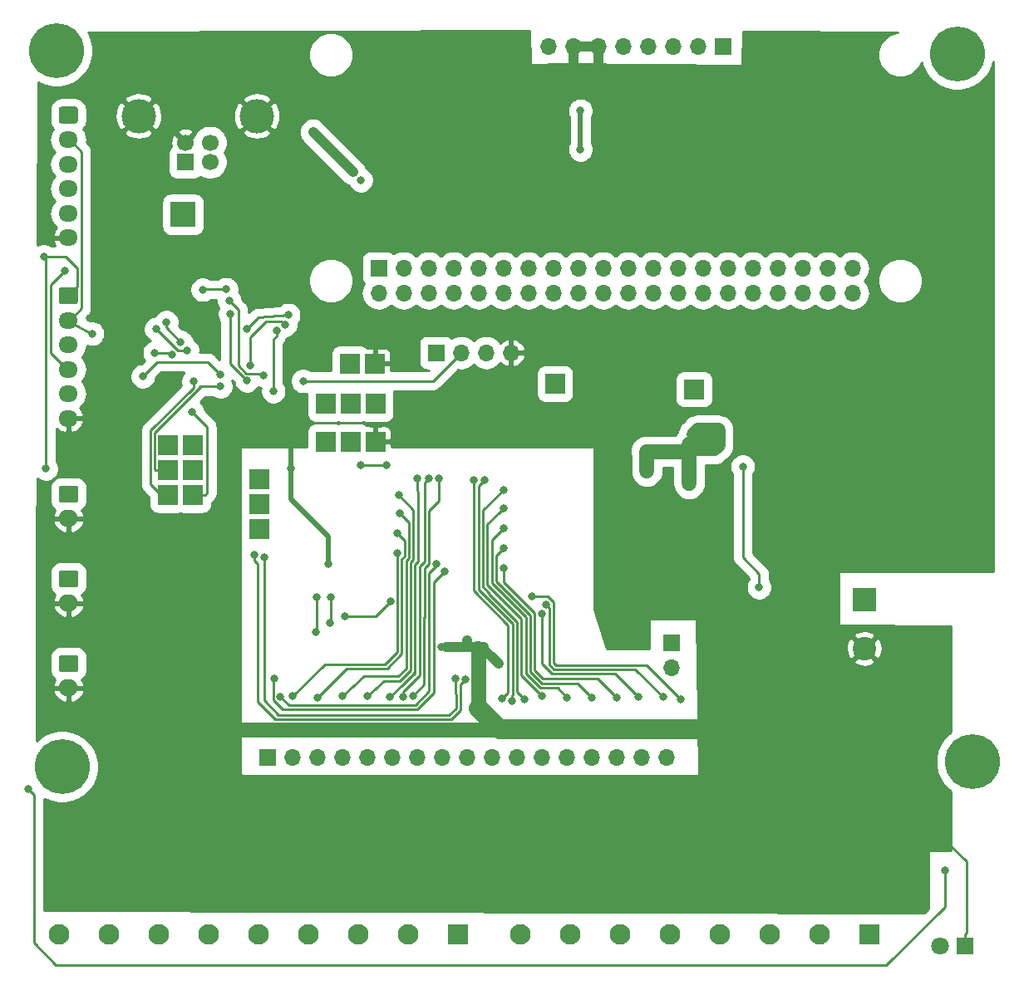
<source format=gbr>
%TF.GenerationSoftware,KiCad,Pcbnew,5.1.4*%
%TF.CreationDate,2019-11-11T16:17:41+01:00*%
%TF.ProjectId,main-board,6d61696e-2d62-46f6-9172-642e6b696361,rev?*%
%TF.SameCoordinates,Original*%
%TF.FileFunction,Copper,L2,Bot*%
%TF.FilePolarity,Positive*%
%FSLAX46Y46*%
G04 Gerber Fmt 4.6, Leading zero omitted, Abs format (unit mm)*
G04 Created by KiCad (PCBNEW 5.1.4) date 2019-11-11 16:17:41*
%MOMM*%
%LPD*%
G04 APERTURE LIST*
%ADD10O,2.000000X1.700000*%
%ADD11C,0.100000*%
%ADD12C,1.700000*%
%ADD13O,1.950000X1.700000*%
%ADD14C,5.600000*%
%ADD15C,2.400000*%
%ADD16R,2.400000X2.400000*%
%ADD17R,2.000000X2.000000*%
%ADD18O,1.700000X1.700000*%
%ADD19R,1.700000X1.700000*%
%ADD20R,2.500000X2.500000*%
%ADD21C,1.800000*%
%ADD22R,1.800000X1.800000*%
%ADD23C,3.500000*%
%ADD24C,2.100000*%
%ADD25R,2.100000X2.100000*%
%ADD26C,0.800000*%
%ADD27C,2.000000*%
%ADD28C,0.250000*%
%ADD29C,1.500000*%
%ADD30C,0.500000*%
%ADD31C,1.000000*%
%ADD32C,0.254000*%
G04 APERTURE END LIST*
D10*
X97942400Y-105522400D03*
D11*
G36*
X98716904Y-102173604D02*
G01*
X98741173Y-102177204D01*
X98764971Y-102183165D01*
X98788071Y-102191430D01*
X98810249Y-102201920D01*
X98831293Y-102214533D01*
X98850998Y-102229147D01*
X98869177Y-102245623D01*
X98885653Y-102263802D01*
X98900267Y-102283507D01*
X98912880Y-102304551D01*
X98923370Y-102326729D01*
X98931635Y-102349829D01*
X98937596Y-102373627D01*
X98941196Y-102397896D01*
X98942400Y-102422400D01*
X98942400Y-103622400D01*
X98941196Y-103646904D01*
X98937596Y-103671173D01*
X98931635Y-103694971D01*
X98923370Y-103718071D01*
X98912880Y-103740249D01*
X98900267Y-103761293D01*
X98885653Y-103780998D01*
X98869177Y-103799177D01*
X98850998Y-103815653D01*
X98831293Y-103830267D01*
X98810249Y-103842880D01*
X98788071Y-103853370D01*
X98764971Y-103861635D01*
X98741173Y-103867596D01*
X98716904Y-103871196D01*
X98692400Y-103872400D01*
X97192400Y-103872400D01*
X97167896Y-103871196D01*
X97143627Y-103867596D01*
X97119829Y-103861635D01*
X97096729Y-103853370D01*
X97074551Y-103842880D01*
X97053507Y-103830267D01*
X97033802Y-103815653D01*
X97015623Y-103799177D01*
X96999147Y-103780998D01*
X96984533Y-103761293D01*
X96971920Y-103740249D01*
X96961430Y-103718071D01*
X96953165Y-103694971D01*
X96947204Y-103671173D01*
X96943604Y-103646904D01*
X96942400Y-103622400D01*
X96942400Y-102422400D01*
X96943604Y-102397896D01*
X96947204Y-102373627D01*
X96953165Y-102349829D01*
X96961430Y-102326729D01*
X96971920Y-102304551D01*
X96984533Y-102283507D01*
X96999147Y-102263802D01*
X97015623Y-102245623D01*
X97033802Y-102229147D01*
X97053507Y-102214533D01*
X97074551Y-102201920D01*
X97096729Y-102191430D01*
X97119829Y-102183165D01*
X97143627Y-102177204D01*
X97167896Y-102173604D01*
X97192400Y-102172400D01*
X98692400Y-102172400D01*
X98716904Y-102173604D01*
X98716904Y-102173604D01*
G37*
D12*
X97942400Y-103022400D03*
D10*
X97942400Y-114158400D03*
D11*
G36*
X98716904Y-110809604D02*
G01*
X98741173Y-110813204D01*
X98764971Y-110819165D01*
X98788071Y-110827430D01*
X98810249Y-110837920D01*
X98831293Y-110850533D01*
X98850998Y-110865147D01*
X98869177Y-110881623D01*
X98885653Y-110899802D01*
X98900267Y-110919507D01*
X98912880Y-110940551D01*
X98923370Y-110962729D01*
X98931635Y-110985829D01*
X98937596Y-111009627D01*
X98941196Y-111033896D01*
X98942400Y-111058400D01*
X98942400Y-112258400D01*
X98941196Y-112282904D01*
X98937596Y-112307173D01*
X98931635Y-112330971D01*
X98923370Y-112354071D01*
X98912880Y-112376249D01*
X98900267Y-112397293D01*
X98885653Y-112416998D01*
X98869177Y-112435177D01*
X98850998Y-112451653D01*
X98831293Y-112466267D01*
X98810249Y-112478880D01*
X98788071Y-112489370D01*
X98764971Y-112497635D01*
X98741173Y-112503596D01*
X98716904Y-112507196D01*
X98692400Y-112508400D01*
X97192400Y-112508400D01*
X97167896Y-112507196D01*
X97143627Y-112503596D01*
X97119829Y-112497635D01*
X97096729Y-112489370D01*
X97074551Y-112478880D01*
X97053507Y-112466267D01*
X97033802Y-112451653D01*
X97015623Y-112435177D01*
X96999147Y-112416998D01*
X96984533Y-112397293D01*
X96971920Y-112376249D01*
X96961430Y-112354071D01*
X96953165Y-112330971D01*
X96947204Y-112307173D01*
X96943604Y-112282904D01*
X96942400Y-112258400D01*
X96942400Y-111058400D01*
X96943604Y-111033896D01*
X96947204Y-111009627D01*
X96953165Y-110985829D01*
X96961430Y-110962729D01*
X96971920Y-110940551D01*
X96984533Y-110919507D01*
X96999147Y-110899802D01*
X97015623Y-110881623D01*
X97033802Y-110865147D01*
X97053507Y-110850533D01*
X97074551Y-110837920D01*
X97096729Y-110827430D01*
X97119829Y-110819165D01*
X97143627Y-110813204D01*
X97167896Y-110809604D01*
X97192400Y-110808400D01*
X98692400Y-110808400D01*
X98716904Y-110809604D01*
X98716904Y-110809604D01*
G37*
D12*
X97942400Y-111658400D03*
D10*
X97942400Y-96886400D03*
D11*
G36*
X98716904Y-93537604D02*
G01*
X98741173Y-93541204D01*
X98764971Y-93547165D01*
X98788071Y-93555430D01*
X98810249Y-93565920D01*
X98831293Y-93578533D01*
X98850998Y-93593147D01*
X98869177Y-93609623D01*
X98885653Y-93627802D01*
X98900267Y-93647507D01*
X98912880Y-93668551D01*
X98923370Y-93690729D01*
X98931635Y-93713829D01*
X98937596Y-93737627D01*
X98941196Y-93761896D01*
X98942400Y-93786400D01*
X98942400Y-94986400D01*
X98941196Y-95010904D01*
X98937596Y-95035173D01*
X98931635Y-95058971D01*
X98923370Y-95082071D01*
X98912880Y-95104249D01*
X98900267Y-95125293D01*
X98885653Y-95144998D01*
X98869177Y-95163177D01*
X98850998Y-95179653D01*
X98831293Y-95194267D01*
X98810249Y-95206880D01*
X98788071Y-95217370D01*
X98764971Y-95225635D01*
X98741173Y-95231596D01*
X98716904Y-95235196D01*
X98692400Y-95236400D01*
X97192400Y-95236400D01*
X97167896Y-95235196D01*
X97143627Y-95231596D01*
X97119829Y-95225635D01*
X97096729Y-95217370D01*
X97074551Y-95206880D01*
X97053507Y-95194267D01*
X97033802Y-95179653D01*
X97015623Y-95163177D01*
X96999147Y-95144998D01*
X96984533Y-95125293D01*
X96971920Y-95104249D01*
X96961430Y-95082071D01*
X96953165Y-95058971D01*
X96947204Y-95035173D01*
X96943604Y-95010904D01*
X96942400Y-94986400D01*
X96942400Y-93786400D01*
X96943604Y-93761896D01*
X96947204Y-93737627D01*
X96953165Y-93713829D01*
X96961430Y-93690729D01*
X96971920Y-93668551D01*
X96984533Y-93647507D01*
X96999147Y-93627802D01*
X97015623Y-93609623D01*
X97033802Y-93593147D01*
X97053507Y-93578533D01*
X97074551Y-93565920D01*
X97096729Y-93555430D01*
X97119829Y-93547165D01*
X97143627Y-93541204D01*
X97167896Y-93537604D01*
X97192400Y-93536400D01*
X98692400Y-93536400D01*
X98716904Y-93537604D01*
X98716904Y-93537604D01*
G37*
D12*
X97942400Y-94386400D03*
D13*
X97917000Y-86668000D03*
X97917000Y-84168000D03*
X97917000Y-81668000D03*
X97917000Y-79168000D03*
X97917000Y-76668000D03*
D11*
G36*
X98666504Y-73319204D02*
G01*
X98690773Y-73322804D01*
X98714571Y-73328765D01*
X98737671Y-73337030D01*
X98759849Y-73347520D01*
X98780893Y-73360133D01*
X98800598Y-73374747D01*
X98818777Y-73391223D01*
X98835253Y-73409402D01*
X98849867Y-73429107D01*
X98862480Y-73450151D01*
X98872970Y-73472329D01*
X98881235Y-73495429D01*
X98887196Y-73519227D01*
X98890796Y-73543496D01*
X98892000Y-73568000D01*
X98892000Y-74768000D01*
X98890796Y-74792504D01*
X98887196Y-74816773D01*
X98881235Y-74840571D01*
X98872970Y-74863671D01*
X98862480Y-74885849D01*
X98849867Y-74906893D01*
X98835253Y-74926598D01*
X98818777Y-74944777D01*
X98800598Y-74961253D01*
X98780893Y-74975867D01*
X98759849Y-74988480D01*
X98737671Y-74998970D01*
X98714571Y-75007235D01*
X98690773Y-75013196D01*
X98666504Y-75016796D01*
X98642000Y-75018000D01*
X97192000Y-75018000D01*
X97167496Y-75016796D01*
X97143227Y-75013196D01*
X97119429Y-75007235D01*
X97096329Y-74998970D01*
X97074151Y-74988480D01*
X97053107Y-74975867D01*
X97033402Y-74961253D01*
X97015223Y-74944777D01*
X96998747Y-74926598D01*
X96984133Y-74906893D01*
X96971520Y-74885849D01*
X96961030Y-74863671D01*
X96952765Y-74840571D01*
X96946804Y-74816773D01*
X96943204Y-74792504D01*
X96942000Y-74768000D01*
X96942000Y-73568000D01*
X96943204Y-73543496D01*
X96946804Y-73519227D01*
X96952765Y-73495429D01*
X96961030Y-73472329D01*
X96971520Y-73450151D01*
X96984133Y-73429107D01*
X96998747Y-73409402D01*
X97015223Y-73391223D01*
X97033402Y-73374747D01*
X97053107Y-73360133D01*
X97074151Y-73347520D01*
X97096329Y-73337030D01*
X97119429Y-73328765D01*
X97143227Y-73322804D01*
X97167496Y-73319204D01*
X97192000Y-73318000D01*
X98642000Y-73318000D01*
X98666504Y-73319204D01*
X98666504Y-73319204D01*
G37*
D12*
X97917000Y-74168000D03*
D13*
X97917000Y-68253000D03*
X97917000Y-65753000D03*
X97917000Y-63253000D03*
X97917000Y-60753000D03*
X97917000Y-58253000D03*
D11*
G36*
X98666504Y-54904204D02*
G01*
X98690773Y-54907804D01*
X98714571Y-54913765D01*
X98737671Y-54922030D01*
X98759849Y-54932520D01*
X98780893Y-54945133D01*
X98800598Y-54959747D01*
X98818777Y-54976223D01*
X98835253Y-54994402D01*
X98849867Y-55014107D01*
X98862480Y-55035151D01*
X98872970Y-55057329D01*
X98881235Y-55080429D01*
X98887196Y-55104227D01*
X98890796Y-55128496D01*
X98892000Y-55153000D01*
X98892000Y-56353000D01*
X98890796Y-56377504D01*
X98887196Y-56401773D01*
X98881235Y-56425571D01*
X98872970Y-56448671D01*
X98862480Y-56470849D01*
X98849867Y-56491893D01*
X98835253Y-56511598D01*
X98818777Y-56529777D01*
X98800598Y-56546253D01*
X98780893Y-56560867D01*
X98759849Y-56573480D01*
X98737671Y-56583970D01*
X98714571Y-56592235D01*
X98690773Y-56598196D01*
X98666504Y-56601796D01*
X98642000Y-56603000D01*
X97192000Y-56603000D01*
X97167496Y-56601796D01*
X97143227Y-56598196D01*
X97119429Y-56592235D01*
X97096329Y-56583970D01*
X97074151Y-56573480D01*
X97053107Y-56560867D01*
X97033402Y-56546253D01*
X97015223Y-56529777D01*
X96998747Y-56511598D01*
X96984133Y-56491893D01*
X96971520Y-56470849D01*
X96961030Y-56448671D01*
X96952765Y-56425571D01*
X96946804Y-56401773D01*
X96943204Y-56377504D01*
X96942000Y-56353000D01*
X96942000Y-55153000D01*
X96943204Y-55128496D01*
X96946804Y-55104227D01*
X96952765Y-55080429D01*
X96961030Y-55057329D01*
X96971520Y-55035151D01*
X96984133Y-55014107D01*
X96998747Y-54994402D01*
X97015223Y-54976223D01*
X97033402Y-54959747D01*
X97053107Y-54945133D01*
X97074151Y-54932520D01*
X97096329Y-54922030D01*
X97119429Y-54913765D01*
X97143227Y-54907804D01*
X97167496Y-54904204D01*
X97192000Y-54903000D01*
X98642000Y-54903000D01*
X98666504Y-54904204D01*
X98666504Y-54904204D01*
G37*
D12*
X97917000Y-55753000D03*
D14*
X189992000Y-121666000D03*
X188468000Y-49530000D03*
X97282000Y-122174000D03*
X96735900Y-49202340D03*
D15*
X179006500Y-110143300D03*
D16*
X179006500Y-105143300D03*
D17*
X129159000Y-81102200D03*
X108077000Y-89395300D03*
X117373400Y-92862400D03*
X117373400Y-97942400D03*
X129209800Y-89052400D03*
X126619000Y-81100000D03*
X124127000Y-85166200D03*
X110617000Y-89395300D03*
X110617000Y-91935300D03*
X110617000Y-94475300D03*
X126667000Y-85166200D03*
X129207000Y-85166200D03*
X126669800Y-89052400D03*
X124129800Y-89052400D03*
X117373400Y-95402400D03*
X147497800Y-83134200D03*
X161671000Y-83693000D03*
X108077000Y-94475300D03*
X108077000Y-91935300D03*
D18*
X159359600Y-112064800D03*
D19*
X159359600Y-109524800D03*
D20*
X109613700Y-65887600D03*
D18*
X143007080Y-79969360D03*
X140467080Y-79969360D03*
X137927080Y-79969360D03*
D19*
X135387080Y-79969360D03*
D21*
X186690000Y-140462000D03*
D22*
X189230000Y-140462000D03*
D23*
X117125000Y-55843600D03*
X105085000Y-55843600D03*
D12*
X109855000Y-58553600D03*
X112355000Y-58553600D03*
X112355000Y-60553600D03*
D19*
X109855000Y-60553600D03*
D18*
X134620000Y-73888600D03*
X132080000Y-71348600D03*
X147320000Y-71348600D03*
X147320000Y-73888600D03*
X132080000Y-73888600D03*
X134620000Y-71348600D03*
X129540000Y-73888600D03*
D19*
X129540000Y-71348600D03*
D18*
X157480000Y-71348600D03*
X157480000Y-73888600D03*
X142240000Y-71348600D03*
X142240000Y-73888600D03*
X162560000Y-71348600D03*
X162560000Y-73888600D03*
X144780000Y-71348600D03*
X144780000Y-73888600D03*
X139700000Y-71348600D03*
X139700000Y-73888600D03*
X152400000Y-71348600D03*
X152400000Y-73888600D03*
X175260000Y-71348600D03*
X175260000Y-73888600D03*
X170180000Y-71348600D03*
X170180000Y-73888600D03*
X172720000Y-71348600D03*
X172720000Y-73888600D03*
X149860000Y-71348600D03*
X149860000Y-73888600D03*
X167640000Y-71348600D03*
X167640000Y-73888600D03*
X137160000Y-71348600D03*
X137160000Y-73888600D03*
X165100000Y-71348600D03*
X165100000Y-73888600D03*
X154940000Y-71348600D03*
X154940000Y-73888600D03*
X160020000Y-71348600D03*
X160020000Y-73888600D03*
X177800000Y-71348600D03*
X177800000Y-73888600D03*
X146812000Y-48768000D03*
X149352000Y-48768000D03*
X151892000Y-48768000D03*
X154432000Y-48768000D03*
X156972000Y-48768000D03*
X159512000Y-48768000D03*
X162052000Y-48768000D03*
D19*
X164592000Y-48768000D03*
D24*
X96951800Y-139242800D03*
X102031800Y-139242800D03*
X107111800Y-139242800D03*
X112191800Y-139242800D03*
X117271800Y-139242800D03*
X122351800Y-139242800D03*
X127431800Y-139242800D03*
X132511800Y-139242800D03*
D25*
X137591800Y-139242800D03*
D24*
X143941800Y-139242800D03*
X149021800Y-139242800D03*
X154101800Y-139242800D03*
X159181800Y-139242800D03*
X164261800Y-139242800D03*
X169341800Y-139242800D03*
X174421800Y-139242800D03*
D25*
X179501800Y-139242800D03*
D18*
X158877000Y-121208800D03*
X156337000Y-121208800D03*
X153797000Y-121208800D03*
X151257000Y-121208800D03*
X148717000Y-121208800D03*
X146177000Y-121208800D03*
X143637000Y-121208800D03*
X141097000Y-121208800D03*
X138557000Y-121208800D03*
X136017000Y-121208800D03*
X133477000Y-121208800D03*
X130937000Y-121208800D03*
X128397000Y-121208800D03*
X125857000Y-121208800D03*
X123317000Y-121208800D03*
X120777000Y-121208800D03*
D19*
X118237000Y-121208800D03*
D26*
X135953500Y-109982000D03*
X185420000Y-115570000D03*
X185420000Y-114808000D03*
X170434000Y-99568000D03*
X161213800Y-97180400D03*
X159704400Y-98334200D03*
X161163000Y-99593400D03*
X154516100Y-108821500D03*
X124383800Y-101523800D03*
X123418600Y-80543400D03*
X120599200Y-91744800D03*
X108077000Y-83515200D03*
X108242100Y-71386700D03*
X133829820Y-67592180D03*
X134998220Y-67592180D03*
X97028000Y-127000000D03*
X97028000Y-128524000D03*
X97028000Y-130048000D03*
X97028000Y-131572000D03*
X136779000Y-109982000D03*
X138557000Y-109317000D03*
X114300000Y-108204000D03*
X168656000Y-97028000D03*
X170989800Y-96726200D03*
X168656000Y-98298000D03*
X168990000Y-99568000D03*
X96951800Y-136220200D03*
X97028000Y-134620000D03*
X97028000Y-133096000D03*
X114503200Y-121208800D03*
X111887000Y-77510400D03*
X105410000Y-85471000D03*
X184404000Y-114808000D03*
X184404000Y-115824000D03*
X183388000Y-115824000D03*
X183388000Y-114808000D03*
X141795500Y-111696500D03*
X164084000Y-87884000D03*
X164084000Y-89408000D03*
X150101300Y-59250580D03*
X150101300Y-55321200D03*
X156872190Y-91440000D03*
X161163000Y-93334200D03*
X161163000Y-91821000D03*
X161163000Y-90297000D03*
X156845000Y-90043000D03*
X161544000Y-88900000D03*
X122847100Y-57492900D03*
X123621800Y-58267600D03*
X127736600Y-62382400D03*
X126930150Y-61575950D03*
X95441980Y-70154800D03*
X95656400Y-91795600D03*
X145186400Y-104851200D03*
X160350200Y-115341400D03*
X121840647Y-82857953D03*
X109382537Y-78894963D03*
X107908603Y-76858805D03*
X117805200Y-82270600D03*
X114325400Y-74676000D03*
X114401600Y-76022200D03*
X116136519Y-82811306D03*
X146558000Y-105689400D03*
X158521400Y-115087400D03*
X146177000Y-106629200D03*
X156006800Y-115062000D03*
X153797000Y-115112800D03*
X142240000Y-101955600D03*
X142240000Y-99923600D03*
X151257000Y-115112800D03*
X142240000Y-97891600D03*
X148717000Y-115112800D03*
X131452850Y-100381967D03*
X120777000Y-114985800D03*
X131445793Y-98399039D03*
X123317000Y-115112800D03*
X131699000Y-96367600D03*
X125831600Y-114973100D03*
X131572000Y-94462600D03*
X128369060Y-114942620D03*
X133477000Y-92811600D03*
X130683000Y-115062000D03*
X134620000Y-92811600D03*
X132016500Y-115062000D03*
X135686800Y-92811600D03*
X133032500Y-114935000D03*
X113423700Y-83426300D03*
X110678297Y-82896600D03*
X110540800Y-86029800D03*
X130727850Y-105359200D03*
X126143009Y-106839009D03*
X124637800Y-104939000D03*
X124612400Y-107564009D03*
X142240000Y-95859600D03*
X146177000Y-114985800D03*
X142240000Y-93954600D03*
X144399000Y-115316000D03*
X139189398Y-92964000D03*
X142087600Y-115265200D03*
X140335000Y-92964000D03*
X143154400Y-115468400D03*
X116154600Y-77520800D03*
X120332500Y-76136500D03*
X116415885Y-81280925D03*
X120015000Y-77152500D03*
X118808500Y-83896600D03*
X119126000Y-77724000D03*
X113995200Y-73520300D03*
X111607600Y-73545700D03*
X168300400Y-103886000D03*
X166624000Y-91597000D03*
X187198000Y-132740400D03*
X93853000Y-124460000D03*
X130337849Y-91477200D03*
X127711200Y-91477200D03*
X123228100Y-104902000D03*
X123139200Y-108483400D03*
X136271000Y-102235000D03*
X118922800Y-113195100D03*
X135382000Y-101523800D03*
X119532400Y-115036600D03*
X97536000Y-71628000D03*
X106743500Y-79997300D03*
X108508800Y-80213200D03*
X110004277Y-79744963D03*
X106883200Y-77571600D03*
X113423700Y-82219800D03*
X105524300Y-82393000D03*
X116879811Y-100595669D03*
X138373826Y-113284000D03*
X100330000Y-78028800D03*
X117856000Y-100812600D03*
X137350500Y-113157000D03*
D27*
X183845200Y-134924800D02*
X182880000Y-135890000D01*
D28*
X189230000Y-139312000D02*
X189407800Y-139134200D01*
X189230000Y-140462000D02*
X189230000Y-139312000D01*
X189407800Y-139134200D02*
X189407800Y-131851400D01*
X186893200Y-129336800D02*
X183845200Y-129336800D01*
X189407800Y-131851400D02*
X186893200Y-129336800D01*
D27*
X183845200Y-129336800D02*
X183845200Y-134924800D01*
D29*
X139674600Y-110185200D02*
X139750800Y-110261400D01*
D27*
X97028000Y-127000000D02*
X97028000Y-128524000D01*
X97028000Y-128524000D02*
X97028000Y-130048000D01*
X97028000Y-130048000D02*
X97028000Y-131572000D01*
X97028000Y-131572000D02*
X97028000Y-133096000D01*
X139750800Y-116230400D02*
X141884400Y-118364000D01*
X141884400Y-118364000D02*
X163830000Y-118364000D01*
D30*
X139471400Y-109982000D02*
X139750800Y-110261400D01*
X139750800Y-110261400D02*
X139501400Y-110261400D01*
D31*
X136461500Y-109982000D02*
X139547600Y-109982000D01*
X139547600Y-109982000D02*
X139750800Y-110185200D01*
D30*
X139750800Y-110185200D02*
X139674600Y-110185200D01*
D31*
X138634500Y-109982000D02*
X139547600Y-109982000D01*
X138557000Y-109904500D02*
X138634500Y-109982000D01*
X138557000Y-109317000D02*
X138557000Y-109904500D01*
X139547600Y-109982000D02*
X140208000Y-109982000D01*
X140028030Y-109992530D02*
X141732000Y-111696500D01*
D30*
X124383800Y-101523800D02*
X124383800Y-98729800D01*
X120599200Y-94945200D02*
X120599200Y-89357200D01*
X124383800Y-98729800D02*
X120599200Y-94945200D01*
X120599200Y-89357200D02*
X119634000Y-88392000D01*
D27*
X97028000Y-134620000D02*
X97028000Y-135890000D01*
X97028000Y-133096000D02*
X97028000Y-134620000D01*
D31*
X149352000Y-48768000D02*
X151892000Y-48768000D01*
X151892000Y-48768000D02*
X151892000Y-51727100D01*
X149352000Y-48768000D02*
X149352000Y-51866800D01*
D27*
X183845200Y-124790200D02*
X184404000Y-115824000D01*
X183845200Y-124790200D02*
X183845200Y-129336800D01*
X183845200Y-122275600D02*
X183845200Y-124790200D01*
X97028000Y-135890000D02*
X182880000Y-135890000D01*
X184404000Y-114808000D02*
X183845200Y-114223800D01*
X184404000Y-115824000D02*
X184404000Y-114808000D01*
D29*
X113367309Y-118447309D02*
X113284000Y-118364000D01*
X141884400Y-118364000D02*
X141801091Y-118447309D01*
X141801091Y-118447309D02*
X113367309Y-118447309D01*
X139750800Y-110261400D02*
X139750800Y-116230400D01*
D30*
X150101300Y-59250580D02*
X150101300Y-55321200D01*
D29*
X160879200Y-90043000D02*
X161163000Y-89759200D01*
X156819600Y-90043000D02*
X156845000Y-90043000D01*
X156872190Y-90095590D02*
X156819600Y-90043000D01*
X156872190Y-92047810D02*
X156872190Y-90095590D01*
X161163000Y-93334200D02*
X161163000Y-90297000D01*
X161163000Y-89759200D02*
X163732800Y-89759200D01*
X164084000Y-89408000D02*
X164084000Y-87884000D01*
X163732800Y-89759200D02*
X164084000Y-89408000D01*
X162052000Y-87884000D02*
X161666600Y-88269400D01*
X164084000Y-87884000D02*
X162052000Y-87884000D01*
X162297200Y-88900000D02*
X161666600Y-88269400D01*
X164084000Y-88900000D02*
X162297200Y-88900000D01*
X161163000Y-89759200D02*
X161163000Y-89281000D01*
X161163000Y-90297000D02*
X161163000Y-89759200D01*
X156845000Y-90043000D02*
X160879200Y-90043000D01*
D31*
X123215400Y-57861200D02*
X126930150Y-61575950D01*
X123215400Y-57861200D02*
X123621800Y-58267600D01*
X122847100Y-57492900D02*
X123215400Y-57861200D01*
D28*
X98815372Y-73269628D02*
X98815372Y-71332572D01*
X97917000Y-74168000D02*
X98815372Y-73269628D01*
X98815372Y-71332572D02*
X97637600Y-70154800D01*
X97637600Y-70154800D02*
X95441980Y-70154800D01*
X95656400Y-70369220D02*
X95441980Y-70154800D01*
X95656400Y-91795600D02*
X95656400Y-70369220D01*
X156815771Y-111806971D02*
X160350200Y-115341400D01*
X146792802Y-104851200D02*
X147352011Y-105410409D01*
X145186400Y-104851200D02*
X146792802Y-104851200D01*
X147570170Y-111806970D02*
X156815771Y-111806971D01*
X147352011Y-105410409D02*
X147352011Y-111588811D01*
X147352011Y-111588811D02*
X147570170Y-111806970D01*
X135038487Y-82857953D02*
X137927080Y-79969360D01*
X121840647Y-82857953D02*
X135038487Y-82857953D01*
X109382537Y-78894963D02*
X107908603Y-77421029D01*
X107908603Y-77421029D02*
X107908603Y-76858805D01*
X117620905Y-82086305D02*
X117805200Y-82270600D01*
X116047928Y-82086305D02*
X117620905Y-82086305D01*
X115239324Y-81277701D02*
X116047928Y-82086305D01*
X115239324Y-75589924D02*
X115239324Y-81277701D01*
X114325400Y-74676000D02*
X115239324Y-75589924D01*
X114401600Y-76022200D02*
X114401600Y-81076387D01*
X114401600Y-81076387D02*
X116136519Y-82811306D01*
X147383769Y-112256979D02*
X155690980Y-112256980D01*
X146902001Y-111775211D02*
X147383769Y-112256979D01*
X146558000Y-105689400D02*
X146902001Y-106033401D01*
X155690980Y-112256980D02*
X158521400Y-115087400D01*
X146902001Y-106033401D02*
X146902001Y-111775211D01*
X153651790Y-112706990D02*
X156006800Y-115062000D01*
X147197368Y-112706988D02*
X148405010Y-112706990D01*
X146177000Y-111686620D02*
X147197368Y-112706988D01*
X148405010Y-112706990D02*
X153651790Y-112706990D01*
X146177000Y-106629200D02*
X146177000Y-111686620D01*
X142240000Y-103352600D02*
X142240000Y-101955600D01*
X153797000Y-115112800D02*
X151841200Y-113157000D01*
X146278600Y-113157000D02*
X145437040Y-112315440D01*
X151841200Y-113157000D02*
X146278600Y-113157000D01*
X145437039Y-106549639D02*
X142240000Y-103352600D01*
X145437040Y-112315440D02*
X145437039Y-106549639D01*
X141514999Y-100648601D02*
X141840001Y-100323599D01*
X144987030Y-112501840D02*
X144987030Y-106736040D01*
X141840001Y-100323599D02*
X142240000Y-99923600D01*
X146170971Y-113685781D02*
X144987030Y-112501840D01*
X149829981Y-113685781D02*
X146170971Y-113685781D01*
X141514999Y-103264009D02*
X141514999Y-100648601D01*
X144987030Y-106736040D02*
X141514999Y-103264009D01*
X151257000Y-115112800D02*
X149829981Y-113685781D01*
X141840001Y-98291599D02*
X142240000Y-97891600D01*
X141064989Y-99066611D02*
X141840001Y-98291599D01*
X144537020Y-106922440D02*
X141064989Y-103450409D01*
X141064989Y-103450409D02*
X141064989Y-99066611D01*
X144537020Y-112688240D02*
X144537020Y-106922440D01*
X145984570Y-114135790D02*
X144537020Y-112688240D01*
X147739991Y-114135791D02*
X145984570Y-114135790D01*
X148717000Y-115112800D02*
X147739991Y-114135791D01*
X131452850Y-110482150D02*
X131452850Y-100381967D01*
X124036050Y-111726750D02*
X130208250Y-111726750D01*
X130208250Y-111726750D02*
X131452850Y-110482150D01*
X120777000Y-114985800D02*
X124036050Y-111726750D01*
X131902859Y-106071151D02*
X131902860Y-101004959D01*
X131845792Y-98799038D02*
X131445793Y-98399039D01*
X132177851Y-99131097D02*
X131845792Y-98799038D01*
X132177851Y-100729968D02*
X132177851Y-99131097D01*
X131902860Y-101004959D02*
X132177851Y-100729968D01*
X123317000Y-115112800D02*
X126253040Y-112176760D01*
X130394651Y-112176759D02*
X131902860Y-110668550D01*
X126253040Y-112176760D02*
X130394651Y-112176759D01*
X123716999Y-114712801D02*
X123317000Y-115112800D01*
X131902860Y-110668550D02*
X131902860Y-109931860D01*
X131902860Y-109931860D02*
X131902860Y-101004959D01*
X132352868Y-112170112D02*
X132352869Y-101191360D01*
X131543780Y-112979200D02*
X132352868Y-112170112D01*
X128066800Y-112979200D02*
X131543780Y-112979200D01*
X132627860Y-100916369D02*
X132627861Y-97296461D01*
X125831600Y-114973100D02*
X128066800Y-112979200D01*
X132352869Y-101191360D02*
X132627860Y-100916369D01*
X132627861Y-97296461D02*
X131699000Y-96367600D01*
X133077869Y-95968469D02*
X131572000Y-94462600D01*
X133077869Y-101102770D02*
X133077869Y-95968469D01*
X128369060Y-114942620D02*
X130055190Y-113429210D01*
X131730180Y-113429210D02*
X132802877Y-112356513D01*
X132802878Y-101377761D02*
X133077869Y-101102770D01*
X130055190Y-113429210D02*
X131730180Y-113429210D01*
X132802877Y-112356513D02*
X132802878Y-101377761D01*
X133527879Y-94106921D02*
X133477000Y-94056042D01*
X133477000Y-94056042D02*
X133477000Y-92811600D01*
X133527879Y-101289170D02*
X133527879Y-94106921D01*
X130683000Y-115062000D02*
X133252886Y-112669914D01*
X133252886Y-101564163D02*
X133527879Y-101289170D01*
X133252886Y-112542914D02*
X131916580Y-113879220D01*
X133252886Y-112428614D02*
X133252886Y-101564163D01*
X133252886Y-112428614D02*
X133252886Y-112542914D01*
X133252886Y-112669914D02*
X133252886Y-112428614D01*
X133702896Y-102644104D02*
X133702896Y-106936704D01*
X134220001Y-93211599D02*
X134620000Y-92811600D01*
X134206989Y-93224611D02*
X134220001Y-93211599D01*
X134206989Y-101246470D02*
X134206989Y-93224611D01*
X133702896Y-101750563D02*
X134206989Y-101246470D01*
X133702896Y-102644104D02*
X133702896Y-101750563D01*
X133702896Y-112856314D02*
X133702896Y-111922396D01*
X132016500Y-114542710D02*
X133702896Y-112856314D01*
X132016500Y-115062000D02*
X132016500Y-114542710D01*
X133702896Y-111922396D02*
X133702896Y-102644104D01*
X134239000Y-106883200D02*
X134239000Y-107037010D01*
X135686800Y-93377285D02*
X135686800Y-92811600D01*
X135686800Y-95048210D02*
X135686800Y-93377285D01*
X134656999Y-96078011D02*
X135686800Y-95048210D01*
X134656999Y-101539011D02*
X134656999Y-96078011D01*
X134239000Y-101957010D02*
X134656999Y-101539011D01*
X134239000Y-106883200D02*
X134239000Y-101957010D01*
X134152906Y-106969294D02*
X134239000Y-106883200D01*
X134152906Y-113814594D02*
X134152906Y-106969294D01*
X133032500Y-114935000D02*
X134152906Y-113814594D01*
X113423700Y-83426300D02*
X111696500Y-83426300D01*
X111696500Y-83426300D02*
X111295898Y-83426300D01*
X111429800Y-83426300D02*
X111696500Y-83426300D01*
X106751999Y-88104101D02*
X111429800Y-83426300D01*
X106751999Y-91860299D02*
X106751999Y-88104101D01*
X106827000Y-91935300D02*
X106751999Y-91860299D01*
X108077000Y-91935300D02*
X106827000Y-91935300D01*
X110678297Y-83541393D02*
X110678297Y-82896600D01*
X106301990Y-87917700D02*
X110678297Y-83541393D01*
X108077000Y-94475300D02*
X107395588Y-94475300D01*
X106301990Y-93381702D02*
X106301990Y-87917700D01*
X107395588Y-94475300D02*
X106301990Y-93381702D01*
X110540800Y-86029800D02*
X112069001Y-87558001D01*
X111867000Y-94475300D02*
X110617000Y-94475300D01*
X112069001Y-94273299D02*
X111867000Y-94475300D01*
X112069001Y-87558001D02*
X112069001Y-94273299D01*
X129248041Y-106839009D02*
X130727850Y-105359200D01*
X126143009Y-106839009D02*
X129248041Y-106839009D01*
X124637800Y-104939000D02*
X124637800Y-107538609D01*
X124637800Y-107538609D02*
X124612400Y-107564009D01*
X140614981Y-97484619D02*
X141840001Y-96259599D01*
X146177000Y-114985800D02*
X146177000Y-114964630D01*
X146177000Y-114964630D02*
X144087010Y-112874640D01*
X144087010Y-112874640D02*
X144087010Y-107108840D01*
X144087010Y-107108840D02*
X140614981Y-103636811D01*
X141840001Y-96259599D02*
X142240000Y-95859600D01*
X140614981Y-103636811D02*
X140614981Y-97484619D01*
X143637000Y-114554000D02*
X144399000Y-115316000D01*
X143637000Y-107418010D02*
X143637000Y-114554000D01*
X142240000Y-93954600D02*
X140164971Y-96029629D01*
X140164971Y-96029629D02*
X140164971Y-103823211D01*
X140791495Y-104449735D02*
X140791495Y-104572505D01*
X140164971Y-103823211D02*
X140791495Y-104449735D01*
X140791495Y-104572505D02*
X143637000Y-107418010D01*
X142736980Y-107790810D02*
X139189398Y-104243228D01*
X142736980Y-114615820D02*
X142736980Y-107790810D01*
X139189398Y-104243228D02*
X139189398Y-92964000D01*
X142087600Y-115265200D02*
X142736980Y-114615820D01*
X143154400Y-114902715D02*
X143154400Y-115468400D01*
X143186990Y-114870125D02*
X143154400Y-114902715D01*
X139714963Y-104132383D02*
X140917791Y-105335209D01*
X140917791Y-105335209D02*
X143186990Y-107604410D01*
X140335000Y-92964000D02*
X139714963Y-93584037D01*
X139714963Y-93584037D02*
X139714963Y-104132383D01*
X143186990Y-107604410D02*
X143186990Y-114870125D01*
X120332500Y-76136500D02*
X117306217Y-76369183D01*
X117306217Y-76369183D02*
X116154600Y-77520800D01*
X116415885Y-78427515D02*
X116415885Y-81280925D01*
X118190878Y-76752501D02*
X118082572Y-76760828D01*
X119615001Y-76752501D02*
X118190878Y-76752501D01*
X118082572Y-76760828D02*
X116415885Y-78427515D01*
X120015000Y-77152500D02*
X119615001Y-76752501D01*
X118808500Y-78607185D02*
X118808500Y-79756000D01*
X119126000Y-78289685D02*
X118808500Y-78607185D01*
X119126000Y-77724000D02*
X119126000Y-78289685D01*
X118808500Y-79756000D02*
X118808500Y-83896600D01*
X111820500Y-73520300D02*
X113995200Y-73520300D01*
X111607600Y-73545700D02*
X111820500Y-73520300D01*
X168300400Y-103886000D02*
X168300400Y-102514400D01*
X168300400Y-102514400D02*
X166624000Y-100838000D01*
X166624000Y-100838000D02*
X166624000Y-91597000D01*
X96672400Y-142417800D02*
X94411800Y-140157200D01*
X181241700Y-142417800D02*
X96672400Y-142417800D01*
X187198000Y-132740400D02*
X187198000Y-136461500D01*
X187198000Y-136461500D02*
X181241700Y-142417800D01*
X94411800Y-125018800D02*
X93853000Y-124460000D01*
X94411800Y-140157200D02*
X94411800Y-125018800D01*
X130337849Y-91477200D02*
X127711200Y-91477200D01*
X123228100Y-104902000D02*
X123228100Y-108394500D01*
X123228100Y-108394500D02*
X123139200Y-108483400D01*
X118807399Y-115384601D02*
X118807399Y-113310501D01*
X135139019Y-103366981D02*
X135139019Y-114671391D01*
X136271000Y-102235000D02*
X135139019Y-103366981D01*
X118807399Y-113310501D02*
X118922800Y-113195100D01*
X119773008Y-116350210D02*
X118807399Y-115384601D01*
X135139019Y-114671391D02*
X133460200Y-116350210D01*
X133460200Y-116350210D02*
X119773008Y-116350210D01*
X135483600Y-101625400D02*
X134689010Y-102419990D01*
X134689010Y-102419990D02*
X134689010Y-114484990D01*
X134689010Y-114484990D02*
X133273800Y-115900200D01*
X133273800Y-115900200D02*
X120396000Y-115900200D01*
X120396000Y-115900200D02*
X119532400Y-115036600D01*
X97792000Y-81668000D02*
X96139000Y-80015000D01*
X97917000Y-81668000D02*
X97792000Y-81668000D01*
X96139000Y-80015000D02*
X96139000Y-73025000D01*
X96139000Y-73025000D02*
X97536000Y-71628000D01*
X108292900Y-79997300D02*
X108508800Y-80213200D01*
X106743500Y-79997300D02*
X108292900Y-79997300D01*
X98115100Y-65951100D02*
X97917000Y-65753000D01*
X109081963Y-79744963D02*
X110004277Y-79744963D01*
X106908600Y-77571600D02*
X109081963Y-79744963D01*
X106883200Y-77571600D02*
X106908600Y-77571600D01*
X112142101Y-80938201D02*
X113423700Y-82219800D01*
X105524300Y-82393000D02*
X106979099Y-80938201D01*
X106979099Y-80938201D02*
X112142101Y-80938201D01*
X117231773Y-104684173D02*
X117231773Y-104916627D01*
X116879811Y-101161354D02*
X117231773Y-101513316D01*
X117231773Y-101513316D02*
X117231773Y-104916627D01*
X116879811Y-100595669D02*
X116879811Y-101161354D01*
X137864010Y-113793816D02*
X138373826Y-113284000D01*
X117231773Y-104916627D02*
X117231773Y-115603971D01*
X117231773Y-115603971D02*
X119000101Y-117372299D01*
X137864010Y-116391400D02*
X137864010Y-113793816D01*
X119000101Y-117372299D02*
X136919801Y-117372299D01*
X136919801Y-117372299D02*
X137623550Y-116668550D01*
X137623550Y-116668550D02*
X137623550Y-116631860D01*
X137623550Y-116631860D02*
X137864010Y-116391400D01*
X100330000Y-78028800D02*
X98223700Y-76974700D01*
X98223700Y-76974700D02*
X97917000Y-76668000D01*
X98042000Y-76668000D02*
X97917000Y-76668000D01*
X99265382Y-75444618D02*
X98042000Y-76668000D01*
X99265382Y-59476382D02*
X99265382Y-75444618D01*
X98042000Y-58253000D02*
X99265382Y-59476382D01*
X97917000Y-58253000D02*
X98042000Y-58253000D01*
X117856000Y-105079800D02*
X117856000Y-105384600D01*
X117856000Y-100812600D02*
X117856000Y-105079800D01*
X137350500Y-113157000D02*
X137414000Y-116205000D01*
X119360689Y-116922289D02*
X117856000Y-115417600D01*
X137414000Y-116205000D02*
X136696711Y-116922289D01*
X117856000Y-115417600D02*
X117856000Y-100812600D01*
X136696711Y-116922289D02*
X119360689Y-116922289D01*
D32*
G36*
X145008654Y-50473506D02*
G01*
X145011816Y-50498201D01*
X145019736Y-50521804D01*
X145032108Y-50543409D01*
X145048457Y-50562185D01*
X145068154Y-50577411D01*
X145090444Y-50588501D01*
X145114469Y-50595030D01*
X145136654Y-50596796D01*
X148196295Y-50571405D01*
X166470541Y-50723796D01*
X166495337Y-50721562D01*
X166519221Y-50714534D01*
X166541274Y-50702981D01*
X166560651Y-50687348D01*
X166576605Y-50668236D01*
X166588523Y-50646378D01*
X166595949Y-50622614D01*
X166598546Y-50600506D01*
X166696529Y-47244604D01*
X182418527Y-47321522D01*
X181998531Y-47405065D01*
X181579594Y-47578594D01*
X181202561Y-47830520D01*
X180881920Y-48151161D01*
X180629994Y-48528194D01*
X180456465Y-48947131D01*
X180368000Y-49391873D01*
X180368000Y-49845327D01*
X180456465Y-50290069D01*
X180629994Y-50709006D01*
X180881920Y-51086039D01*
X181202561Y-51406680D01*
X181579594Y-51658606D01*
X181998531Y-51832135D01*
X182443273Y-51920600D01*
X182896727Y-51920600D01*
X183341469Y-51832135D01*
X183760406Y-51658606D01*
X184137439Y-51406680D01*
X184458080Y-51086039D01*
X184710006Y-50709006D01*
X184840052Y-50395046D01*
X184884227Y-50617126D01*
X185165176Y-51295396D01*
X185573050Y-51905824D01*
X186092176Y-52424950D01*
X186702604Y-52832824D01*
X187380874Y-53113773D01*
X188100923Y-53257000D01*
X188835077Y-53257000D01*
X189555126Y-53113773D01*
X190233396Y-52832824D01*
X190843824Y-52424950D01*
X191362950Y-51905824D01*
X191770824Y-51295396D01*
X192051773Y-50617126D01*
X192116752Y-50290455D01*
X192116753Y-102235000D01*
X176530000Y-102235000D01*
X176505224Y-102237440D01*
X176481399Y-102244667D01*
X176459443Y-102256403D01*
X176440197Y-102272197D01*
X176424403Y-102291443D01*
X176412667Y-102313399D01*
X176405440Y-102337224D01*
X176403000Y-102362000D01*
X176403000Y-107657900D01*
X176405440Y-107682676D01*
X176412667Y-107706501D01*
X176424403Y-107728457D01*
X176440197Y-107747703D01*
X176459443Y-107763497D01*
X176481399Y-107775233D01*
X176505224Y-107782460D01*
X176529577Y-107784899D01*
X187833000Y-107822577D01*
X187833000Y-118626173D01*
X187616176Y-118771050D01*
X187097050Y-119290176D01*
X186689176Y-119900604D01*
X186408227Y-120578874D01*
X186265000Y-121298923D01*
X186265000Y-122033077D01*
X186408227Y-122753126D01*
X186689176Y-123431396D01*
X187097050Y-124041824D01*
X187616176Y-124560950D01*
X187833000Y-124705827D01*
X187833000Y-130683000D01*
X185674000Y-130683000D01*
X185649224Y-130685440D01*
X185625399Y-130692667D01*
X185603443Y-130704403D01*
X185584197Y-130720197D01*
X185568403Y-130739443D01*
X185556667Y-130761399D01*
X185549440Y-130785224D01*
X185547000Y-130810000D01*
X185547000Y-136624748D01*
X185140236Y-137031512D01*
X95463800Y-136781717D01*
X95463800Y-125441542D01*
X95516604Y-125476824D01*
X96194874Y-125757773D01*
X96914923Y-125901000D01*
X97649077Y-125901000D01*
X98369126Y-125757773D01*
X99047396Y-125476824D01*
X99657824Y-125068950D01*
X100176950Y-124549824D01*
X100584824Y-123939396D01*
X100865773Y-123261126D01*
X101009000Y-122541077D01*
X101009000Y-121806923D01*
X100865773Y-121086874D01*
X100584824Y-120408604D01*
X100176950Y-119798176D01*
X99657824Y-119279050D01*
X99047396Y-118871176D01*
X98369126Y-118590227D01*
X97649077Y-118447000D01*
X96914923Y-118447000D01*
X96194874Y-118590227D01*
X95516604Y-118871176D01*
X94906176Y-119279050D01*
X94664250Y-119520976D01*
X94678430Y-114515290D01*
X96350924Y-114515290D01*
X96352846Y-114527661D01*
X96452546Y-114801409D01*
X96603736Y-115050446D01*
X96800605Y-115265202D01*
X97035588Y-115437425D01*
X97299655Y-115560496D01*
X97582658Y-115629685D01*
X97815400Y-115485632D01*
X97815400Y-114285400D01*
X98069400Y-114285400D01*
X98069400Y-115485632D01*
X98302142Y-115629685D01*
X98585145Y-115560496D01*
X98849212Y-115437425D01*
X99084195Y-115265202D01*
X99281064Y-115050446D01*
X99432254Y-114801409D01*
X99531954Y-114527661D01*
X99533876Y-114515290D01*
X99412555Y-114285400D01*
X98069400Y-114285400D01*
X97815400Y-114285400D01*
X96472245Y-114285400D01*
X96350924Y-114515290D01*
X94678430Y-114515290D01*
X94688223Y-111058400D01*
X96010915Y-111058400D01*
X96010915Y-112258400D01*
X96033617Y-112488896D01*
X96100850Y-112710535D01*
X96210031Y-112914798D01*
X96356964Y-113093836D01*
X96536002Y-113240769D01*
X96598868Y-113274372D01*
X96452546Y-113515391D01*
X96352846Y-113789139D01*
X96350924Y-113801510D01*
X96472245Y-114031400D01*
X97815400Y-114031400D01*
X97815400Y-114011400D01*
X98069400Y-114011400D01*
X98069400Y-114031400D01*
X99412555Y-114031400D01*
X99533876Y-113801510D01*
X99531954Y-113789139D01*
X99432254Y-113515391D01*
X99285932Y-113274372D01*
X99348798Y-113240769D01*
X99527836Y-113093836D01*
X99674769Y-112914798D01*
X99783950Y-112710535D01*
X99851183Y-112488896D01*
X99873885Y-112258400D01*
X99873885Y-111058400D01*
X99851183Y-110827904D01*
X99783950Y-110606265D01*
X99674769Y-110402002D01*
X99527836Y-110222964D01*
X99348798Y-110076031D01*
X99144535Y-109966850D01*
X98922896Y-109899617D01*
X98692400Y-109876915D01*
X97192400Y-109876915D01*
X96961904Y-109899617D01*
X96740265Y-109966850D01*
X96536002Y-110076031D01*
X96356964Y-110222964D01*
X96210031Y-110402002D01*
X96100850Y-110606265D01*
X96033617Y-110827904D01*
X96010915Y-111058400D01*
X94688223Y-111058400D01*
X94702894Y-105879290D01*
X96350924Y-105879290D01*
X96352846Y-105891661D01*
X96452546Y-106165409D01*
X96603736Y-106414446D01*
X96800605Y-106629202D01*
X97035588Y-106801425D01*
X97299655Y-106924496D01*
X97582658Y-106993685D01*
X97815400Y-106849632D01*
X97815400Y-105649400D01*
X98069400Y-105649400D01*
X98069400Y-106849632D01*
X98302142Y-106993685D01*
X98585145Y-106924496D01*
X98849212Y-106801425D01*
X99084195Y-106629202D01*
X99281064Y-106414446D01*
X99432254Y-106165409D01*
X99531954Y-105891661D01*
X99533876Y-105879290D01*
X99412555Y-105649400D01*
X98069400Y-105649400D01*
X97815400Y-105649400D01*
X96472245Y-105649400D01*
X96350924Y-105879290D01*
X94702894Y-105879290D01*
X94712687Y-102422400D01*
X96010915Y-102422400D01*
X96010915Y-103622400D01*
X96033617Y-103852896D01*
X96100850Y-104074535D01*
X96210031Y-104278798D01*
X96356964Y-104457836D01*
X96536002Y-104604769D01*
X96598868Y-104638372D01*
X96452546Y-104879391D01*
X96352846Y-105153139D01*
X96350924Y-105165510D01*
X96472245Y-105395400D01*
X97815400Y-105395400D01*
X97815400Y-105375400D01*
X98069400Y-105375400D01*
X98069400Y-105395400D01*
X99412555Y-105395400D01*
X99533876Y-105165510D01*
X99531954Y-105153139D01*
X99432254Y-104879391D01*
X99285932Y-104638372D01*
X99348798Y-104604769D01*
X99527836Y-104457836D01*
X99674769Y-104278798D01*
X99783950Y-104074535D01*
X99851183Y-103852896D01*
X99873885Y-103622400D01*
X99873885Y-102422400D01*
X99851183Y-102191904D01*
X99783950Y-101970265D01*
X99674769Y-101766002D01*
X99527836Y-101586964D01*
X99348798Y-101440031D01*
X99144535Y-101330850D01*
X98922896Y-101263617D01*
X98692400Y-101240915D01*
X97192400Y-101240915D01*
X96961904Y-101263617D01*
X96740265Y-101330850D01*
X96536002Y-101440031D01*
X96356964Y-101586964D01*
X96210031Y-101766002D01*
X96100850Y-101970265D01*
X96033617Y-102191904D01*
X96010915Y-102422400D01*
X94712687Y-102422400D01*
X94727358Y-97243290D01*
X96350924Y-97243290D01*
X96352846Y-97255661D01*
X96452546Y-97529409D01*
X96603736Y-97778446D01*
X96800605Y-97993202D01*
X97035588Y-98165425D01*
X97299655Y-98288496D01*
X97582658Y-98357685D01*
X97815400Y-98213632D01*
X97815400Y-97013400D01*
X98069400Y-97013400D01*
X98069400Y-98213632D01*
X98302142Y-98357685D01*
X98585145Y-98288496D01*
X98849212Y-98165425D01*
X99084195Y-97993202D01*
X99281064Y-97778446D01*
X99432254Y-97529409D01*
X99531954Y-97255661D01*
X99533876Y-97243290D01*
X99412555Y-97013400D01*
X98069400Y-97013400D01*
X97815400Y-97013400D01*
X96472245Y-97013400D01*
X96350924Y-97243290D01*
X94727358Y-97243290D01*
X94737151Y-93786400D01*
X96010915Y-93786400D01*
X96010915Y-94986400D01*
X96033617Y-95216896D01*
X96100850Y-95438535D01*
X96210031Y-95642798D01*
X96356964Y-95821836D01*
X96536002Y-95968769D01*
X96598868Y-96002372D01*
X96452546Y-96243391D01*
X96352846Y-96517139D01*
X96350924Y-96529510D01*
X96472245Y-96759400D01*
X97815400Y-96759400D01*
X97815400Y-96739400D01*
X98069400Y-96739400D01*
X98069400Y-96759400D01*
X99412555Y-96759400D01*
X99533876Y-96529510D01*
X99531954Y-96517139D01*
X99432254Y-96243391D01*
X99285932Y-96002372D01*
X99348798Y-95968769D01*
X99527836Y-95821836D01*
X99674769Y-95642798D01*
X99783950Y-95438535D01*
X99851183Y-95216896D01*
X99873885Y-94986400D01*
X99873885Y-93786400D01*
X99851183Y-93555904D01*
X99783950Y-93334265D01*
X99674769Y-93130002D01*
X99527836Y-92950964D01*
X99348798Y-92804031D01*
X99144535Y-92694850D01*
X98922896Y-92627617D01*
X98692400Y-92604915D01*
X97192400Y-92604915D01*
X96961904Y-92627617D01*
X96740265Y-92694850D01*
X96536002Y-92804031D01*
X96356964Y-92950964D01*
X96210031Y-93130002D01*
X96100850Y-93334265D01*
X96033617Y-93555904D01*
X96010915Y-93786400D01*
X94737151Y-93786400D01*
X94740071Y-92755932D01*
X94810487Y-92826348D01*
X95027830Y-92971572D01*
X95269328Y-93071604D01*
X95525702Y-93122600D01*
X95787098Y-93122600D01*
X96043472Y-93071604D01*
X96284970Y-92971572D01*
X96502313Y-92826348D01*
X96687148Y-92641513D01*
X96832372Y-92424170D01*
X96932404Y-92182672D01*
X96983400Y-91926298D01*
X96983400Y-91664902D01*
X96932404Y-91408528D01*
X96832372Y-91167030D01*
X96708400Y-90981493D01*
X96708400Y-87673355D01*
X96782571Y-87757049D01*
X97014430Y-87933053D01*
X97276170Y-88060442D01*
X97557733Y-88134320D01*
X97790000Y-87994165D01*
X97790000Y-86795000D01*
X98044000Y-86795000D01*
X98044000Y-87994165D01*
X98276267Y-88134320D01*
X98557830Y-88060442D01*
X98819570Y-87933053D01*
X99051429Y-87757049D01*
X99244496Y-87539193D01*
X99391352Y-87287858D01*
X99483476Y-87024890D01*
X99362155Y-86795000D01*
X98044000Y-86795000D01*
X97790000Y-86795000D01*
X97770000Y-86795000D01*
X97770000Y-86541000D01*
X97790000Y-86541000D01*
X97790000Y-86521000D01*
X98044000Y-86521000D01*
X98044000Y-86541000D01*
X99362155Y-86541000D01*
X99483476Y-86311110D01*
X99391352Y-86048142D01*
X99244496Y-85796807D01*
X99081923Y-85613361D01*
X99304608Y-85430608D01*
X99526670Y-85160025D01*
X99691677Y-84851319D01*
X99793288Y-84516353D01*
X99827598Y-84168000D01*
X99793288Y-83819647D01*
X99691677Y-83484681D01*
X99526670Y-83175975D01*
X99314955Y-82918000D01*
X99526670Y-82660025D01*
X99691677Y-82351319D01*
X99718680Y-82262302D01*
X104197300Y-82262302D01*
X104197300Y-82523698D01*
X104248296Y-82780072D01*
X104348328Y-83021570D01*
X104493552Y-83238913D01*
X104678387Y-83423748D01*
X104895730Y-83568972D01*
X105137228Y-83669004D01*
X105393602Y-83720000D01*
X105654998Y-83720000D01*
X105911372Y-83669004D01*
X106152870Y-83568972D01*
X106370213Y-83423748D01*
X106555048Y-83238913D01*
X106700272Y-83021570D01*
X106800304Y-82780072D01*
X106843838Y-82561214D01*
X107414852Y-81990201D01*
X109708035Y-81990201D01*
X109647549Y-82050687D01*
X109502325Y-82268030D01*
X109402293Y-82509528D01*
X109351297Y-82765902D01*
X109351297Y-83027298D01*
X109402293Y-83283672D01*
X109415758Y-83316179D01*
X105594665Y-87137274D01*
X105554515Y-87170224D01*
X105423053Y-87330412D01*
X105389203Y-87393741D01*
X105325366Y-87513170D01*
X105265212Y-87711473D01*
X105244900Y-87917700D01*
X105249991Y-87969389D01*
X105249990Y-93330023D01*
X105244900Y-93381702D01*
X105249990Y-93433380D01*
X105265212Y-93587929D01*
X105325366Y-93786232D01*
X105423052Y-93968990D01*
X105554514Y-94129178D01*
X105594669Y-94162132D01*
X106145515Y-94712979D01*
X106145515Y-95475300D01*
X106163413Y-95657024D01*
X106216420Y-95831764D01*
X106302499Y-95992805D01*
X106418341Y-96133959D01*
X106559495Y-96249801D01*
X106720536Y-96335880D01*
X106895276Y-96388887D01*
X107077000Y-96406785D01*
X109077000Y-96406785D01*
X109258724Y-96388887D01*
X109347000Y-96362109D01*
X109435276Y-96388887D01*
X109617000Y-96406785D01*
X111617000Y-96406785D01*
X111798724Y-96388887D01*
X111973464Y-96335880D01*
X112134505Y-96249801D01*
X112275659Y-96133959D01*
X112391501Y-95992805D01*
X112477580Y-95831764D01*
X112530587Y-95657024D01*
X112548485Y-95475300D01*
X112548485Y-95276933D01*
X112614476Y-95222776D01*
X112647430Y-95182622D01*
X112776325Y-95053726D01*
X112816477Y-95020775D01*
X112947939Y-94860587D01*
X113045625Y-94677830D01*
X113105779Y-94479527D01*
X113112227Y-94414063D01*
X113126092Y-94273299D01*
X113121001Y-94221613D01*
X113121001Y-91862400D01*
X115441915Y-91862400D01*
X115441915Y-93862400D01*
X115443000Y-93873416D01*
X115443000Y-94391384D01*
X115441915Y-94402400D01*
X115441915Y-96402400D01*
X115443000Y-96413416D01*
X115443000Y-96931384D01*
X115441915Y-96942400D01*
X115441915Y-98942400D01*
X115443000Y-98953416D01*
X115443000Y-122936000D01*
X115445440Y-122960776D01*
X115452667Y-122984601D01*
X115464403Y-123006557D01*
X115480197Y-123025803D01*
X115499443Y-123041597D01*
X115521399Y-123053333D01*
X115545224Y-123060560D01*
X115570000Y-123063000D01*
X162052000Y-123063000D01*
X162076776Y-123060560D01*
X162100601Y-123053333D01*
X162122557Y-123041597D01*
X162141803Y-123025803D01*
X162157597Y-123006557D01*
X162169333Y-122984601D01*
X162176560Y-122960776D01*
X162178983Y-122933952D01*
X161993296Y-111421280D01*
X177908126Y-111421280D01*
X178028014Y-111706136D01*
X178351710Y-111866999D01*
X178700569Y-111961622D01*
X179061184Y-111986367D01*
X179419698Y-111940285D01*
X179762333Y-111825146D01*
X179984986Y-111706136D01*
X180104874Y-111421280D01*
X179006500Y-110322905D01*
X177908126Y-111421280D01*
X161993296Y-111421280D01*
X161973565Y-110197984D01*
X177163433Y-110197984D01*
X177209515Y-110556498D01*
X177324654Y-110899133D01*
X177443664Y-111121786D01*
X177728520Y-111241674D01*
X178826895Y-110143300D01*
X179186105Y-110143300D01*
X180284480Y-111241674D01*
X180569336Y-111121786D01*
X180730199Y-110798090D01*
X180824822Y-110449231D01*
X180849567Y-110088616D01*
X180803485Y-109730102D01*
X180688346Y-109387467D01*
X180569336Y-109164814D01*
X180284480Y-109044926D01*
X179186105Y-110143300D01*
X178826895Y-110143300D01*
X177728520Y-109044926D01*
X177443664Y-109164814D01*
X177282801Y-109488510D01*
X177188178Y-109837369D01*
X177163433Y-110197984D01*
X161973565Y-110197984D01*
X161952071Y-108865320D01*
X177908126Y-108865320D01*
X179006500Y-109963695D01*
X180104874Y-108865320D01*
X179984986Y-108580464D01*
X179661290Y-108419601D01*
X179312431Y-108324978D01*
X178951816Y-108300233D01*
X178593302Y-108346315D01*
X178250667Y-108461454D01*
X178028014Y-108580464D01*
X177908126Y-108865320D01*
X161952071Y-108865320D01*
X161924983Y-107185952D01*
X161922144Y-107161218D01*
X161914534Y-107137513D01*
X161902445Y-107115749D01*
X161886343Y-107096761D01*
X161866845Y-107081279D01*
X161844702Y-107069899D01*
X161820764Y-107063057D01*
X161798000Y-107061000D01*
X157226000Y-107061000D01*
X157201224Y-107063440D01*
X157177399Y-107070667D01*
X157155443Y-107082403D01*
X157136197Y-107098197D01*
X157120403Y-107117443D01*
X157108667Y-107139399D01*
X157101440Y-107163224D01*
X157099000Y-107188000D01*
X157099000Y-110109000D01*
X152747369Y-110109000D01*
X151511000Y-106152618D01*
X151511000Y-90043000D01*
X155134486Y-90043000D01*
X155166865Y-90371749D01*
X155195191Y-90465126D01*
X155195190Y-92130192D01*
X155219455Y-92376558D01*
X155315348Y-92692674D01*
X155471069Y-92984008D01*
X155680634Y-93239366D01*
X155935991Y-93448931D01*
X156227325Y-93604652D01*
X156543441Y-93700545D01*
X156872190Y-93732924D01*
X157200938Y-93700545D01*
X157517054Y-93604652D01*
X157808388Y-93448931D01*
X158063746Y-93239366D01*
X158273311Y-92984009D01*
X158429032Y-92692675D01*
X158524925Y-92376559D01*
X158549190Y-92130193D01*
X158549190Y-91720000D01*
X159486001Y-91720000D01*
X159486000Y-93416582D01*
X159510265Y-93662948D01*
X159606158Y-93979064D01*
X159761879Y-94270398D01*
X159971444Y-94525756D01*
X160226801Y-94735321D01*
X160518135Y-94891042D01*
X160834251Y-94986935D01*
X161163000Y-95019314D01*
X161491748Y-94986935D01*
X161807864Y-94891042D01*
X162099198Y-94735321D01*
X162354556Y-94525756D01*
X162564121Y-94270399D01*
X162719842Y-93979065D01*
X162815735Y-93662949D01*
X162840000Y-93416583D01*
X162840000Y-91466302D01*
X165297000Y-91466302D01*
X165297000Y-91727698D01*
X165347996Y-91984072D01*
X165448028Y-92225570D01*
X165572001Y-92411109D01*
X165572000Y-100786321D01*
X165566910Y-100838000D01*
X165572000Y-100889678D01*
X165587222Y-101044227D01*
X165647376Y-101242530D01*
X165745062Y-101425288D01*
X165876524Y-101585476D01*
X165916679Y-101618430D01*
X167248400Y-102950153D01*
X167248400Y-103071893D01*
X167124428Y-103257430D01*
X167024396Y-103498928D01*
X166973400Y-103755302D01*
X166973400Y-104016698D01*
X167024396Y-104273072D01*
X167124428Y-104514570D01*
X167269652Y-104731913D01*
X167454487Y-104916748D01*
X167671830Y-105061972D01*
X167913328Y-105162004D01*
X168169702Y-105213000D01*
X168431098Y-105213000D01*
X168687472Y-105162004D01*
X168928970Y-105061972D01*
X169146313Y-104916748D01*
X169331148Y-104731913D01*
X169476372Y-104514570D01*
X169576404Y-104273072D01*
X169627400Y-104016698D01*
X169627400Y-103755302D01*
X169576404Y-103498928D01*
X169476372Y-103257430D01*
X169352400Y-103071893D01*
X169352400Y-102566079D01*
X169357490Y-102514400D01*
X169337178Y-102308172D01*
X169277024Y-102109869D01*
X169179338Y-101927112D01*
X169160306Y-101903921D01*
X169047876Y-101766924D01*
X169007731Y-101733978D01*
X167676000Y-100402249D01*
X167676000Y-92411107D01*
X167799972Y-92225570D01*
X167900004Y-91984072D01*
X167951000Y-91727698D01*
X167951000Y-91466302D01*
X167900004Y-91209928D01*
X167799972Y-90968430D01*
X167654748Y-90751087D01*
X167469913Y-90566252D01*
X167252570Y-90421028D01*
X167011072Y-90320996D01*
X166754698Y-90270000D01*
X166493302Y-90270000D01*
X166236928Y-90320996D01*
X165995430Y-90421028D01*
X165778087Y-90566252D01*
X165593252Y-90751087D01*
X165448028Y-90968430D01*
X165347996Y-91209928D01*
X165297000Y-91466302D01*
X162840000Y-91466302D01*
X162840000Y-91436200D01*
X163650420Y-91436200D01*
X163732800Y-91444314D01*
X163815180Y-91436200D01*
X163815183Y-91436200D01*
X164061549Y-91411935D01*
X164377665Y-91316042D01*
X164668999Y-91160321D01*
X164924356Y-90950756D01*
X164976880Y-90886755D01*
X165211556Y-90652079D01*
X165275556Y-90599556D01*
X165485121Y-90344199D01*
X165640842Y-90052865D01*
X165736735Y-89736749D01*
X165761000Y-89490383D01*
X165761000Y-89490380D01*
X165769114Y-89408000D01*
X165761000Y-89325620D01*
X165761000Y-88982383D01*
X165769114Y-88900000D01*
X165761000Y-88817617D01*
X165761000Y-87966383D01*
X165769114Y-87884000D01*
X165736735Y-87555251D01*
X165640842Y-87239135D01*
X165485121Y-86947801D01*
X165275556Y-86692444D01*
X165020199Y-86482879D01*
X164728865Y-86327158D01*
X164412749Y-86231265D01*
X164166383Y-86207000D01*
X164084000Y-86198886D01*
X164001618Y-86207000D01*
X162134380Y-86207000D01*
X162052000Y-86198886D01*
X161969620Y-86207000D01*
X161969617Y-86207000D01*
X161723251Y-86231265D01*
X161407135Y-86327158D01*
X161115801Y-86482879D01*
X160860444Y-86692444D01*
X160807920Y-86756445D01*
X160539036Y-87025329D01*
X160475045Y-87077845D01*
X160422529Y-87141836D01*
X160265480Y-87333201D01*
X160109759Y-87624535D01*
X160013866Y-87940651D01*
X160001652Y-88064653D01*
X159971444Y-88089444D01*
X159761879Y-88344801D01*
X159750548Y-88366000D01*
X156901980Y-88366000D01*
X156819600Y-88357886D01*
X156737220Y-88366000D01*
X156737217Y-88366000D01*
X156490851Y-88390265D01*
X156174735Y-88486158D01*
X155883401Y-88641879D01*
X155628044Y-88851444D01*
X155418479Y-89106801D01*
X155262758Y-89398135D01*
X155166865Y-89714251D01*
X155134486Y-90043000D01*
X151511000Y-90043000D01*
X151511000Y-89662000D01*
X151508560Y-89637224D01*
X151501333Y-89613399D01*
X151489597Y-89591443D01*
X151473803Y-89572197D01*
X151454557Y-89556403D01*
X151432601Y-89544667D01*
X151408776Y-89537440D01*
X151384000Y-89535000D01*
X130845647Y-89535000D01*
X130844800Y-89338150D01*
X130686050Y-89179400D01*
X129336800Y-89179400D01*
X129336800Y-89199400D01*
X129082800Y-89199400D01*
X129082800Y-89179400D01*
X129062800Y-89179400D01*
X129062800Y-88925400D01*
X129082800Y-88925400D01*
X129082800Y-87576150D01*
X129336800Y-87576150D01*
X129336800Y-88925400D01*
X130686050Y-88925400D01*
X130844800Y-88766650D01*
X130847872Y-88052400D01*
X130835612Y-87927918D01*
X130799302Y-87808220D01*
X130740337Y-87697906D01*
X130660985Y-87601215D01*
X130564294Y-87521863D01*
X130453980Y-87462898D01*
X130334282Y-87426588D01*
X130209800Y-87414328D01*
X129495550Y-87417400D01*
X129336800Y-87576150D01*
X129082800Y-87576150D01*
X128924050Y-87417400D01*
X128345834Y-87414913D01*
X128328459Y-87393741D01*
X128187305Y-87277899D01*
X128026264Y-87191820D01*
X127851524Y-87138813D01*
X127669800Y-87120915D01*
X125669800Y-87120915D01*
X125488076Y-87138813D01*
X125399800Y-87165591D01*
X125311524Y-87138813D01*
X125129800Y-87120915D01*
X123129800Y-87120915D01*
X122948076Y-87138813D01*
X122773336Y-87191820D01*
X122612295Y-87277899D01*
X122471141Y-87393741D01*
X122355299Y-87534895D01*
X122269220Y-87695936D01*
X122216213Y-87870676D01*
X122198315Y-88052400D01*
X122198315Y-89535000D01*
X115570000Y-89535000D01*
X115545224Y-89537440D01*
X115521399Y-89544667D01*
X115499443Y-89556403D01*
X115480197Y-89572197D01*
X115464403Y-89591443D01*
X115452667Y-89613399D01*
X115445440Y-89637224D01*
X115443000Y-89662000D01*
X115443000Y-91851384D01*
X115441915Y-91862400D01*
X113121001Y-91862400D01*
X113121001Y-87609680D01*
X113126091Y-87558001D01*
X113105779Y-87351773D01*
X113045625Y-87153470D01*
X112947939Y-86970713D01*
X112857580Y-86860610D01*
X112816477Y-86810525D01*
X112776332Y-86777579D01*
X111860338Y-85861586D01*
X111816804Y-85642728D01*
X111716772Y-85401230D01*
X111571548Y-85183887D01*
X111386713Y-84999052D01*
X111361588Y-84982264D01*
X111865553Y-84478300D01*
X112609593Y-84478300D01*
X112795130Y-84602272D01*
X113036628Y-84702304D01*
X113293002Y-84753300D01*
X113554398Y-84753300D01*
X113810772Y-84702304D01*
X114052270Y-84602272D01*
X114269613Y-84457048D01*
X114454448Y-84272213D01*
X114599672Y-84054870D01*
X114699704Y-83813372D01*
X114750700Y-83556998D01*
X114750700Y-83295602D01*
X114699704Y-83039228D01*
X114610160Y-82823050D01*
X114624908Y-82787446D01*
X114816981Y-82979520D01*
X114860515Y-83198378D01*
X114960547Y-83439876D01*
X115105771Y-83657219D01*
X115290606Y-83842054D01*
X115507949Y-83987278D01*
X115749447Y-84087310D01*
X116005821Y-84138306D01*
X116267217Y-84138306D01*
X116523591Y-84087310D01*
X116765089Y-83987278D01*
X116982432Y-83842054D01*
X117167267Y-83657219D01*
X117279536Y-83489197D01*
X117418128Y-83546604D01*
X117521049Y-83567076D01*
X117481500Y-83765902D01*
X117481500Y-84027298D01*
X117532496Y-84283672D01*
X117632528Y-84525170D01*
X117777752Y-84742513D01*
X117962587Y-84927348D01*
X118179930Y-85072572D01*
X118421428Y-85172604D01*
X118677802Y-85223600D01*
X118939198Y-85223600D01*
X119195572Y-85172604D01*
X119437070Y-85072572D01*
X119654413Y-84927348D01*
X119839248Y-84742513D01*
X119984472Y-84525170D01*
X120084504Y-84283672D01*
X120135500Y-84027298D01*
X120135500Y-83765902D01*
X120084504Y-83509528D01*
X119984472Y-83268030D01*
X119860500Y-83082493D01*
X119860500Y-82727255D01*
X120513647Y-82727255D01*
X120513647Y-82988651D01*
X120564643Y-83245025D01*
X120664675Y-83486523D01*
X120809899Y-83703866D01*
X120994734Y-83888701D01*
X121212077Y-84033925D01*
X121453575Y-84133957D01*
X121709949Y-84184953D01*
X121971345Y-84184953D01*
X122198111Y-84139846D01*
X122195515Y-84166200D01*
X122195515Y-86166200D01*
X122213413Y-86347924D01*
X122266420Y-86522664D01*
X122352499Y-86683705D01*
X122468341Y-86824859D01*
X122609495Y-86940701D01*
X122770536Y-87026780D01*
X122945276Y-87079787D01*
X123127000Y-87097685D01*
X125127000Y-87097685D01*
X125308724Y-87079787D01*
X125397000Y-87053009D01*
X125485276Y-87079787D01*
X125667000Y-87097685D01*
X127667000Y-87097685D01*
X127848724Y-87079787D01*
X127937000Y-87053009D01*
X128025276Y-87079787D01*
X128207000Y-87097685D01*
X130207000Y-87097685D01*
X130388724Y-87079787D01*
X130563464Y-87026780D01*
X130724505Y-86940701D01*
X130865659Y-86824859D01*
X130981501Y-86683705D01*
X131067580Y-86522664D01*
X131120587Y-86347924D01*
X131138485Y-86166200D01*
X131138485Y-84166200D01*
X131120587Y-83984476D01*
X131097981Y-83909953D01*
X134986808Y-83909953D01*
X135038487Y-83915043D01*
X135090166Y-83909953D01*
X135244715Y-83894731D01*
X135443018Y-83834577D01*
X135625775Y-83736891D01*
X135785963Y-83605429D01*
X135818918Y-83565274D01*
X137249992Y-82134200D01*
X145566315Y-82134200D01*
X145566315Y-84134200D01*
X145584213Y-84315924D01*
X145637220Y-84490664D01*
X145723299Y-84651705D01*
X145839141Y-84792859D01*
X145980295Y-84908701D01*
X146141336Y-84994780D01*
X146316076Y-85047787D01*
X146497800Y-85065685D01*
X148497800Y-85065685D01*
X148679524Y-85047787D01*
X148854264Y-84994780D01*
X149015305Y-84908701D01*
X149156459Y-84792859D01*
X149272301Y-84651705D01*
X149358380Y-84490664D01*
X149411387Y-84315924D01*
X149429285Y-84134200D01*
X149429285Y-82693000D01*
X159739515Y-82693000D01*
X159739515Y-84693000D01*
X159757413Y-84874724D01*
X159810420Y-85049464D01*
X159896499Y-85210505D01*
X160012341Y-85351659D01*
X160153495Y-85467501D01*
X160314536Y-85553580D01*
X160489276Y-85606587D01*
X160671000Y-85624485D01*
X162671000Y-85624485D01*
X162852724Y-85606587D01*
X163027464Y-85553580D01*
X163188505Y-85467501D01*
X163329659Y-85351659D01*
X163445501Y-85210505D01*
X163531580Y-85049464D01*
X163584587Y-84874724D01*
X163602485Y-84693000D01*
X163602485Y-82693000D01*
X163584587Y-82511276D01*
X163531580Y-82336536D01*
X163445501Y-82175495D01*
X163329659Y-82034341D01*
X163188505Y-81918499D01*
X163027464Y-81832420D01*
X162852724Y-81779413D01*
X162671000Y-81761515D01*
X160671000Y-81761515D01*
X160489276Y-81779413D01*
X160314536Y-81832420D01*
X160153495Y-81918499D01*
X160012341Y-82034341D01*
X159896499Y-82175495D01*
X159810420Y-82336536D01*
X159757413Y-82511276D01*
X159739515Y-82693000D01*
X149429285Y-82693000D01*
X149429285Y-82134200D01*
X149411387Y-81952476D01*
X149358380Y-81777736D01*
X149272301Y-81616695D01*
X149156459Y-81475541D01*
X149015305Y-81359699D01*
X148854264Y-81273620D01*
X148679524Y-81220613D01*
X148497800Y-81202715D01*
X146497800Y-81202715D01*
X146316076Y-81220613D01*
X146141336Y-81273620D01*
X145980295Y-81359699D01*
X145839141Y-81475541D01*
X145723299Y-81616695D01*
X145637220Y-81777736D01*
X145584213Y-81952476D01*
X145566315Y-82134200D01*
X137249992Y-82134200D01*
X137655939Y-81728253D01*
X137839784Y-81746360D01*
X138014376Y-81746360D01*
X138275433Y-81720648D01*
X138610399Y-81619037D01*
X138919105Y-81454030D01*
X139189688Y-81231968D01*
X139197080Y-81222961D01*
X139204472Y-81231968D01*
X139475055Y-81454030D01*
X139783761Y-81619037D01*
X140118727Y-81720648D01*
X140379784Y-81746360D01*
X140554376Y-81746360D01*
X140815433Y-81720648D01*
X141150399Y-81619037D01*
X141459105Y-81454030D01*
X141729688Y-81231968D01*
X141932644Y-80984666D01*
X142006811Y-81066948D01*
X142240160Y-81241001D01*
X142502981Y-81366185D01*
X142650190Y-81410836D01*
X142880080Y-81289515D01*
X142880080Y-80096360D01*
X143134080Y-80096360D01*
X143134080Y-81289515D01*
X143363970Y-81410836D01*
X143511179Y-81366185D01*
X143774000Y-81241001D01*
X144007349Y-81066948D01*
X144202258Y-80850715D01*
X144351237Y-80600612D01*
X144448561Y-80326251D01*
X144327894Y-80096360D01*
X143134080Y-80096360D01*
X142880080Y-80096360D01*
X142860080Y-80096360D01*
X142860080Y-79842360D01*
X142880080Y-79842360D01*
X142880080Y-78649205D01*
X143134080Y-78649205D01*
X143134080Y-79842360D01*
X144327894Y-79842360D01*
X144448561Y-79612469D01*
X144351237Y-79338108D01*
X144202258Y-79088005D01*
X144007349Y-78871772D01*
X143774000Y-78697719D01*
X143511179Y-78572535D01*
X143363970Y-78527884D01*
X143134080Y-78649205D01*
X142880080Y-78649205D01*
X142650190Y-78527884D01*
X142502981Y-78572535D01*
X142240160Y-78697719D01*
X142006811Y-78871772D01*
X141932644Y-78954054D01*
X141729688Y-78706752D01*
X141459105Y-78484690D01*
X141150399Y-78319683D01*
X140815433Y-78218072D01*
X140554376Y-78192360D01*
X140379784Y-78192360D01*
X140118727Y-78218072D01*
X139783761Y-78319683D01*
X139475055Y-78484690D01*
X139204472Y-78706752D01*
X139197080Y-78715759D01*
X139189688Y-78706752D01*
X138919105Y-78484690D01*
X138610399Y-78319683D01*
X138275433Y-78218072D01*
X138014376Y-78192360D01*
X137839784Y-78192360D01*
X137578727Y-78218072D01*
X137243761Y-78319683D01*
X136935055Y-78484690D01*
X136923326Y-78494316D01*
X136895739Y-78460701D01*
X136754585Y-78344859D01*
X136593544Y-78258780D01*
X136418804Y-78205773D01*
X136237080Y-78187875D01*
X134537080Y-78187875D01*
X134355356Y-78205773D01*
X134180616Y-78258780D01*
X134019575Y-78344859D01*
X133878421Y-78460701D01*
X133762579Y-78601855D01*
X133676500Y-78762896D01*
X133623493Y-78937636D01*
X133605595Y-79119360D01*
X133605595Y-80819360D01*
X133623493Y-81001084D01*
X133676500Y-81175824D01*
X133762579Y-81336865D01*
X133878421Y-81478019D01*
X134019575Y-81593861D01*
X134180616Y-81679940D01*
X134355356Y-81732947D01*
X134537080Y-81750845D01*
X134657844Y-81750845D01*
X134602736Y-81805953D01*
X130795798Y-81805953D01*
X130794000Y-81387950D01*
X130635250Y-81229200D01*
X129286000Y-81229200D01*
X129286000Y-81249200D01*
X129032000Y-81249200D01*
X129032000Y-81229200D01*
X129012000Y-81229200D01*
X129012000Y-80975200D01*
X129032000Y-80975200D01*
X129032000Y-79625950D01*
X129286000Y-79625950D01*
X129286000Y-80975200D01*
X130635250Y-80975200D01*
X130794000Y-80816450D01*
X130797072Y-80102200D01*
X130784812Y-79977718D01*
X130748502Y-79858020D01*
X130689537Y-79747706D01*
X130610185Y-79651015D01*
X130513494Y-79571663D01*
X130403180Y-79512698D01*
X130283482Y-79476388D01*
X130159000Y-79464128D01*
X129444750Y-79467200D01*
X129286000Y-79625950D01*
X129032000Y-79625950D01*
X128873250Y-79467200D01*
X128296846Y-79464721D01*
X128277659Y-79441341D01*
X128136505Y-79325499D01*
X127975464Y-79239420D01*
X127800724Y-79186413D01*
X127619000Y-79168515D01*
X125619000Y-79168515D01*
X125437276Y-79186413D01*
X125262536Y-79239420D01*
X125101495Y-79325499D01*
X124960341Y-79441341D01*
X124844499Y-79582495D01*
X124758420Y-79743536D01*
X124705413Y-79918276D01*
X124687515Y-80100000D01*
X124687515Y-81805953D01*
X122654754Y-81805953D01*
X122469217Y-81681981D01*
X122227719Y-81581949D01*
X121971345Y-81530953D01*
X121709949Y-81530953D01*
X121453575Y-81581949D01*
X121212077Y-81681981D01*
X120994734Y-81827205D01*
X120809899Y-82012040D01*
X120664675Y-82229383D01*
X120564643Y-82470881D01*
X120513647Y-82727255D01*
X119860500Y-82727255D01*
X119860500Y-79047810D01*
X119873476Y-79037161D01*
X120004938Y-78876973D01*
X120102624Y-78694215D01*
X120107780Y-78677218D01*
X120133182Y-78593479D01*
X120156748Y-78569913D01*
X120228114Y-78463106D01*
X120402072Y-78428504D01*
X120643570Y-78328472D01*
X120860913Y-78183248D01*
X121045748Y-77998413D01*
X121190972Y-77781070D01*
X121291004Y-77539572D01*
X121342000Y-77283198D01*
X121342000Y-77021802D01*
X121338990Y-77006671D01*
X121363248Y-76982413D01*
X121508472Y-76765070D01*
X121608504Y-76523572D01*
X121659500Y-76267198D01*
X121659500Y-76005802D01*
X121608504Y-75749428D01*
X121508472Y-75507930D01*
X121363248Y-75290587D01*
X121178413Y-75105752D01*
X120961070Y-74960528D01*
X120719572Y-74860496D01*
X120463198Y-74809500D01*
X120201802Y-74809500D01*
X119945428Y-74860496D01*
X119703930Y-74960528D01*
X119486587Y-75105752D01*
X119442515Y-75149824D01*
X117317538Y-75313208D01*
X117306216Y-75312093D01*
X117214317Y-75321144D01*
X117174043Y-75324241D01*
X117162919Y-75326207D01*
X117099989Y-75332405D01*
X117061114Y-75344198D01*
X117021116Y-75351266D01*
X116962196Y-75374204D01*
X116901685Y-75392560D01*
X116865862Y-75411708D01*
X116828008Y-75426445D01*
X116774689Y-75460442D01*
X116718929Y-75490246D01*
X116687530Y-75516014D01*
X116653277Y-75537854D01*
X116607622Y-75581592D01*
X116598882Y-75588765D01*
X116570289Y-75617358D01*
X116503639Y-75681210D01*
X116497121Y-75690526D01*
X116291324Y-75896324D01*
X116291324Y-75641603D01*
X116296414Y-75589924D01*
X116276102Y-75383696D01*
X116215948Y-75185393D01*
X116118262Y-75002636D01*
X116019743Y-74882590D01*
X115986800Y-74842448D01*
X115946655Y-74809502D01*
X115644937Y-74507785D01*
X115601404Y-74288928D01*
X115501372Y-74047430D01*
X115356148Y-73830087D01*
X115298120Y-73772059D01*
X115322200Y-73650998D01*
X115322200Y-73389602D01*
X115271204Y-73133228D01*
X115171172Y-72891730D01*
X115025948Y-72674387D01*
X114841113Y-72489552D01*
X114694927Y-72391873D01*
X122368000Y-72391873D01*
X122368000Y-72845327D01*
X122456465Y-73290069D01*
X122629994Y-73709006D01*
X122881920Y-74086039D01*
X123202561Y-74406680D01*
X123579594Y-74658606D01*
X123998531Y-74832135D01*
X124443273Y-74920600D01*
X124896727Y-74920600D01*
X125341469Y-74832135D01*
X125760406Y-74658606D01*
X126137439Y-74406680D01*
X126458080Y-74086039D01*
X126590004Y-73888600D01*
X127754402Y-73888600D01*
X127788712Y-74236953D01*
X127890323Y-74571919D01*
X128055330Y-74880625D01*
X128277392Y-75151208D01*
X128547975Y-75373270D01*
X128856681Y-75538277D01*
X129191647Y-75639888D01*
X129452704Y-75665600D01*
X129627296Y-75665600D01*
X129888353Y-75639888D01*
X130223319Y-75538277D01*
X130532025Y-75373270D01*
X130802608Y-75151208D01*
X130810000Y-75142201D01*
X130817392Y-75151208D01*
X131087975Y-75373270D01*
X131396681Y-75538277D01*
X131731647Y-75639888D01*
X131992704Y-75665600D01*
X132167296Y-75665600D01*
X132428353Y-75639888D01*
X132763319Y-75538277D01*
X133072025Y-75373270D01*
X133342608Y-75151208D01*
X133350000Y-75142201D01*
X133357392Y-75151208D01*
X133627975Y-75373270D01*
X133936681Y-75538277D01*
X134271647Y-75639888D01*
X134532704Y-75665600D01*
X134707296Y-75665600D01*
X134968353Y-75639888D01*
X135303319Y-75538277D01*
X135612025Y-75373270D01*
X135882608Y-75151208D01*
X135890000Y-75142201D01*
X135897392Y-75151208D01*
X136167975Y-75373270D01*
X136476681Y-75538277D01*
X136811647Y-75639888D01*
X137072704Y-75665600D01*
X137247296Y-75665600D01*
X137508353Y-75639888D01*
X137843319Y-75538277D01*
X138152025Y-75373270D01*
X138422608Y-75151208D01*
X138430000Y-75142201D01*
X138437392Y-75151208D01*
X138707975Y-75373270D01*
X139016681Y-75538277D01*
X139351647Y-75639888D01*
X139612704Y-75665600D01*
X139787296Y-75665600D01*
X140048353Y-75639888D01*
X140383319Y-75538277D01*
X140692025Y-75373270D01*
X140962608Y-75151208D01*
X140970000Y-75142201D01*
X140977392Y-75151208D01*
X141247975Y-75373270D01*
X141556681Y-75538277D01*
X141891647Y-75639888D01*
X142152704Y-75665600D01*
X142327296Y-75665600D01*
X142588353Y-75639888D01*
X142923319Y-75538277D01*
X143232025Y-75373270D01*
X143502608Y-75151208D01*
X143510000Y-75142201D01*
X143517392Y-75151208D01*
X143787975Y-75373270D01*
X144096681Y-75538277D01*
X144431647Y-75639888D01*
X144692704Y-75665600D01*
X144867296Y-75665600D01*
X145128353Y-75639888D01*
X145463319Y-75538277D01*
X145772025Y-75373270D01*
X146042608Y-75151208D01*
X146050000Y-75142201D01*
X146057392Y-75151208D01*
X146327975Y-75373270D01*
X146636681Y-75538277D01*
X146971647Y-75639888D01*
X147232704Y-75665600D01*
X147407296Y-75665600D01*
X147668353Y-75639888D01*
X148003319Y-75538277D01*
X148312025Y-75373270D01*
X148582608Y-75151208D01*
X148590000Y-75142201D01*
X148597392Y-75151208D01*
X148867975Y-75373270D01*
X149176681Y-75538277D01*
X149511647Y-75639888D01*
X149772704Y-75665600D01*
X149947296Y-75665600D01*
X150208353Y-75639888D01*
X150543319Y-75538277D01*
X150852025Y-75373270D01*
X151122608Y-75151208D01*
X151130000Y-75142201D01*
X151137392Y-75151208D01*
X151407975Y-75373270D01*
X151716681Y-75538277D01*
X152051647Y-75639888D01*
X152312704Y-75665600D01*
X152487296Y-75665600D01*
X152748353Y-75639888D01*
X153083319Y-75538277D01*
X153392025Y-75373270D01*
X153662608Y-75151208D01*
X153670000Y-75142201D01*
X153677392Y-75151208D01*
X153947975Y-75373270D01*
X154256681Y-75538277D01*
X154591647Y-75639888D01*
X154852704Y-75665600D01*
X155027296Y-75665600D01*
X155288353Y-75639888D01*
X155623319Y-75538277D01*
X155932025Y-75373270D01*
X156202608Y-75151208D01*
X156210000Y-75142201D01*
X156217392Y-75151208D01*
X156487975Y-75373270D01*
X156796681Y-75538277D01*
X157131647Y-75639888D01*
X157392704Y-75665600D01*
X157567296Y-75665600D01*
X157828353Y-75639888D01*
X158163319Y-75538277D01*
X158472025Y-75373270D01*
X158742608Y-75151208D01*
X158750000Y-75142201D01*
X158757392Y-75151208D01*
X159027975Y-75373270D01*
X159336681Y-75538277D01*
X159671647Y-75639888D01*
X159932704Y-75665600D01*
X160107296Y-75665600D01*
X160368353Y-75639888D01*
X160703319Y-75538277D01*
X161012025Y-75373270D01*
X161282608Y-75151208D01*
X161290000Y-75142201D01*
X161297392Y-75151208D01*
X161567975Y-75373270D01*
X161876681Y-75538277D01*
X162211647Y-75639888D01*
X162472704Y-75665600D01*
X162647296Y-75665600D01*
X162908353Y-75639888D01*
X163243319Y-75538277D01*
X163552025Y-75373270D01*
X163822608Y-75151208D01*
X163830000Y-75142201D01*
X163837392Y-75151208D01*
X164107975Y-75373270D01*
X164416681Y-75538277D01*
X164751647Y-75639888D01*
X165012704Y-75665600D01*
X165187296Y-75665600D01*
X165448353Y-75639888D01*
X165783319Y-75538277D01*
X166092025Y-75373270D01*
X166362608Y-75151208D01*
X166370000Y-75142201D01*
X166377392Y-75151208D01*
X166647975Y-75373270D01*
X166956681Y-75538277D01*
X167291647Y-75639888D01*
X167552704Y-75665600D01*
X167727296Y-75665600D01*
X167988353Y-75639888D01*
X168323319Y-75538277D01*
X168632025Y-75373270D01*
X168902608Y-75151208D01*
X168910000Y-75142201D01*
X168917392Y-75151208D01*
X169187975Y-75373270D01*
X169496681Y-75538277D01*
X169831647Y-75639888D01*
X170092704Y-75665600D01*
X170267296Y-75665600D01*
X170528353Y-75639888D01*
X170863319Y-75538277D01*
X171172025Y-75373270D01*
X171442608Y-75151208D01*
X171450000Y-75142201D01*
X171457392Y-75151208D01*
X171727975Y-75373270D01*
X172036681Y-75538277D01*
X172371647Y-75639888D01*
X172632704Y-75665600D01*
X172807296Y-75665600D01*
X173068353Y-75639888D01*
X173403319Y-75538277D01*
X173712025Y-75373270D01*
X173982608Y-75151208D01*
X173990000Y-75142201D01*
X173997392Y-75151208D01*
X174267975Y-75373270D01*
X174576681Y-75538277D01*
X174911647Y-75639888D01*
X175172704Y-75665600D01*
X175347296Y-75665600D01*
X175608353Y-75639888D01*
X175943319Y-75538277D01*
X176252025Y-75373270D01*
X176522608Y-75151208D01*
X176530000Y-75142201D01*
X176537392Y-75151208D01*
X176807975Y-75373270D01*
X177116681Y-75538277D01*
X177451647Y-75639888D01*
X177712704Y-75665600D01*
X177887296Y-75665600D01*
X178148353Y-75639888D01*
X178483319Y-75538277D01*
X178792025Y-75373270D01*
X179062608Y-75151208D01*
X179284670Y-74880625D01*
X179449677Y-74571919D01*
X179551288Y-74236953D01*
X179585598Y-73888600D01*
X179551288Y-73540247D01*
X179449677Y-73205281D01*
X179284670Y-72896575D01*
X179062608Y-72625992D01*
X179053601Y-72618600D01*
X179062608Y-72611208D01*
X179242611Y-72391873D01*
X180368000Y-72391873D01*
X180368000Y-72845327D01*
X180456465Y-73290069D01*
X180629994Y-73709006D01*
X180881920Y-74086039D01*
X181202561Y-74406680D01*
X181579594Y-74658606D01*
X181998531Y-74832135D01*
X182443273Y-74920600D01*
X182896727Y-74920600D01*
X183341469Y-74832135D01*
X183760406Y-74658606D01*
X184137439Y-74406680D01*
X184458080Y-74086039D01*
X184710006Y-73709006D01*
X184883535Y-73290069D01*
X184972000Y-72845327D01*
X184972000Y-72391873D01*
X184883535Y-71947131D01*
X184710006Y-71528194D01*
X184458080Y-71151161D01*
X184137439Y-70830520D01*
X183760406Y-70578594D01*
X183341469Y-70405065D01*
X182896727Y-70316600D01*
X182443273Y-70316600D01*
X181998531Y-70405065D01*
X181579594Y-70578594D01*
X181202561Y-70830520D01*
X180881920Y-71151161D01*
X180629994Y-71528194D01*
X180456465Y-71947131D01*
X180368000Y-72391873D01*
X179242611Y-72391873D01*
X179284670Y-72340625D01*
X179449677Y-72031919D01*
X179551288Y-71696953D01*
X179585598Y-71348600D01*
X179551288Y-71000247D01*
X179449677Y-70665281D01*
X179284670Y-70356575D01*
X179062608Y-70085992D01*
X178792025Y-69863930D01*
X178483319Y-69698923D01*
X178148353Y-69597312D01*
X177887296Y-69571600D01*
X177712704Y-69571600D01*
X177451647Y-69597312D01*
X177116681Y-69698923D01*
X176807975Y-69863930D01*
X176537392Y-70085992D01*
X176530000Y-70094999D01*
X176522608Y-70085992D01*
X176252025Y-69863930D01*
X175943319Y-69698923D01*
X175608353Y-69597312D01*
X175347296Y-69571600D01*
X175172704Y-69571600D01*
X174911647Y-69597312D01*
X174576681Y-69698923D01*
X174267975Y-69863930D01*
X173997392Y-70085992D01*
X173990000Y-70094999D01*
X173982608Y-70085992D01*
X173712025Y-69863930D01*
X173403319Y-69698923D01*
X173068353Y-69597312D01*
X172807296Y-69571600D01*
X172632704Y-69571600D01*
X172371647Y-69597312D01*
X172036681Y-69698923D01*
X171727975Y-69863930D01*
X171457392Y-70085992D01*
X171450000Y-70094999D01*
X171442608Y-70085992D01*
X171172025Y-69863930D01*
X170863319Y-69698923D01*
X170528353Y-69597312D01*
X170267296Y-69571600D01*
X170092704Y-69571600D01*
X169831647Y-69597312D01*
X169496681Y-69698923D01*
X169187975Y-69863930D01*
X168917392Y-70085992D01*
X168910000Y-70094999D01*
X168902608Y-70085992D01*
X168632025Y-69863930D01*
X168323319Y-69698923D01*
X167988353Y-69597312D01*
X167727296Y-69571600D01*
X167552704Y-69571600D01*
X167291647Y-69597312D01*
X166956681Y-69698923D01*
X166647975Y-69863930D01*
X166377392Y-70085992D01*
X166370000Y-70094999D01*
X166362608Y-70085992D01*
X166092025Y-69863930D01*
X165783319Y-69698923D01*
X165448353Y-69597312D01*
X165187296Y-69571600D01*
X165012704Y-69571600D01*
X164751647Y-69597312D01*
X164416681Y-69698923D01*
X164107975Y-69863930D01*
X163837392Y-70085992D01*
X163830000Y-70094999D01*
X163822608Y-70085992D01*
X163552025Y-69863930D01*
X163243319Y-69698923D01*
X162908353Y-69597312D01*
X162647296Y-69571600D01*
X162472704Y-69571600D01*
X162211647Y-69597312D01*
X161876681Y-69698923D01*
X161567975Y-69863930D01*
X161297392Y-70085992D01*
X161290000Y-70094999D01*
X161282608Y-70085992D01*
X161012025Y-69863930D01*
X160703319Y-69698923D01*
X160368353Y-69597312D01*
X160107296Y-69571600D01*
X159932704Y-69571600D01*
X159671647Y-69597312D01*
X159336681Y-69698923D01*
X159027975Y-69863930D01*
X158757392Y-70085992D01*
X158750000Y-70094999D01*
X158742608Y-70085992D01*
X158472025Y-69863930D01*
X158163319Y-69698923D01*
X157828353Y-69597312D01*
X157567296Y-69571600D01*
X157392704Y-69571600D01*
X157131647Y-69597312D01*
X156796681Y-69698923D01*
X156487975Y-69863930D01*
X156217392Y-70085992D01*
X156210000Y-70094999D01*
X156202608Y-70085992D01*
X155932025Y-69863930D01*
X155623319Y-69698923D01*
X155288353Y-69597312D01*
X155027296Y-69571600D01*
X154852704Y-69571600D01*
X154591647Y-69597312D01*
X154256681Y-69698923D01*
X153947975Y-69863930D01*
X153677392Y-70085992D01*
X153670000Y-70094999D01*
X153662608Y-70085992D01*
X153392025Y-69863930D01*
X153083319Y-69698923D01*
X152748353Y-69597312D01*
X152487296Y-69571600D01*
X152312704Y-69571600D01*
X152051647Y-69597312D01*
X151716681Y-69698923D01*
X151407975Y-69863930D01*
X151137392Y-70085992D01*
X151130000Y-70094999D01*
X151122608Y-70085992D01*
X150852025Y-69863930D01*
X150543319Y-69698923D01*
X150208353Y-69597312D01*
X149947296Y-69571600D01*
X149772704Y-69571600D01*
X149511647Y-69597312D01*
X149176681Y-69698923D01*
X148867975Y-69863930D01*
X148597392Y-70085992D01*
X148590000Y-70094999D01*
X148582608Y-70085992D01*
X148312025Y-69863930D01*
X148003319Y-69698923D01*
X147668353Y-69597312D01*
X147407296Y-69571600D01*
X147232704Y-69571600D01*
X146971647Y-69597312D01*
X146636681Y-69698923D01*
X146327975Y-69863930D01*
X146057392Y-70085992D01*
X146050000Y-70094999D01*
X146042608Y-70085992D01*
X145772025Y-69863930D01*
X145463319Y-69698923D01*
X145128353Y-69597312D01*
X144867296Y-69571600D01*
X144692704Y-69571600D01*
X144431647Y-69597312D01*
X144096681Y-69698923D01*
X143787975Y-69863930D01*
X143517392Y-70085992D01*
X143510000Y-70094999D01*
X143502608Y-70085992D01*
X143232025Y-69863930D01*
X142923319Y-69698923D01*
X142588353Y-69597312D01*
X142327296Y-69571600D01*
X142152704Y-69571600D01*
X141891647Y-69597312D01*
X141556681Y-69698923D01*
X141247975Y-69863930D01*
X140977392Y-70085992D01*
X140970000Y-70094999D01*
X140962608Y-70085992D01*
X140692025Y-69863930D01*
X140383319Y-69698923D01*
X140048353Y-69597312D01*
X139787296Y-69571600D01*
X139612704Y-69571600D01*
X139351647Y-69597312D01*
X139016681Y-69698923D01*
X138707975Y-69863930D01*
X138437392Y-70085992D01*
X138430000Y-70094999D01*
X138422608Y-70085992D01*
X138152025Y-69863930D01*
X137843319Y-69698923D01*
X137508353Y-69597312D01*
X137247296Y-69571600D01*
X137072704Y-69571600D01*
X136811647Y-69597312D01*
X136476681Y-69698923D01*
X136167975Y-69863930D01*
X135897392Y-70085992D01*
X135890000Y-70094999D01*
X135882608Y-70085992D01*
X135612025Y-69863930D01*
X135303319Y-69698923D01*
X134968353Y-69597312D01*
X134707296Y-69571600D01*
X134532704Y-69571600D01*
X134271647Y-69597312D01*
X133936681Y-69698923D01*
X133627975Y-69863930D01*
X133357392Y-70085992D01*
X133350000Y-70094999D01*
X133342608Y-70085992D01*
X133072025Y-69863930D01*
X132763319Y-69698923D01*
X132428353Y-69597312D01*
X132167296Y-69571600D01*
X131992704Y-69571600D01*
X131731647Y-69597312D01*
X131396681Y-69698923D01*
X131087975Y-69863930D01*
X131076246Y-69873556D01*
X131048659Y-69839941D01*
X130907505Y-69724099D01*
X130746464Y-69638020D01*
X130571724Y-69585013D01*
X130390000Y-69567115D01*
X128690000Y-69567115D01*
X128508276Y-69585013D01*
X128333536Y-69638020D01*
X128172495Y-69724099D01*
X128031341Y-69839941D01*
X127915499Y-69981095D01*
X127829420Y-70142136D01*
X127776413Y-70316876D01*
X127758515Y-70498600D01*
X127758515Y-72198600D01*
X127776413Y-72380324D01*
X127829420Y-72555064D01*
X127915499Y-72716105D01*
X128031341Y-72857259D01*
X128064956Y-72884846D01*
X128055330Y-72896575D01*
X127890323Y-73205281D01*
X127788712Y-73540247D01*
X127754402Y-73888600D01*
X126590004Y-73888600D01*
X126710006Y-73709006D01*
X126883535Y-73290069D01*
X126972000Y-72845327D01*
X126972000Y-72391873D01*
X126883535Y-71947131D01*
X126710006Y-71528194D01*
X126458080Y-71151161D01*
X126137439Y-70830520D01*
X125760406Y-70578594D01*
X125341469Y-70405065D01*
X124896727Y-70316600D01*
X124443273Y-70316600D01*
X123998531Y-70405065D01*
X123579594Y-70578594D01*
X123202561Y-70830520D01*
X122881920Y-71151161D01*
X122629994Y-71528194D01*
X122456465Y-71947131D01*
X122368000Y-72391873D01*
X114694927Y-72391873D01*
X114623770Y-72344328D01*
X114382272Y-72244296D01*
X114125898Y-72193300D01*
X113864502Y-72193300D01*
X113608128Y-72244296D01*
X113366630Y-72344328D01*
X113181093Y-72468300D01*
X112383693Y-72468300D01*
X112236170Y-72369728D01*
X111994672Y-72269696D01*
X111738298Y-72218700D01*
X111476902Y-72218700D01*
X111220528Y-72269696D01*
X110979030Y-72369728D01*
X110761687Y-72514952D01*
X110576852Y-72699787D01*
X110431628Y-72917130D01*
X110331596Y-73158628D01*
X110280600Y-73415002D01*
X110280600Y-73676398D01*
X110331596Y-73932772D01*
X110431628Y-74174270D01*
X110576852Y-74391613D01*
X110761687Y-74576448D01*
X110979030Y-74721672D01*
X111220528Y-74821704D01*
X111476902Y-74872700D01*
X111738298Y-74872700D01*
X111994672Y-74821704D01*
X112236170Y-74721672D01*
X112453513Y-74576448D01*
X112457661Y-74572300D01*
X112998400Y-74572300D01*
X112998400Y-74806698D01*
X113049396Y-75063072D01*
X113149428Y-75304570D01*
X113219240Y-75409051D01*
X113125596Y-75635128D01*
X113074600Y-75891502D01*
X113074600Y-76152898D01*
X113125596Y-76409272D01*
X113225628Y-76650770D01*
X113349600Y-76836307D01*
X113349601Y-80657949D01*
X112922531Y-80230880D01*
X112889577Y-80190725D01*
X112729389Y-80059263D01*
X112546632Y-79961577D01*
X112348329Y-79901423D01*
X112193780Y-79886201D01*
X112142101Y-79881111D01*
X112090422Y-79886201D01*
X111329180Y-79886201D01*
X111331277Y-79875661D01*
X111331277Y-79614265D01*
X111280281Y-79357891D01*
X111180249Y-79116393D01*
X111035025Y-78899050D01*
X110850190Y-78714215D01*
X110676496Y-78598156D01*
X110658541Y-78507891D01*
X110558509Y-78266393D01*
X110413285Y-78049050D01*
X110228450Y-77864215D01*
X110011107Y-77718991D01*
X109769609Y-77618959D01*
X109550752Y-77575426D01*
X109190679Y-77215353D01*
X109235603Y-76989503D01*
X109235603Y-76728107D01*
X109184607Y-76471733D01*
X109084575Y-76230235D01*
X108939351Y-76012892D01*
X108754516Y-75828057D01*
X108537173Y-75682833D01*
X108295675Y-75582801D01*
X108039301Y-75531805D01*
X107777905Y-75531805D01*
X107521531Y-75582801D01*
X107280033Y-75682833D01*
X107062690Y-75828057D01*
X106877855Y-76012892D01*
X106732631Y-76230235D01*
X106724362Y-76250197D01*
X106496128Y-76295596D01*
X106254630Y-76395628D01*
X106037287Y-76540852D01*
X105852452Y-76725687D01*
X105707228Y-76943030D01*
X105607196Y-77184528D01*
X105556200Y-77440902D01*
X105556200Y-77702298D01*
X105607196Y-77958672D01*
X105707228Y-78200170D01*
X105852452Y-78417513D01*
X106037287Y-78602348D01*
X106254630Y-78747572D01*
X106273811Y-78755517D01*
X106114930Y-78821328D01*
X105897587Y-78966552D01*
X105712752Y-79151387D01*
X105567528Y-79368730D01*
X105467496Y-79610228D01*
X105416500Y-79866602D01*
X105416500Y-80127998D01*
X105467496Y-80384372D01*
X105567528Y-80625870D01*
X105662116Y-80767431D01*
X105356086Y-81073462D01*
X105137228Y-81116996D01*
X104895730Y-81217028D01*
X104678387Y-81362252D01*
X104493552Y-81547087D01*
X104348328Y-81764430D01*
X104248296Y-82005928D01*
X104197300Y-82262302D01*
X99718680Y-82262302D01*
X99793288Y-82016353D01*
X99827598Y-81668000D01*
X99793288Y-81319647D01*
X99691677Y-80984681D01*
X99526670Y-80675975D01*
X99314955Y-80418000D01*
X99526670Y-80160025D01*
X99691677Y-79851319D01*
X99793288Y-79516353D01*
X99819173Y-79253543D01*
X99942928Y-79304804D01*
X100199302Y-79355800D01*
X100460698Y-79355800D01*
X100717072Y-79304804D01*
X100958570Y-79204772D01*
X101175913Y-79059548D01*
X101360748Y-78874713D01*
X101505972Y-78657370D01*
X101606004Y-78415872D01*
X101657000Y-78159498D01*
X101657000Y-77898102D01*
X101606004Y-77641728D01*
X101505972Y-77400230D01*
X101360748Y-77182887D01*
X101175913Y-76998052D01*
X100958570Y-76852828D01*
X100717072Y-76752796D01*
X100460698Y-76701800D01*
X100199302Y-76701800D01*
X100077465Y-76726035D01*
X99820656Y-76597515D01*
X99800893Y-76396860D01*
X99972713Y-76225040D01*
X100012858Y-76192094D01*
X100144320Y-76031906D01*
X100242006Y-75849149D01*
X100302160Y-75650846D01*
X100317382Y-75496297D01*
X100322472Y-75444619D01*
X100317382Y-75392940D01*
X100317382Y-64637600D01*
X107432215Y-64637600D01*
X107432215Y-67137600D01*
X107450113Y-67319324D01*
X107503120Y-67494064D01*
X107589199Y-67655105D01*
X107705041Y-67796259D01*
X107846195Y-67912101D01*
X108007236Y-67998180D01*
X108181976Y-68051187D01*
X108363700Y-68069085D01*
X110863700Y-68069085D01*
X111045424Y-68051187D01*
X111220164Y-67998180D01*
X111381205Y-67912101D01*
X111522359Y-67796259D01*
X111638201Y-67655105D01*
X111724280Y-67494064D01*
X111777287Y-67319324D01*
X111795185Y-67137600D01*
X111795185Y-64637600D01*
X111777287Y-64455876D01*
X111724280Y-64281136D01*
X111638201Y-64120095D01*
X111522359Y-63978941D01*
X111381205Y-63863099D01*
X111220164Y-63777020D01*
X111045424Y-63724013D01*
X110863700Y-63706115D01*
X108363700Y-63706115D01*
X108181976Y-63724013D01*
X108007236Y-63777020D01*
X107846195Y-63863099D01*
X107705041Y-63978941D01*
X107589199Y-64120095D01*
X107503120Y-64281136D01*
X107450113Y-64455876D01*
X107432215Y-64637600D01*
X100317382Y-64637600D01*
X100317382Y-59703600D01*
X108073515Y-59703600D01*
X108073515Y-61403600D01*
X108091413Y-61585324D01*
X108144420Y-61760064D01*
X108230499Y-61921105D01*
X108346341Y-62062259D01*
X108487495Y-62178101D01*
X108648536Y-62264180D01*
X108823276Y-62317187D01*
X109005000Y-62335085D01*
X110705000Y-62335085D01*
X110886724Y-62317187D01*
X111061464Y-62264180D01*
X111222505Y-62178101D01*
X111363659Y-62062259D01*
X111381612Y-62040383D01*
X111513275Y-62128357D01*
X111836668Y-62262311D01*
X112179981Y-62330600D01*
X112530019Y-62330600D01*
X112873332Y-62262311D01*
X113196725Y-62128357D01*
X113487771Y-61933886D01*
X113735286Y-61686371D01*
X113929757Y-61395325D01*
X114063711Y-61071932D01*
X114132000Y-60728619D01*
X114132000Y-60378581D01*
X114063711Y-60035268D01*
X113929757Y-59711875D01*
X113824001Y-59553600D01*
X113929757Y-59395325D01*
X114063711Y-59071932D01*
X114132000Y-58728619D01*
X114132000Y-58378581D01*
X114063711Y-58035268D01*
X113929757Y-57711875D01*
X113797013Y-57513209D01*
X115634997Y-57513209D01*
X115821073Y-57854366D01*
X116238409Y-58070113D01*
X116689815Y-58200296D01*
X117157946Y-58239913D01*
X117624811Y-58187442D01*
X118072468Y-58044897D01*
X118428927Y-57854366D01*
X118615003Y-57513209D01*
X118594695Y-57492900D01*
X121413197Y-57492900D01*
X121440749Y-57772641D01*
X121522346Y-58041631D01*
X121654853Y-58289534D01*
X121788492Y-58452374D01*
X122156792Y-58820674D01*
X125970675Y-62634558D01*
X126133515Y-62768197D01*
X126381418Y-62900704D01*
X126534145Y-62947034D01*
X126560628Y-63010970D01*
X126705852Y-63228313D01*
X126890687Y-63413148D01*
X127108030Y-63558372D01*
X127349528Y-63658404D01*
X127605902Y-63709400D01*
X127867298Y-63709400D01*
X128123672Y-63658404D01*
X128365170Y-63558372D01*
X128582513Y-63413148D01*
X128767348Y-63228313D01*
X128912572Y-63010970D01*
X129012604Y-62769472D01*
X129063600Y-62513098D01*
X129063600Y-62251702D01*
X129012604Y-61995328D01*
X128912572Y-61753830D01*
X128767348Y-61536487D01*
X128582513Y-61351652D01*
X128365170Y-61206428D01*
X128301234Y-61179945D01*
X128254904Y-61027218D01*
X128122397Y-60779315D01*
X127988758Y-60616475D01*
X124174874Y-56802592D01*
X123806574Y-56434292D01*
X123643734Y-56300653D01*
X123395831Y-56168146D01*
X123126841Y-56086549D01*
X122847100Y-56058997D01*
X122567359Y-56086549D01*
X122298369Y-56168146D01*
X122050466Y-56300653D01*
X121833177Y-56478977D01*
X121654853Y-56696266D01*
X121522346Y-56944169D01*
X121440749Y-57213159D01*
X121413197Y-57492900D01*
X118594695Y-57492900D01*
X117125000Y-56023205D01*
X115634997Y-57513209D01*
X113797013Y-57513209D01*
X113735286Y-57420829D01*
X113487771Y-57173314D01*
X113196725Y-56978843D01*
X112873332Y-56844889D01*
X112530019Y-56776600D01*
X112179981Y-56776600D01*
X111836668Y-56844889D01*
X111513275Y-56978843D01*
X111222229Y-57173314D01*
X110974714Y-57420829D01*
X110780243Y-57711875D01*
X110712299Y-57875906D01*
X110034605Y-58553600D01*
X110048748Y-58567743D01*
X109869143Y-58747348D01*
X109855000Y-58733205D01*
X109840858Y-58747348D01*
X109661253Y-58567743D01*
X109675395Y-58553600D01*
X108826603Y-57704808D01*
X108577528Y-57782443D01*
X108451629Y-58046483D01*
X108379661Y-58330011D01*
X108364389Y-58622131D01*
X108406401Y-58911619D01*
X108429465Y-58976723D01*
X108346341Y-59044941D01*
X108230499Y-59186095D01*
X108144420Y-59347136D01*
X108091413Y-59521876D01*
X108073515Y-59703600D01*
X100317382Y-59703600D01*
X100317382Y-59528060D01*
X100322472Y-59476381D01*
X100302160Y-59270154D01*
X100260233Y-59131938D01*
X100242006Y-59071851D01*
X100144320Y-58889094D01*
X100012858Y-58728906D01*
X99972713Y-58695960D01*
X99800893Y-58524140D01*
X99827598Y-58253000D01*
X99793288Y-57904647D01*
X99691677Y-57569681D01*
X99661493Y-57513209D01*
X103594997Y-57513209D01*
X103781073Y-57854366D01*
X104198409Y-58070113D01*
X104649815Y-58200296D01*
X105117946Y-58239913D01*
X105584811Y-58187442D01*
X106032468Y-58044897D01*
X106388927Y-57854366D01*
X106568461Y-57525203D01*
X109006208Y-57525203D01*
X109855000Y-58373995D01*
X110703792Y-57525203D01*
X110626157Y-57276128D01*
X110362117Y-57150229D01*
X110078589Y-57078261D01*
X109786469Y-57062989D01*
X109496981Y-57105001D01*
X109221253Y-57202681D01*
X109083843Y-57276128D01*
X109006208Y-57525203D01*
X106568461Y-57525203D01*
X106575003Y-57513209D01*
X105085000Y-56023205D01*
X103594997Y-57513209D01*
X99661493Y-57513209D01*
X99526670Y-57260975D01*
X99471283Y-57193486D01*
X99477436Y-57188436D01*
X99624369Y-57009398D01*
X99733550Y-56805135D01*
X99800783Y-56583496D01*
X99823485Y-56353000D01*
X99823485Y-55876546D01*
X102688687Y-55876546D01*
X102741158Y-56343411D01*
X102883703Y-56791068D01*
X103074234Y-57147527D01*
X103415391Y-57333603D01*
X104905395Y-55843600D01*
X105264605Y-55843600D01*
X106754609Y-57333603D01*
X107095766Y-57147527D01*
X107311513Y-56730191D01*
X107441696Y-56278785D01*
X107475736Y-55876546D01*
X114728687Y-55876546D01*
X114781158Y-56343411D01*
X114923703Y-56791068D01*
X115114234Y-57147527D01*
X115455391Y-57333603D01*
X116945395Y-55843600D01*
X117304605Y-55843600D01*
X118794609Y-57333603D01*
X119135766Y-57147527D01*
X119351513Y-56730191D01*
X119481696Y-56278785D01*
X119521313Y-55810654D01*
X119468842Y-55343789D01*
X119420032Y-55190502D01*
X148774300Y-55190502D01*
X148774300Y-55451898D01*
X148825296Y-55708272D01*
X148924301Y-55947290D01*
X148924300Y-58624491D01*
X148825296Y-58863508D01*
X148774300Y-59119882D01*
X148774300Y-59381278D01*
X148825296Y-59637652D01*
X148925328Y-59879150D01*
X149070552Y-60096493D01*
X149255387Y-60281328D01*
X149472730Y-60426552D01*
X149714228Y-60526584D01*
X149970602Y-60577580D01*
X150231998Y-60577580D01*
X150488372Y-60526584D01*
X150729870Y-60426552D01*
X150947213Y-60281328D01*
X151132048Y-60096493D01*
X151277272Y-59879150D01*
X151377304Y-59637652D01*
X151428300Y-59381278D01*
X151428300Y-59119882D01*
X151377304Y-58863508D01*
X151278300Y-58624492D01*
X151278300Y-55947288D01*
X151377304Y-55708272D01*
X151428300Y-55451898D01*
X151428300Y-55190502D01*
X151377304Y-54934128D01*
X151277272Y-54692630D01*
X151132048Y-54475287D01*
X150947213Y-54290452D01*
X150729870Y-54145228D01*
X150488372Y-54045196D01*
X150231998Y-53994200D01*
X149970602Y-53994200D01*
X149714228Y-54045196D01*
X149472730Y-54145228D01*
X149255387Y-54290452D01*
X149070552Y-54475287D01*
X148925328Y-54692630D01*
X148825296Y-54934128D01*
X148774300Y-55190502D01*
X119420032Y-55190502D01*
X119326297Y-54896132D01*
X119135766Y-54539673D01*
X118794609Y-54353597D01*
X117304605Y-55843600D01*
X116945395Y-55843600D01*
X115455391Y-54353597D01*
X115114234Y-54539673D01*
X114898487Y-54957009D01*
X114768304Y-55408415D01*
X114728687Y-55876546D01*
X107475736Y-55876546D01*
X107481313Y-55810654D01*
X107428842Y-55343789D01*
X107286297Y-54896132D01*
X107095766Y-54539673D01*
X106754609Y-54353597D01*
X105264605Y-55843600D01*
X104905395Y-55843600D01*
X103415391Y-54353597D01*
X103074234Y-54539673D01*
X102858487Y-54957009D01*
X102728304Y-55408415D01*
X102688687Y-55876546D01*
X99823485Y-55876546D01*
X99823485Y-55153000D01*
X99800783Y-54922504D01*
X99733550Y-54700865D01*
X99624369Y-54496602D01*
X99477436Y-54317564D01*
X99302493Y-54173991D01*
X103594997Y-54173991D01*
X105085000Y-55663995D01*
X106575003Y-54173991D01*
X115634997Y-54173991D01*
X117125000Y-55663995D01*
X118615003Y-54173991D01*
X118428927Y-53832834D01*
X118011591Y-53617087D01*
X117560185Y-53486904D01*
X117092054Y-53447287D01*
X116625189Y-53499758D01*
X116177532Y-53642303D01*
X115821073Y-53832834D01*
X115634997Y-54173991D01*
X106575003Y-54173991D01*
X106388927Y-53832834D01*
X105971591Y-53617087D01*
X105520185Y-53486904D01*
X105052054Y-53447287D01*
X104585189Y-53499758D01*
X104137532Y-53642303D01*
X103781073Y-53832834D01*
X103594997Y-54173991D01*
X99302493Y-54173991D01*
X99298398Y-54170631D01*
X99094135Y-54061450D01*
X98872496Y-53994217D01*
X98642000Y-53971515D01*
X97192000Y-53971515D01*
X96961504Y-53994217D01*
X96739865Y-54061450D01*
X96535602Y-54170631D01*
X96356564Y-54317564D01*
X96209631Y-54496602D01*
X96100450Y-54700865D01*
X96033217Y-54922504D01*
X96010515Y-55153000D01*
X96010515Y-56353000D01*
X96033217Y-56583496D01*
X96100450Y-56805135D01*
X96209631Y-57009398D01*
X96356564Y-57188436D01*
X96362717Y-57193486D01*
X96307330Y-57260975D01*
X96142323Y-57569681D01*
X96040712Y-57904647D01*
X96006402Y-58253000D01*
X96040712Y-58601353D01*
X96142323Y-58936319D01*
X96307330Y-59245025D01*
X96519045Y-59503000D01*
X96307330Y-59760975D01*
X96142323Y-60069681D01*
X96040712Y-60404647D01*
X96006402Y-60753000D01*
X96040712Y-61101353D01*
X96142323Y-61436319D01*
X96307330Y-61745025D01*
X96519045Y-62003000D01*
X96307330Y-62260975D01*
X96142323Y-62569681D01*
X96040712Y-62904647D01*
X96006402Y-63253000D01*
X96040712Y-63601353D01*
X96142323Y-63936319D01*
X96307330Y-64245025D01*
X96519045Y-64503000D01*
X96307330Y-64760975D01*
X96142323Y-65069681D01*
X96040712Y-65404647D01*
X96006402Y-65753000D01*
X96040712Y-66101353D01*
X96142323Y-66436319D01*
X96307330Y-66745025D01*
X96529392Y-67015608D01*
X96752077Y-67198361D01*
X96589504Y-67381807D01*
X96442648Y-67633142D01*
X96350524Y-67896110D01*
X96471845Y-68126000D01*
X97790000Y-68126000D01*
X97790000Y-68106000D01*
X98044000Y-68106000D01*
X98044000Y-68126000D01*
X98064000Y-68126000D01*
X98064000Y-68380000D01*
X98044000Y-68380000D01*
X98044000Y-68400000D01*
X97790000Y-68400000D01*
X97790000Y-68380000D01*
X96471845Y-68380000D01*
X96350524Y-68609890D01*
X96442648Y-68872858D01*
X96577004Y-69102800D01*
X96256087Y-69102800D01*
X96070550Y-68978828D01*
X95829052Y-68878796D01*
X95572678Y-68827800D01*
X95311282Y-68827800D01*
X95054908Y-68878796D01*
X94813410Y-68978828D01*
X94807417Y-68982832D01*
X94854316Y-52427530D01*
X94970504Y-52505164D01*
X95648774Y-52786113D01*
X96368823Y-52929340D01*
X97102977Y-52929340D01*
X97823026Y-52786113D01*
X98501296Y-52505164D01*
X99111724Y-52097290D01*
X99630850Y-51578164D01*
X100038724Y-50967736D01*
X100319673Y-50289466D01*
X100462900Y-49569417D01*
X100462900Y-49391873D01*
X122368000Y-49391873D01*
X122368000Y-49845327D01*
X122456465Y-50290069D01*
X122629994Y-50709006D01*
X122881920Y-51086039D01*
X123202561Y-51406680D01*
X123579594Y-51658606D01*
X123998531Y-51832135D01*
X124443273Y-51920600D01*
X124896727Y-51920600D01*
X125341469Y-51832135D01*
X125760406Y-51658606D01*
X126137439Y-51406680D01*
X126458080Y-51086039D01*
X126710006Y-50709006D01*
X126883535Y-50290069D01*
X126972000Y-49845327D01*
X126972000Y-49391873D01*
X126883535Y-48947131D01*
X126710006Y-48528194D01*
X126458080Y-48151161D01*
X126137439Y-47830520D01*
X125760406Y-47578594D01*
X125341469Y-47405065D01*
X124896727Y-47316600D01*
X124443273Y-47316600D01*
X123998531Y-47405065D01*
X123579594Y-47578594D01*
X123202561Y-47830520D01*
X122881920Y-48151161D01*
X122629994Y-48528194D01*
X122456465Y-48947131D01*
X122368000Y-49391873D01*
X100462900Y-49391873D01*
X100462900Y-48835263D01*
X100319673Y-48115214D01*
X100038724Y-47436944D01*
X99976997Y-47344562D01*
X144910672Y-47117624D01*
X145008654Y-50473506D01*
X145008654Y-50473506D01*
G37*
X145008654Y-50473506D02*
X145011816Y-50498201D01*
X145019736Y-50521804D01*
X145032108Y-50543409D01*
X145048457Y-50562185D01*
X145068154Y-50577411D01*
X145090444Y-50588501D01*
X145114469Y-50595030D01*
X145136654Y-50596796D01*
X148196295Y-50571405D01*
X166470541Y-50723796D01*
X166495337Y-50721562D01*
X166519221Y-50714534D01*
X166541274Y-50702981D01*
X166560651Y-50687348D01*
X166576605Y-50668236D01*
X166588523Y-50646378D01*
X166595949Y-50622614D01*
X166598546Y-50600506D01*
X166696529Y-47244604D01*
X182418527Y-47321522D01*
X181998531Y-47405065D01*
X181579594Y-47578594D01*
X181202561Y-47830520D01*
X180881920Y-48151161D01*
X180629994Y-48528194D01*
X180456465Y-48947131D01*
X180368000Y-49391873D01*
X180368000Y-49845327D01*
X180456465Y-50290069D01*
X180629994Y-50709006D01*
X180881920Y-51086039D01*
X181202561Y-51406680D01*
X181579594Y-51658606D01*
X181998531Y-51832135D01*
X182443273Y-51920600D01*
X182896727Y-51920600D01*
X183341469Y-51832135D01*
X183760406Y-51658606D01*
X184137439Y-51406680D01*
X184458080Y-51086039D01*
X184710006Y-50709006D01*
X184840052Y-50395046D01*
X184884227Y-50617126D01*
X185165176Y-51295396D01*
X185573050Y-51905824D01*
X186092176Y-52424950D01*
X186702604Y-52832824D01*
X187380874Y-53113773D01*
X188100923Y-53257000D01*
X188835077Y-53257000D01*
X189555126Y-53113773D01*
X190233396Y-52832824D01*
X190843824Y-52424950D01*
X191362950Y-51905824D01*
X191770824Y-51295396D01*
X192051773Y-50617126D01*
X192116752Y-50290455D01*
X192116753Y-102235000D01*
X176530000Y-102235000D01*
X176505224Y-102237440D01*
X176481399Y-102244667D01*
X176459443Y-102256403D01*
X176440197Y-102272197D01*
X176424403Y-102291443D01*
X176412667Y-102313399D01*
X176405440Y-102337224D01*
X176403000Y-102362000D01*
X176403000Y-107657900D01*
X176405440Y-107682676D01*
X176412667Y-107706501D01*
X176424403Y-107728457D01*
X176440197Y-107747703D01*
X176459443Y-107763497D01*
X176481399Y-107775233D01*
X176505224Y-107782460D01*
X176529577Y-107784899D01*
X187833000Y-107822577D01*
X187833000Y-118626173D01*
X187616176Y-118771050D01*
X187097050Y-119290176D01*
X186689176Y-119900604D01*
X186408227Y-120578874D01*
X186265000Y-121298923D01*
X186265000Y-122033077D01*
X186408227Y-122753126D01*
X186689176Y-123431396D01*
X187097050Y-124041824D01*
X187616176Y-124560950D01*
X187833000Y-124705827D01*
X187833000Y-130683000D01*
X185674000Y-130683000D01*
X185649224Y-130685440D01*
X185625399Y-130692667D01*
X185603443Y-130704403D01*
X185584197Y-130720197D01*
X185568403Y-130739443D01*
X185556667Y-130761399D01*
X185549440Y-130785224D01*
X185547000Y-130810000D01*
X185547000Y-136624748D01*
X185140236Y-137031512D01*
X95463800Y-136781717D01*
X95463800Y-125441542D01*
X95516604Y-125476824D01*
X96194874Y-125757773D01*
X96914923Y-125901000D01*
X97649077Y-125901000D01*
X98369126Y-125757773D01*
X99047396Y-125476824D01*
X99657824Y-125068950D01*
X100176950Y-124549824D01*
X100584824Y-123939396D01*
X100865773Y-123261126D01*
X101009000Y-122541077D01*
X101009000Y-121806923D01*
X100865773Y-121086874D01*
X100584824Y-120408604D01*
X100176950Y-119798176D01*
X99657824Y-119279050D01*
X99047396Y-118871176D01*
X98369126Y-118590227D01*
X97649077Y-118447000D01*
X96914923Y-118447000D01*
X96194874Y-118590227D01*
X95516604Y-118871176D01*
X94906176Y-119279050D01*
X94664250Y-119520976D01*
X94678430Y-114515290D01*
X96350924Y-114515290D01*
X96352846Y-114527661D01*
X96452546Y-114801409D01*
X96603736Y-115050446D01*
X96800605Y-115265202D01*
X97035588Y-115437425D01*
X97299655Y-115560496D01*
X97582658Y-115629685D01*
X97815400Y-115485632D01*
X97815400Y-114285400D01*
X98069400Y-114285400D01*
X98069400Y-115485632D01*
X98302142Y-115629685D01*
X98585145Y-115560496D01*
X98849212Y-115437425D01*
X99084195Y-115265202D01*
X99281064Y-115050446D01*
X99432254Y-114801409D01*
X99531954Y-114527661D01*
X99533876Y-114515290D01*
X99412555Y-114285400D01*
X98069400Y-114285400D01*
X97815400Y-114285400D01*
X96472245Y-114285400D01*
X96350924Y-114515290D01*
X94678430Y-114515290D01*
X94688223Y-111058400D01*
X96010915Y-111058400D01*
X96010915Y-112258400D01*
X96033617Y-112488896D01*
X96100850Y-112710535D01*
X96210031Y-112914798D01*
X96356964Y-113093836D01*
X96536002Y-113240769D01*
X96598868Y-113274372D01*
X96452546Y-113515391D01*
X96352846Y-113789139D01*
X96350924Y-113801510D01*
X96472245Y-114031400D01*
X97815400Y-114031400D01*
X97815400Y-114011400D01*
X98069400Y-114011400D01*
X98069400Y-114031400D01*
X99412555Y-114031400D01*
X99533876Y-113801510D01*
X99531954Y-113789139D01*
X99432254Y-113515391D01*
X99285932Y-113274372D01*
X99348798Y-113240769D01*
X99527836Y-113093836D01*
X99674769Y-112914798D01*
X99783950Y-112710535D01*
X99851183Y-112488896D01*
X99873885Y-112258400D01*
X99873885Y-111058400D01*
X99851183Y-110827904D01*
X99783950Y-110606265D01*
X99674769Y-110402002D01*
X99527836Y-110222964D01*
X99348798Y-110076031D01*
X99144535Y-109966850D01*
X98922896Y-109899617D01*
X98692400Y-109876915D01*
X97192400Y-109876915D01*
X96961904Y-109899617D01*
X96740265Y-109966850D01*
X96536002Y-110076031D01*
X96356964Y-110222964D01*
X96210031Y-110402002D01*
X96100850Y-110606265D01*
X96033617Y-110827904D01*
X96010915Y-111058400D01*
X94688223Y-111058400D01*
X94702894Y-105879290D01*
X96350924Y-105879290D01*
X96352846Y-105891661D01*
X96452546Y-106165409D01*
X96603736Y-106414446D01*
X96800605Y-106629202D01*
X97035588Y-106801425D01*
X97299655Y-106924496D01*
X97582658Y-106993685D01*
X97815400Y-106849632D01*
X97815400Y-105649400D01*
X98069400Y-105649400D01*
X98069400Y-106849632D01*
X98302142Y-106993685D01*
X98585145Y-106924496D01*
X98849212Y-106801425D01*
X99084195Y-106629202D01*
X99281064Y-106414446D01*
X99432254Y-106165409D01*
X99531954Y-105891661D01*
X99533876Y-105879290D01*
X99412555Y-105649400D01*
X98069400Y-105649400D01*
X97815400Y-105649400D01*
X96472245Y-105649400D01*
X96350924Y-105879290D01*
X94702894Y-105879290D01*
X94712687Y-102422400D01*
X96010915Y-102422400D01*
X96010915Y-103622400D01*
X96033617Y-103852896D01*
X96100850Y-104074535D01*
X96210031Y-104278798D01*
X96356964Y-104457836D01*
X96536002Y-104604769D01*
X96598868Y-104638372D01*
X96452546Y-104879391D01*
X96352846Y-105153139D01*
X96350924Y-105165510D01*
X96472245Y-105395400D01*
X97815400Y-105395400D01*
X97815400Y-105375400D01*
X98069400Y-105375400D01*
X98069400Y-105395400D01*
X99412555Y-105395400D01*
X99533876Y-105165510D01*
X99531954Y-105153139D01*
X99432254Y-104879391D01*
X99285932Y-104638372D01*
X99348798Y-104604769D01*
X99527836Y-104457836D01*
X99674769Y-104278798D01*
X99783950Y-104074535D01*
X99851183Y-103852896D01*
X99873885Y-103622400D01*
X99873885Y-102422400D01*
X99851183Y-102191904D01*
X99783950Y-101970265D01*
X99674769Y-101766002D01*
X99527836Y-101586964D01*
X99348798Y-101440031D01*
X99144535Y-101330850D01*
X98922896Y-101263617D01*
X98692400Y-101240915D01*
X97192400Y-101240915D01*
X96961904Y-101263617D01*
X96740265Y-101330850D01*
X96536002Y-101440031D01*
X96356964Y-101586964D01*
X96210031Y-101766002D01*
X96100850Y-101970265D01*
X96033617Y-102191904D01*
X96010915Y-102422400D01*
X94712687Y-102422400D01*
X94727358Y-97243290D01*
X96350924Y-97243290D01*
X96352846Y-97255661D01*
X96452546Y-97529409D01*
X96603736Y-97778446D01*
X96800605Y-97993202D01*
X97035588Y-98165425D01*
X97299655Y-98288496D01*
X97582658Y-98357685D01*
X97815400Y-98213632D01*
X97815400Y-97013400D01*
X98069400Y-97013400D01*
X98069400Y-98213632D01*
X98302142Y-98357685D01*
X98585145Y-98288496D01*
X98849212Y-98165425D01*
X99084195Y-97993202D01*
X99281064Y-97778446D01*
X99432254Y-97529409D01*
X99531954Y-97255661D01*
X99533876Y-97243290D01*
X99412555Y-97013400D01*
X98069400Y-97013400D01*
X97815400Y-97013400D01*
X96472245Y-97013400D01*
X96350924Y-97243290D01*
X94727358Y-97243290D01*
X94737151Y-93786400D01*
X96010915Y-93786400D01*
X96010915Y-94986400D01*
X96033617Y-95216896D01*
X96100850Y-95438535D01*
X96210031Y-95642798D01*
X96356964Y-95821836D01*
X96536002Y-95968769D01*
X96598868Y-96002372D01*
X96452546Y-96243391D01*
X96352846Y-96517139D01*
X96350924Y-96529510D01*
X96472245Y-96759400D01*
X97815400Y-96759400D01*
X97815400Y-96739400D01*
X98069400Y-96739400D01*
X98069400Y-96759400D01*
X99412555Y-96759400D01*
X99533876Y-96529510D01*
X99531954Y-96517139D01*
X99432254Y-96243391D01*
X99285932Y-96002372D01*
X99348798Y-95968769D01*
X99527836Y-95821836D01*
X99674769Y-95642798D01*
X99783950Y-95438535D01*
X99851183Y-95216896D01*
X99873885Y-94986400D01*
X99873885Y-93786400D01*
X99851183Y-93555904D01*
X99783950Y-93334265D01*
X99674769Y-93130002D01*
X99527836Y-92950964D01*
X99348798Y-92804031D01*
X99144535Y-92694850D01*
X98922896Y-92627617D01*
X98692400Y-92604915D01*
X97192400Y-92604915D01*
X96961904Y-92627617D01*
X96740265Y-92694850D01*
X96536002Y-92804031D01*
X96356964Y-92950964D01*
X96210031Y-93130002D01*
X96100850Y-93334265D01*
X96033617Y-93555904D01*
X96010915Y-93786400D01*
X94737151Y-93786400D01*
X94740071Y-92755932D01*
X94810487Y-92826348D01*
X95027830Y-92971572D01*
X95269328Y-93071604D01*
X95525702Y-93122600D01*
X95787098Y-93122600D01*
X96043472Y-93071604D01*
X96284970Y-92971572D01*
X96502313Y-92826348D01*
X96687148Y-92641513D01*
X96832372Y-92424170D01*
X96932404Y-92182672D01*
X96983400Y-91926298D01*
X96983400Y-91664902D01*
X96932404Y-91408528D01*
X96832372Y-91167030D01*
X96708400Y-90981493D01*
X96708400Y-87673355D01*
X96782571Y-87757049D01*
X97014430Y-87933053D01*
X97276170Y-88060442D01*
X97557733Y-88134320D01*
X97790000Y-87994165D01*
X97790000Y-86795000D01*
X98044000Y-86795000D01*
X98044000Y-87994165D01*
X98276267Y-88134320D01*
X98557830Y-88060442D01*
X98819570Y-87933053D01*
X99051429Y-87757049D01*
X99244496Y-87539193D01*
X99391352Y-87287858D01*
X99483476Y-87024890D01*
X99362155Y-86795000D01*
X98044000Y-86795000D01*
X97790000Y-86795000D01*
X97770000Y-86795000D01*
X97770000Y-86541000D01*
X97790000Y-86541000D01*
X97790000Y-86521000D01*
X98044000Y-86521000D01*
X98044000Y-86541000D01*
X99362155Y-86541000D01*
X99483476Y-86311110D01*
X99391352Y-86048142D01*
X99244496Y-85796807D01*
X99081923Y-85613361D01*
X99304608Y-85430608D01*
X99526670Y-85160025D01*
X99691677Y-84851319D01*
X99793288Y-84516353D01*
X99827598Y-84168000D01*
X99793288Y-83819647D01*
X99691677Y-83484681D01*
X99526670Y-83175975D01*
X99314955Y-82918000D01*
X99526670Y-82660025D01*
X99691677Y-82351319D01*
X99718680Y-82262302D01*
X104197300Y-82262302D01*
X104197300Y-82523698D01*
X104248296Y-82780072D01*
X104348328Y-83021570D01*
X104493552Y-83238913D01*
X104678387Y-83423748D01*
X104895730Y-83568972D01*
X105137228Y-83669004D01*
X105393602Y-83720000D01*
X105654998Y-83720000D01*
X105911372Y-83669004D01*
X106152870Y-83568972D01*
X106370213Y-83423748D01*
X106555048Y-83238913D01*
X106700272Y-83021570D01*
X106800304Y-82780072D01*
X106843838Y-82561214D01*
X107414852Y-81990201D01*
X109708035Y-81990201D01*
X109647549Y-82050687D01*
X109502325Y-82268030D01*
X109402293Y-82509528D01*
X109351297Y-82765902D01*
X109351297Y-83027298D01*
X109402293Y-83283672D01*
X109415758Y-83316179D01*
X105594665Y-87137274D01*
X105554515Y-87170224D01*
X105423053Y-87330412D01*
X105389203Y-87393741D01*
X105325366Y-87513170D01*
X105265212Y-87711473D01*
X105244900Y-87917700D01*
X105249991Y-87969389D01*
X105249990Y-93330023D01*
X105244900Y-93381702D01*
X105249990Y-93433380D01*
X105265212Y-93587929D01*
X105325366Y-93786232D01*
X105423052Y-93968990D01*
X105554514Y-94129178D01*
X105594669Y-94162132D01*
X106145515Y-94712979D01*
X106145515Y-95475300D01*
X106163413Y-95657024D01*
X106216420Y-95831764D01*
X106302499Y-95992805D01*
X106418341Y-96133959D01*
X106559495Y-96249801D01*
X106720536Y-96335880D01*
X106895276Y-96388887D01*
X107077000Y-96406785D01*
X109077000Y-96406785D01*
X109258724Y-96388887D01*
X109347000Y-96362109D01*
X109435276Y-96388887D01*
X109617000Y-96406785D01*
X111617000Y-96406785D01*
X111798724Y-96388887D01*
X111973464Y-96335880D01*
X112134505Y-96249801D01*
X112275659Y-96133959D01*
X112391501Y-95992805D01*
X112477580Y-95831764D01*
X112530587Y-95657024D01*
X112548485Y-95475300D01*
X112548485Y-95276933D01*
X112614476Y-95222776D01*
X112647430Y-95182622D01*
X112776325Y-95053726D01*
X112816477Y-95020775D01*
X112947939Y-94860587D01*
X113045625Y-94677830D01*
X113105779Y-94479527D01*
X113112227Y-94414063D01*
X113126092Y-94273299D01*
X113121001Y-94221613D01*
X113121001Y-91862400D01*
X115441915Y-91862400D01*
X115441915Y-93862400D01*
X115443000Y-93873416D01*
X115443000Y-94391384D01*
X115441915Y-94402400D01*
X115441915Y-96402400D01*
X115443000Y-96413416D01*
X115443000Y-96931384D01*
X115441915Y-96942400D01*
X115441915Y-98942400D01*
X115443000Y-98953416D01*
X115443000Y-122936000D01*
X115445440Y-122960776D01*
X115452667Y-122984601D01*
X115464403Y-123006557D01*
X115480197Y-123025803D01*
X115499443Y-123041597D01*
X115521399Y-123053333D01*
X115545224Y-123060560D01*
X115570000Y-123063000D01*
X162052000Y-123063000D01*
X162076776Y-123060560D01*
X162100601Y-123053333D01*
X162122557Y-123041597D01*
X162141803Y-123025803D01*
X162157597Y-123006557D01*
X162169333Y-122984601D01*
X162176560Y-122960776D01*
X162178983Y-122933952D01*
X161993296Y-111421280D01*
X177908126Y-111421280D01*
X178028014Y-111706136D01*
X178351710Y-111866999D01*
X178700569Y-111961622D01*
X179061184Y-111986367D01*
X179419698Y-111940285D01*
X179762333Y-111825146D01*
X179984986Y-111706136D01*
X180104874Y-111421280D01*
X179006500Y-110322905D01*
X177908126Y-111421280D01*
X161993296Y-111421280D01*
X161973565Y-110197984D01*
X177163433Y-110197984D01*
X177209515Y-110556498D01*
X177324654Y-110899133D01*
X177443664Y-111121786D01*
X177728520Y-111241674D01*
X178826895Y-110143300D01*
X179186105Y-110143300D01*
X180284480Y-111241674D01*
X180569336Y-111121786D01*
X180730199Y-110798090D01*
X180824822Y-110449231D01*
X180849567Y-110088616D01*
X180803485Y-109730102D01*
X180688346Y-109387467D01*
X180569336Y-109164814D01*
X180284480Y-109044926D01*
X179186105Y-110143300D01*
X178826895Y-110143300D01*
X177728520Y-109044926D01*
X177443664Y-109164814D01*
X177282801Y-109488510D01*
X177188178Y-109837369D01*
X177163433Y-110197984D01*
X161973565Y-110197984D01*
X161952071Y-108865320D01*
X177908126Y-108865320D01*
X179006500Y-109963695D01*
X180104874Y-108865320D01*
X179984986Y-108580464D01*
X179661290Y-108419601D01*
X179312431Y-108324978D01*
X178951816Y-108300233D01*
X178593302Y-108346315D01*
X178250667Y-108461454D01*
X178028014Y-108580464D01*
X177908126Y-108865320D01*
X161952071Y-108865320D01*
X161924983Y-107185952D01*
X161922144Y-107161218D01*
X161914534Y-107137513D01*
X161902445Y-107115749D01*
X161886343Y-107096761D01*
X161866845Y-107081279D01*
X161844702Y-107069899D01*
X161820764Y-107063057D01*
X161798000Y-107061000D01*
X157226000Y-107061000D01*
X157201224Y-107063440D01*
X157177399Y-107070667D01*
X157155443Y-107082403D01*
X157136197Y-107098197D01*
X157120403Y-107117443D01*
X157108667Y-107139399D01*
X157101440Y-107163224D01*
X157099000Y-107188000D01*
X157099000Y-110109000D01*
X152747369Y-110109000D01*
X151511000Y-106152618D01*
X151511000Y-90043000D01*
X155134486Y-90043000D01*
X155166865Y-90371749D01*
X155195191Y-90465126D01*
X155195190Y-92130192D01*
X155219455Y-92376558D01*
X155315348Y-92692674D01*
X155471069Y-92984008D01*
X155680634Y-93239366D01*
X155935991Y-93448931D01*
X156227325Y-93604652D01*
X156543441Y-93700545D01*
X156872190Y-93732924D01*
X157200938Y-93700545D01*
X157517054Y-93604652D01*
X157808388Y-93448931D01*
X158063746Y-93239366D01*
X158273311Y-92984009D01*
X158429032Y-92692675D01*
X158524925Y-92376559D01*
X158549190Y-92130193D01*
X158549190Y-91720000D01*
X159486001Y-91720000D01*
X159486000Y-93416582D01*
X159510265Y-93662948D01*
X159606158Y-93979064D01*
X159761879Y-94270398D01*
X159971444Y-94525756D01*
X160226801Y-94735321D01*
X160518135Y-94891042D01*
X160834251Y-94986935D01*
X161163000Y-95019314D01*
X161491748Y-94986935D01*
X161807864Y-94891042D01*
X162099198Y-94735321D01*
X162354556Y-94525756D01*
X162564121Y-94270399D01*
X162719842Y-93979065D01*
X162815735Y-93662949D01*
X162840000Y-93416583D01*
X162840000Y-91466302D01*
X165297000Y-91466302D01*
X165297000Y-91727698D01*
X165347996Y-91984072D01*
X165448028Y-92225570D01*
X165572001Y-92411109D01*
X165572000Y-100786321D01*
X165566910Y-100838000D01*
X165572000Y-100889678D01*
X165587222Y-101044227D01*
X165647376Y-101242530D01*
X165745062Y-101425288D01*
X165876524Y-101585476D01*
X165916679Y-101618430D01*
X167248400Y-102950153D01*
X167248400Y-103071893D01*
X167124428Y-103257430D01*
X167024396Y-103498928D01*
X166973400Y-103755302D01*
X166973400Y-104016698D01*
X167024396Y-104273072D01*
X167124428Y-104514570D01*
X167269652Y-104731913D01*
X167454487Y-104916748D01*
X167671830Y-105061972D01*
X167913328Y-105162004D01*
X168169702Y-105213000D01*
X168431098Y-105213000D01*
X168687472Y-105162004D01*
X168928970Y-105061972D01*
X169146313Y-104916748D01*
X169331148Y-104731913D01*
X169476372Y-104514570D01*
X169576404Y-104273072D01*
X169627400Y-104016698D01*
X169627400Y-103755302D01*
X169576404Y-103498928D01*
X169476372Y-103257430D01*
X169352400Y-103071893D01*
X169352400Y-102566079D01*
X169357490Y-102514400D01*
X169337178Y-102308172D01*
X169277024Y-102109869D01*
X169179338Y-101927112D01*
X169160306Y-101903921D01*
X169047876Y-101766924D01*
X169007731Y-101733978D01*
X167676000Y-100402249D01*
X167676000Y-92411107D01*
X167799972Y-92225570D01*
X167900004Y-91984072D01*
X167951000Y-91727698D01*
X167951000Y-91466302D01*
X167900004Y-91209928D01*
X167799972Y-90968430D01*
X167654748Y-90751087D01*
X167469913Y-90566252D01*
X167252570Y-90421028D01*
X167011072Y-90320996D01*
X166754698Y-90270000D01*
X166493302Y-90270000D01*
X166236928Y-90320996D01*
X165995430Y-90421028D01*
X165778087Y-90566252D01*
X165593252Y-90751087D01*
X165448028Y-90968430D01*
X165347996Y-91209928D01*
X165297000Y-91466302D01*
X162840000Y-91466302D01*
X162840000Y-91436200D01*
X163650420Y-91436200D01*
X163732800Y-91444314D01*
X163815180Y-91436200D01*
X163815183Y-91436200D01*
X164061549Y-91411935D01*
X164377665Y-91316042D01*
X164668999Y-91160321D01*
X164924356Y-90950756D01*
X164976880Y-90886755D01*
X165211556Y-90652079D01*
X165275556Y-90599556D01*
X165485121Y-90344199D01*
X165640842Y-90052865D01*
X165736735Y-89736749D01*
X165761000Y-89490383D01*
X165761000Y-89490380D01*
X165769114Y-89408000D01*
X165761000Y-89325620D01*
X165761000Y-88982383D01*
X165769114Y-88900000D01*
X165761000Y-88817617D01*
X165761000Y-87966383D01*
X165769114Y-87884000D01*
X165736735Y-87555251D01*
X165640842Y-87239135D01*
X165485121Y-86947801D01*
X165275556Y-86692444D01*
X165020199Y-86482879D01*
X164728865Y-86327158D01*
X164412749Y-86231265D01*
X164166383Y-86207000D01*
X164084000Y-86198886D01*
X164001618Y-86207000D01*
X162134380Y-86207000D01*
X162052000Y-86198886D01*
X161969620Y-86207000D01*
X161969617Y-86207000D01*
X161723251Y-86231265D01*
X161407135Y-86327158D01*
X161115801Y-86482879D01*
X160860444Y-86692444D01*
X160807920Y-86756445D01*
X160539036Y-87025329D01*
X160475045Y-87077845D01*
X160422529Y-87141836D01*
X160265480Y-87333201D01*
X160109759Y-87624535D01*
X160013866Y-87940651D01*
X160001652Y-88064653D01*
X159971444Y-88089444D01*
X159761879Y-88344801D01*
X159750548Y-88366000D01*
X156901980Y-88366000D01*
X156819600Y-88357886D01*
X156737220Y-88366000D01*
X156737217Y-88366000D01*
X156490851Y-88390265D01*
X156174735Y-88486158D01*
X155883401Y-88641879D01*
X155628044Y-88851444D01*
X155418479Y-89106801D01*
X155262758Y-89398135D01*
X155166865Y-89714251D01*
X155134486Y-90043000D01*
X151511000Y-90043000D01*
X151511000Y-89662000D01*
X151508560Y-89637224D01*
X151501333Y-89613399D01*
X151489597Y-89591443D01*
X151473803Y-89572197D01*
X151454557Y-89556403D01*
X151432601Y-89544667D01*
X151408776Y-89537440D01*
X151384000Y-89535000D01*
X130845647Y-89535000D01*
X130844800Y-89338150D01*
X130686050Y-89179400D01*
X129336800Y-89179400D01*
X129336800Y-89199400D01*
X129082800Y-89199400D01*
X129082800Y-89179400D01*
X129062800Y-89179400D01*
X129062800Y-88925400D01*
X129082800Y-88925400D01*
X129082800Y-87576150D01*
X129336800Y-87576150D01*
X129336800Y-88925400D01*
X130686050Y-88925400D01*
X130844800Y-88766650D01*
X130847872Y-88052400D01*
X130835612Y-87927918D01*
X130799302Y-87808220D01*
X130740337Y-87697906D01*
X130660985Y-87601215D01*
X130564294Y-87521863D01*
X130453980Y-87462898D01*
X130334282Y-87426588D01*
X130209800Y-87414328D01*
X129495550Y-87417400D01*
X129336800Y-87576150D01*
X129082800Y-87576150D01*
X128924050Y-87417400D01*
X128345834Y-87414913D01*
X128328459Y-87393741D01*
X128187305Y-87277899D01*
X128026264Y-87191820D01*
X127851524Y-87138813D01*
X127669800Y-87120915D01*
X125669800Y-87120915D01*
X125488076Y-87138813D01*
X125399800Y-87165591D01*
X125311524Y-87138813D01*
X125129800Y-87120915D01*
X123129800Y-87120915D01*
X122948076Y-87138813D01*
X122773336Y-87191820D01*
X122612295Y-87277899D01*
X122471141Y-87393741D01*
X122355299Y-87534895D01*
X122269220Y-87695936D01*
X122216213Y-87870676D01*
X122198315Y-88052400D01*
X122198315Y-89535000D01*
X115570000Y-89535000D01*
X115545224Y-89537440D01*
X115521399Y-89544667D01*
X115499443Y-89556403D01*
X115480197Y-89572197D01*
X115464403Y-89591443D01*
X115452667Y-89613399D01*
X115445440Y-89637224D01*
X115443000Y-89662000D01*
X115443000Y-91851384D01*
X115441915Y-91862400D01*
X113121001Y-91862400D01*
X113121001Y-87609680D01*
X113126091Y-87558001D01*
X113105779Y-87351773D01*
X113045625Y-87153470D01*
X112947939Y-86970713D01*
X112857580Y-86860610D01*
X112816477Y-86810525D01*
X112776332Y-86777579D01*
X111860338Y-85861586D01*
X111816804Y-85642728D01*
X111716772Y-85401230D01*
X111571548Y-85183887D01*
X111386713Y-84999052D01*
X111361588Y-84982264D01*
X111865553Y-84478300D01*
X112609593Y-84478300D01*
X112795130Y-84602272D01*
X113036628Y-84702304D01*
X113293002Y-84753300D01*
X113554398Y-84753300D01*
X113810772Y-84702304D01*
X114052270Y-84602272D01*
X114269613Y-84457048D01*
X114454448Y-84272213D01*
X114599672Y-84054870D01*
X114699704Y-83813372D01*
X114750700Y-83556998D01*
X114750700Y-83295602D01*
X114699704Y-83039228D01*
X114610160Y-82823050D01*
X114624908Y-82787446D01*
X114816981Y-82979520D01*
X114860515Y-83198378D01*
X114960547Y-83439876D01*
X115105771Y-83657219D01*
X115290606Y-83842054D01*
X115507949Y-83987278D01*
X115749447Y-84087310D01*
X116005821Y-84138306D01*
X116267217Y-84138306D01*
X116523591Y-84087310D01*
X116765089Y-83987278D01*
X116982432Y-83842054D01*
X117167267Y-83657219D01*
X117279536Y-83489197D01*
X117418128Y-83546604D01*
X117521049Y-83567076D01*
X117481500Y-83765902D01*
X117481500Y-84027298D01*
X117532496Y-84283672D01*
X117632528Y-84525170D01*
X117777752Y-84742513D01*
X117962587Y-84927348D01*
X118179930Y-85072572D01*
X118421428Y-85172604D01*
X118677802Y-85223600D01*
X118939198Y-85223600D01*
X119195572Y-85172604D01*
X119437070Y-85072572D01*
X119654413Y-84927348D01*
X119839248Y-84742513D01*
X119984472Y-84525170D01*
X120084504Y-84283672D01*
X120135500Y-84027298D01*
X120135500Y-83765902D01*
X120084504Y-83509528D01*
X119984472Y-83268030D01*
X119860500Y-83082493D01*
X119860500Y-82727255D01*
X120513647Y-82727255D01*
X120513647Y-82988651D01*
X120564643Y-83245025D01*
X120664675Y-83486523D01*
X120809899Y-83703866D01*
X120994734Y-83888701D01*
X121212077Y-84033925D01*
X121453575Y-84133957D01*
X121709949Y-84184953D01*
X121971345Y-84184953D01*
X122198111Y-84139846D01*
X122195515Y-84166200D01*
X122195515Y-86166200D01*
X122213413Y-86347924D01*
X122266420Y-86522664D01*
X122352499Y-86683705D01*
X122468341Y-86824859D01*
X122609495Y-86940701D01*
X122770536Y-87026780D01*
X122945276Y-87079787D01*
X123127000Y-87097685D01*
X125127000Y-87097685D01*
X125308724Y-87079787D01*
X125397000Y-87053009D01*
X125485276Y-87079787D01*
X125667000Y-87097685D01*
X127667000Y-87097685D01*
X127848724Y-87079787D01*
X127937000Y-87053009D01*
X128025276Y-87079787D01*
X128207000Y-87097685D01*
X130207000Y-87097685D01*
X130388724Y-87079787D01*
X130563464Y-87026780D01*
X130724505Y-86940701D01*
X130865659Y-86824859D01*
X130981501Y-86683705D01*
X131067580Y-86522664D01*
X131120587Y-86347924D01*
X131138485Y-86166200D01*
X131138485Y-84166200D01*
X131120587Y-83984476D01*
X131097981Y-83909953D01*
X134986808Y-83909953D01*
X135038487Y-83915043D01*
X135090166Y-83909953D01*
X135244715Y-83894731D01*
X135443018Y-83834577D01*
X135625775Y-83736891D01*
X135785963Y-83605429D01*
X135818918Y-83565274D01*
X137249992Y-82134200D01*
X145566315Y-82134200D01*
X145566315Y-84134200D01*
X145584213Y-84315924D01*
X145637220Y-84490664D01*
X145723299Y-84651705D01*
X145839141Y-84792859D01*
X145980295Y-84908701D01*
X146141336Y-84994780D01*
X146316076Y-85047787D01*
X146497800Y-85065685D01*
X148497800Y-85065685D01*
X148679524Y-85047787D01*
X148854264Y-84994780D01*
X149015305Y-84908701D01*
X149156459Y-84792859D01*
X149272301Y-84651705D01*
X149358380Y-84490664D01*
X149411387Y-84315924D01*
X149429285Y-84134200D01*
X149429285Y-82693000D01*
X159739515Y-82693000D01*
X159739515Y-84693000D01*
X159757413Y-84874724D01*
X159810420Y-85049464D01*
X159896499Y-85210505D01*
X160012341Y-85351659D01*
X160153495Y-85467501D01*
X160314536Y-85553580D01*
X160489276Y-85606587D01*
X160671000Y-85624485D01*
X162671000Y-85624485D01*
X162852724Y-85606587D01*
X163027464Y-85553580D01*
X163188505Y-85467501D01*
X163329659Y-85351659D01*
X163445501Y-85210505D01*
X163531580Y-85049464D01*
X163584587Y-84874724D01*
X163602485Y-84693000D01*
X163602485Y-82693000D01*
X163584587Y-82511276D01*
X163531580Y-82336536D01*
X163445501Y-82175495D01*
X163329659Y-82034341D01*
X163188505Y-81918499D01*
X163027464Y-81832420D01*
X162852724Y-81779413D01*
X162671000Y-81761515D01*
X160671000Y-81761515D01*
X160489276Y-81779413D01*
X160314536Y-81832420D01*
X160153495Y-81918499D01*
X160012341Y-82034341D01*
X159896499Y-82175495D01*
X159810420Y-82336536D01*
X159757413Y-82511276D01*
X159739515Y-82693000D01*
X149429285Y-82693000D01*
X149429285Y-82134200D01*
X149411387Y-81952476D01*
X149358380Y-81777736D01*
X149272301Y-81616695D01*
X149156459Y-81475541D01*
X149015305Y-81359699D01*
X148854264Y-81273620D01*
X148679524Y-81220613D01*
X148497800Y-81202715D01*
X146497800Y-81202715D01*
X146316076Y-81220613D01*
X146141336Y-81273620D01*
X145980295Y-81359699D01*
X145839141Y-81475541D01*
X145723299Y-81616695D01*
X145637220Y-81777736D01*
X145584213Y-81952476D01*
X145566315Y-82134200D01*
X137249992Y-82134200D01*
X137655939Y-81728253D01*
X137839784Y-81746360D01*
X138014376Y-81746360D01*
X138275433Y-81720648D01*
X138610399Y-81619037D01*
X138919105Y-81454030D01*
X139189688Y-81231968D01*
X139197080Y-81222961D01*
X139204472Y-81231968D01*
X139475055Y-81454030D01*
X139783761Y-81619037D01*
X140118727Y-81720648D01*
X140379784Y-81746360D01*
X140554376Y-81746360D01*
X140815433Y-81720648D01*
X141150399Y-81619037D01*
X141459105Y-81454030D01*
X141729688Y-81231968D01*
X141932644Y-80984666D01*
X142006811Y-81066948D01*
X142240160Y-81241001D01*
X142502981Y-81366185D01*
X142650190Y-81410836D01*
X142880080Y-81289515D01*
X142880080Y-80096360D01*
X143134080Y-80096360D01*
X143134080Y-81289515D01*
X143363970Y-81410836D01*
X143511179Y-81366185D01*
X143774000Y-81241001D01*
X144007349Y-81066948D01*
X144202258Y-80850715D01*
X144351237Y-80600612D01*
X144448561Y-80326251D01*
X144327894Y-80096360D01*
X143134080Y-80096360D01*
X142880080Y-80096360D01*
X142860080Y-80096360D01*
X142860080Y-79842360D01*
X142880080Y-79842360D01*
X142880080Y-78649205D01*
X143134080Y-78649205D01*
X143134080Y-79842360D01*
X144327894Y-79842360D01*
X144448561Y-79612469D01*
X144351237Y-79338108D01*
X144202258Y-79088005D01*
X144007349Y-78871772D01*
X143774000Y-78697719D01*
X143511179Y-78572535D01*
X143363970Y-78527884D01*
X143134080Y-78649205D01*
X142880080Y-78649205D01*
X142650190Y-78527884D01*
X142502981Y-78572535D01*
X142240160Y-78697719D01*
X142006811Y-78871772D01*
X141932644Y-78954054D01*
X141729688Y-78706752D01*
X141459105Y-78484690D01*
X141150399Y-78319683D01*
X140815433Y-78218072D01*
X140554376Y-78192360D01*
X140379784Y-78192360D01*
X140118727Y-78218072D01*
X139783761Y-78319683D01*
X139475055Y-78484690D01*
X139204472Y-78706752D01*
X139197080Y-78715759D01*
X139189688Y-78706752D01*
X138919105Y-78484690D01*
X138610399Y-78319683D01*
X138275433Y-78218072D01*
X138014376Y-78192360D01*
X137839784Y-78192360D01*
X137578727Y-78218072D01*
X137243761Y-78319683D01*
X136935055Y-78484690D01*
X136923326Y-78494316D01*
X136895739Y-78460701D01*
X136754585Y-78344859D01*
X136593544Y-78258780D01*
X136418804Y-78205773D01*
X136237080Y-78187875D01*
X134537080Y-78187875D01*
X134355356Y-78205773D01*
X134180616Y-78258780D01*
X134019575Y-78344859D01*
X133878421Y-78460701D01*
X133762579Y-78601855D01*
X133676500Y-78762896D01*
X133623493Y-78937636D01*
X133605595Y-79119360D01*
X133605595Y-80819360D01*
X133623493Y-81001084D01*
X133676500Y-81175824D01*
X133762579Y-81336865D01*
X133878421Y-81478019D01*
X134019575Y-81593861D01*
X134180616Y-81679940D01*
X134355356Y-81732947D01*
X134537080Y-81750845D01*
X134657844Y-81750845D01*
X134602736Y-81805953D01*
X130795798Y-81805953D01*
X130794000Y-81387950D01*
X130635250Y-81229200D01*
X129286000Y-81229200D01*
X129286000Y-81249200D01*
X129032000Y-81249200D01*
X129032000Y-81229200D01*
X129012000Y-81229200D01*
X129012000Y-80975200D01*
X129032000Y-80975200D01*
X129032000Y-79625950D01*
X129286000Y-79625950D01*
X129286000Y-80975200D01*
X130635250Y-80975200D01*
X130794000Y-80816450D01*
X130797072Y-80102200D01*
X130784812Y-79977718D01*
X130748502Y-79858020D01*
X130689537Y-79747706D01*
X130610185Y-79651015D01*
X130513494Y-79571663D01*
X130403180Y-79512698D01*
X130283482Y-79476388D01*
X130159000Y-79464128D01*
X129444750Y-79467200D01*
X129286000Y-79625950D01*
X129032000Y-79625950D01*
X128873250Y-79467200D01*
X128296846Y-79464721D01*
X128277659Y-79441341D01*
X128136505Y-79325499D01*
X127975464Y-79239420D01*
X127800724Y-79186413D01*
X127619000Y-79168515D01*
X125619000Y-79168515D01*
X125437276Y-79186413D01*
X125262536Y-79239420D01*
X125101495Y-79325499D01*
X124960341Y-79441341D01*
X124844499Y-79582495D01*
X124758420Y-79743536D01*
X124705413Y-79918276D01*
X124687515Y-80100000D01*
X124687515Y-81805953D01*
X122654754Y-81805953D01*
X122469217Y-81681981D01*
X122227719Y-81581949D01*
X121971345Y-81530953D01*
X121709949Y-81530953D01*
X121453575Y-81581949D01*
X121212077Y-81681981D01*
X120994734Y-81827205D01*
X120809899Y-82012040D01*
X120664675Y-82229383D01*
X120564643Y-82470881D01*
X120513647Y-82727255D01*
X119860500Y-82727255D01*
X119860500Y-79047810D01*
X119873476Y-79037161D01*
X120004938Y-78876973D01*
X120102624Y-78694215D01*
X120107780Y-78677218D01*
X120133182Y-78593479D01*
X120156748Y-78569913D01*
X120228114Y-78463106D01*
X120402072Y-78428504D01*
X120643570Y-78328472D01*
X120860913Y-78183248D01*
X121045748Y-77998413D01*
X121190972Y-77781070D01*
X121291004Y-77539572D01*
X121342000Y-77283198D01*
X121342000Y-77021802D01*
X121338990Y-77006671D01*
X121363248Y-76982413D01*
X121508472Y-76765070D01*
X121608504Y-76523572D01*
X121659500Y-76267198D01*
X121659500Y-76005802D01*
X121608504Y-75749428D01*
X121508472Y-75507930D01*
X121363248Y-75290587D01*
X121178413Y-75105752D01*
X120961070Y-74960528D01*
X120719572Y-74860496D01*
X120463198Y-74809500D01*
X120201802Y-74809500D01*
X119945428Y-74860496D01*
X119703930Y-74960528D01*
X119486587Y-75105752D01*
X119442515Y-75149824D01*
X117317538Y-75313208D01*
X117306216Y-75312093D01*
X117214317Y-75321144D01*
X117174043Y-75324241D01*
X117162919Y-75326207D01*
X117099989Y-75332405D01*
X117061114Y-75344198D01*
X117021116Y-75351266D01*
X116962196Y-75374204D01*
X116901685Y-75392560D01*
X116865862Y-75411708D01*
X116828008Y-75426445D01*
X116774689Y-75460442D01*
X116718929Y-75490246D01*
X116687530Y-75516014D01*
X116653277Y-75537854D01*
X116607622Y-75581592D01*
X116598882Y-75588765D01*
X116570289Y-75617358D01*
X116503639Y-75681210D01*
X116497121Y-75690526D01*
X116291324Y-75896324D01*
X116291324Y-75641603D01*
X116296414Y-75589924D01*
X116276102Y-75383696D01*
X116215948Y-75185393D01*
X116118262Y-75002636D01*
X116019743Y-74882590D01*
X115986800Y-74842448D01*
X115946655Y-74809502D01*
X115644937Y-74507785D01*
X115601404Y-74288928D01*
X115501372Y-74047430D01*
X115356148Y-73830087D01*
X115298120Y-73772059D01*
X115322200Y-73650998D01*
X115322200Y-73389602D01*
X115271204Y-73133228D01*
X115171172Y-72891730D01*
X115025948Y-72674387D01*
X114841113Y-72489552D01*
X114694927Y-72391873D01*
X122368000Y-72391873D01*
X122368000Y-72845327D01*
X122456465Y-73290069D01*
X122629994Y-73709006D01*
X122881920Y-74086039D01*
X123202561Y-74406680D01*
X123579594Y-74658606D01*
X123998531Y-74832135D01*
X124443273Y-74920600D01*
X124896727Y-74920600D01*
X125341469Y-74832135D01*
X125760406Y-74658606D01*
X126137439Y-74406680D01*
X126458080Y-74086039D01*
X126590004Y-73888600D01*
X127754402Y-73888600D01*
X127788712Y-74236953D01*
X127890323Y-74571919D01*
X128055330Y-74880625D01*
X128277392Y-75151208D01*
X128547975Y-75373270D01*
X128856681Y-75538277D01*
X129191647Y-75639888D01*
X129452704Y-75665600D01*
X129627296Y-75665600D01*
X129888353Y-75639888D01*
X130223319Y-75538277D01*
X130532025Y-75373270D01*
X130802608Y-75151208D01*
X130810000Y-75142201D01*
X130817392Y-75151208D01*
X131087975Y-75373270D01*
X131396681Y-75538277D01*
X131731647Y-75639888D01*
X131992704Y-75665600D01*
X132167296Y-75665600D01*
X132428353Y-75639888D01*
X132763319Y-75538277D01*
X133072025Y-75373270D01*
X133342608Y-75151208D01*
X133350000Y-75142201D01*
X133357392Y-75151208D01*
X133627975Y-75373270D01*
X133936681Y-75538277D01*
X134271647Y-75639888D01*
X134532704Y-75665600D01*
X134707296Y-75665600D01*
X134968353Y-75639888D01*
X135303319Y-75538277D01*
X135612025Y-75373270D01*
X135882608Y-75151208D01*
X135890000Y-75142201D01*
X135897392Y-75151208D01*
X136167975Y-75373270D01*
X136476681Y-75538277D01*
X136811647Y-75639888D01*
X137072704Y-75665600D01*
X137247296Y-75665600D01*
X137508353Y-75639888D01*
X137843319Y-75538277D01*
X138152025Y-75373270D01*
X138422608Y-75151208D01*
X138430000Y-75142201D01*
X138437392Y-75151208D01*
X138707975Y-75373270D01*
X139016681Y-75538277D01*
X139351647Y-75639888D01*
X139612704Y-75665600D01*
X139787296Y-75665600D01*
X140048353Y-75639888D01*
X140383319Y-75538277D01*
X140692025Y-75373270D01*
X140962608Y-75151208D01*
X140970000Y-75142201D01*
X140977392Y-75151208D01*
X141247975Y-75373270D01*
X141556681Y-75538277D01*
X141891647Y-75639888D01*
X142152704Y-75665600D01*
X142327296Y-75665600D01*
X142588353Y-75639888D01*
X142923319Y-75538277D01*
X143232025Y-75373270D01*
X143502608Y-75151208D01*
X143510000Y-75142201D01*
X143517392Y-75151208D01*
X143787975Y-75373270D01*
X144096681Y-75538277D01*
X144431647Y-75639888D01*
X144692704Y-75665600D01*
X144867296Y-75665600D01*
X145128353Y-75639888D01*
X145463319Y-75538277D01*
X145772025Y-75373270D01*
X146042608Y-75151208D01*
X146050000Y-75142201D01*
X146057392Y-75151208D01*
X146327975Y-75373270D01*
X146636681Y-75538277D01*
X146971647Y-75639888D01*
X147232704Y-75665600D01*
X147407296Y-75665600D01*
X147668353Y-75639888D01*
X148003319Y-75538277D01*
X148312025Y-75373270D01*
X148582608Y-75151208D01*
X148590000Y-75142201D01*
X148597392Y-75151208D01*
X148867975Y-75373270D01*
X149176681Y-75538277D01*
X149511647Y-75639888D01*
X149772704Y-75665600D01*
X149947296Y-75665600D01*
X150208353Y-75639888D01*
X150543319Y-75538277D01*
X150852025Y-75373270D01*
X151122608Y-75151208D01*
X151130000Y-75142201D01*
X151137392Y-75151208D01*
X151407975Y-75373270D01*
X151716681Y-75538277D01*
X152051647Y-75639888D01*
X152312704Y-75665600D01*
X152487296Y-75665600D01*
X152748353Y-75639888D01*
X153083319Y-75538277D01*
X153392025Y-75373270D01*
X153662608Y-75151208D01*
X153670000Y-75142201D01*
X153677392Y-75151208D01*
X153947975Y-75373270D01*
X154256681Y-75538277D01*
X154591647Y-75639888D01*
X154852704Y-75665600D01*
X155027296Y-75665600D01*
X155288353Y-75639888D01*
X155623319Y-75538277D01*
X155932025Y-75373270D01*
X156202608Y-75151208D01*
X156210000Y-75142201D01*
X156217392Y-75151208D01*
X156487975Y-75373270D01*
X156796681Y-75538277D01*
X157131647Y-75639888D01*
X157392704Y-75665600D01*
X157567296Y-75665600D01*
X157828353Y-75639888D01*
X158163319Y-75538277D01*
X158472025Y-75373270D01*
X158742608Y-75151208D01*
X158750000Y-75142201D01*
X158757392Y-75151208D01*
X159027975Y-75373270D01*
X159336681Y-75538277D01*
X159671647Y-75639888D01*
X159932704Y-75665600D01*
X160107296Y-75665600D01*
X160368353Y-75639888D01*
X160703319Y-75538277D01*
X161012025Y-75373270D01*
X161282608Y-75151208D01*
X161290000Y-75142201D01*
X161297392Y-75151208D01*
X161567975Y-75373270D01*
X161876681Y-75538277D01*
X162211647Y-75639888D01*
X162472704Y-75665600D01*
X162647296Y-75665600D01*
X162908353Y-75639888D01*
X163243319Y-75538277D01*
X163552025Y-75373270D01*
X163822608Y-75151208D01*
X163830000Y-75142201D01*
X163837392Y-75151208D01*
X164107975Y-75373270D01*
X164416681Y-75538277D01*
X164751647Y-75639888D01*
X165012704Y-75665600D01*
X165187296Y-75665600D01*
X165448353Y-75639888D01*
X165783319Y-75538277D01*
X166092025Y-75373270D01*
X166362608Y-75151208D01*
X166370000Y-75142201D01*
X166377392Y-75151208D01*
X166647975Y-75373270D01*
X166956681Y-75538277D01*
X167291647Y-75639888D01*
X167552704Y-75665600D01*
X167727296Y-75665600D01*
X167988353Y-75639888D01*
X168323319Y-75538277D01*
X168632025Y-75373270D01*
X168902608Y-75151208D01*
X168910000Y-75142201D01*
X168917392Y-75151208D01*
X169187975Y-75373270D01*
X169496681Y-75538277D01*
X169831647Y-75639888D01*
X170092704Y-75665600D01*
X170267296Y-75665600D01*
X170528353Y-75639888D01*
X170863319Y-75538277D01*
X171172025Y-75373270D01*
X171442608Y-75151208D01*
X171450000Y-75142201D01*
X171457392Y-75151208D01*
X171727975Y-75373270D01*
X172036681Y-75538277D01*
X172371647Y-75639888D01*
X172632704Y-75665600D01*
X172807296Y-75665600D01*
X173068353Y-75639888D01*
X173403319Y-75538277D01*
X173712025Y-75373270D01*
X173982608Y-75151208D01*
X173990000Y-75142201D01*
X173997392Y-75151208D01*
X174267975Y-75373270D01*
X174576681Y-75538277D01*
X174911647Y-75639888D01*
X175172704Y-75665600D01*
X175347296Y-75665600D01*
X175608353Y-75639888D01*
X175943319Y-75538277D01*
X176252025Y-75373270D01*
X176522608Y-75151208D01*
X176530000Y-75142201D01*
X176537392Y-75151208D01*
X176807975Y-75373270D01*
X177116681Y-75538277D01*
X177451647Y-75639888D01*
X177712704Y-75665600D01*
X177887296Y-75665600D01*
X178148353Y-75639888D01*
X178483319Y-75538277D01*
X178792025Y-75373270D01*
X179062608Y-75151208D01*
X179284670Y-74880625D01*
X179449677Y-74571919D01*
X179551288Y-74236953D01*
X179585598Y-73888600D01*
X179551288Y-73540247D01*
X179449677Y-73205281D01*
X179284670Y-72896575D01*
X179062608Y-72625992D01*
X179053601Y-72618600D01*
X179062608Y-72611208D01*
X179242611Y-72391873D01*
X180368000Y-72391873D01*
X180368000Y-72845327D01*
X180456465Y-73290069D01*
X180629994Y-73709006D01*
X180881920Y-74086039D01*
X181202561Y-74406680D01*
X181579594Y-74658606D01*
X181998531Y-74832135D01*
X182443273Y-74920600D01*
X182896727Y-74920600D01*
X183341469Y-74832135D01*
X183760406Y-74658606D01*
X184137439Y-74406680D01*
X184458080Y-74086039D01*
X184710006Y-73709006D01*
X184883535Y-73290069D01*
X184972000Y-72845327D01*
X184972000Y-72391873D01*
X184883535Y-71947131D01*
X184710006Y-71528194D01*
X184458080Y-71151161D01*
X184137439Y-70830520D01*
X183760406Y-70578594D01*
X183341469Y-70405065D01*
X182896727Y-70316600D01*
X182443273Y-70316600D01*
X181998531Y-70405065D01*
X181579594Y-70578594D01*
X181202561Y-70830520D01*
X180881920Y-71151161D01*
X180629994Y-71528194D01*
X180456465Y-71947131D01*
X180368000Y-72391873D01*
X179242611Y-72391873D01*
X179284670Y-72340625D01*
X179449677Y-72031919D01*
X179551288Y-71696953D01*
X179585598Y-71348600D01*
X179551288Y-71000247D01*
X179449677Y-70665281D01*
X179284670Y-70356575D01*
X179062608Y-70085992D01*
X178792025Y-69863930D01*
X178483319Y-69698923D01*
X178148353Y-69597312D01*
X177887296Y-69571600D01*
X177712704Y-69571600D01*
X177451647Y-69597312D01*
X177116681Y-69698923D01*
X176807975Y-69863930D01*
X176537392Y-70085992D01*
X176530000Y-70094999D01*
X176522608Y-70085992D01*
X176252025Y-69863930D01*
X175943319Y-69698923D01*
X175608353Y-69597312D01*
X175347296Y-69571600D01*
X175172704Y-69571600D01*
X174911647Y-69597312D01*
X174576681Y-69698923D01*
X174267975Y-69863930D01*
X173997392Y-70085992D01*
X173990000Y-70094999D01*
X173982608Y-70085992D01*
X173712025Y-69863930D01*
X173403319Y-69698923D01*
X173068353Y-69597312D01*
X172807296Y-69571600D01*
X172632704Y-69571600D01*
X172371647Y-69597312D01*
X172036681Y-69698923D01*
X171727975Y-69863930D01*
X171457392Y-70085992D01*
X171450000Y-70094999D01*
X171442608Y-70085992D01*
X171172025Y-69863930D01*
X170863319Y-69698923D01*
X170528353Y-69597312D01*
X170267296Y-69571600D01*
X170092704Y-69571600D01*
X169831647Y-69597312D01*
X169496681Y-69698923D01*
X169187975Y-69863930D01*
X168917392Y-70085992D01*
X168910000Y-70094999D01*
X168902608Y-70085992D01*
X168632025Y-69863930D01*
X168323319Y-69698923D01*
X167988353Y-69597312D01*
X167727296Y-69571600D01*
X167552704Y-69571600D01*
X167291647Y-69597312D01*
X166956681Y-69698923D01*
X166647975Y-69863930D01*
X166377392Y-70085992D01*
X166370000Y-70094999D01*
X166362608Y-70085992D01*
X166092025Y-69863930D01*
X165783319Y-69698923D01*
X165448353Y-69597312D01*
X165187296Y-69571600D01*
X165012704Y-69571600D01*
X164751647Y-69597312D01*
X164416681Y-69698923D01*
X164107975Y-69863930D01*
X163837392Y-70085992D01*
X163830000Y-70094999D01*
X163822608Y-70085992D01*
X163552025Y-69863930D01*
X163243319Y-69698923D01*
X162908353Y-69597312D01*
X162647296Y-69571600D01*
X162472704Y-69571600D01*
X162211647Y-69597312D01*
X161876681Y-69698923D01*
X161567975Y-69863930D01*
X161297392Y-70085992D01*
X161290000Y-70094999D01*
X161282608Y-70085992D01*
X161012025Y-69863930D01*
X160703319Y-69698923D01*
X160368353Y-69597312D01*
X160107296Y-69571600D01*
X159932704Y-69571600D01*
X159671647Y-69597312D01*
X159336681Y-69698923D01*
X159027975Y-69863930D01*
X158757392Y-70085992D01*
X158750000Y-70094999D01*
X158742608Y-70085992D01*
X158472025Y-69863930D01*
X158163319Y-69698923D01*
X157828353Y-69597312D01*
X157567296Y-69571600D01*
X157392704Y-69571600D01*
X157131647Y-69597312D01*
X156796681Y-69698923D01*
X156487975Y-69863930D01*
X156217392Y-70085992D01*
X156210000Y-70094999D01*
X156202608Y-70085992D01*
X155932025Y-69863930D01*
X155623319Y-69698923D01*
X155288353Y-69597312D01*
X155027296Y-69571600D01*
X154852704Y-69571600D01*
X154591647Y-69597312D01*
X154256681Y-69698923D01*
X153947975Y-69863930D01*
X153677392Y-70085992D01*
X153670000Y-70094999D01*
X153662608Y-70085992D01*
X153392025Y-69863930D01*
X153083319Y-69698923D01*
X152748353Y-69597312D01*
X152487296Y-69571600D01*
X152312704Y-69571600D01*
X152051647Y-69597312D01*
X151716681Y-69698923D01*
X151407975Y-69863930D01*
X151137392Y-70085992D01*
X151130000Y-70094999D01*
X151122608Y-70085992D01*
X150852025Y-69863930D01*
X150543319Y-69698923D01*
X150208353Y-69597312D01*
X149947296Y-69571600D01*
X149772704Y-69571600D01*
X149511647Y-69597312D01*
X149176681Y-69698923D01*
X148867975Y-69863930D01*
X148597392Y-70085992D01*
X148590000Y-70094999D01*
X148582608Y-70085992D01*
X148312025Y-69863930D01*
X148003319Y-69698923D01*
X147668353Y-69597312D01*
X147407296Y-69571600D01*
X147232704Y-69571600D01*
X146971647Y-69597312D01*
X146636681Y-69698923D01*
X146327975Y-69863930D01*
X146057392Y-70085992D01*
X146050000Y-70094999D01*
X146042608Y-70085992D01*
X145772025Y-69863930D01*
X145463319Y-69698923D01*
X145128353Y-69597312D01*
X144867296Y-69571600D01*
X144692704Y-69571600D01*
X144431647Y-69597312D01*
X144096681Y-69698923D01*
X143787975Y-69863930D01*
X143517392Y-70085992D01*
X143510000Y-70094999D01*
X143502608Y-70085992D01*
X143232025Y-69863930D01*
X142923319Y-69698923D01*
X142588353Y-69597312D01*
X142327296Y-69571600D01*
X142152704Y-69571600D01*
X141891647Y-69597312D01*
X141556681Y-69698923D01*
X141247975Y-69863930D01*
X140977392Y-70085992D01*
X140970000Y-70094999D01*
X140962608Y-70085992D01*
X140692025Y-69863930D01*
X140383319Y-69698923D01*
X140048353Y-69597312D01*
X139787296Y-69571600D01*
X139612704Y-69571600D01*
X139351647Y-69597312D01*
X139016681Y-69698923D01*
X138707975Y-69863930D01*
X138437392Y-70085992D01*
X138430000Y-70094999D01*
X138422608Y-70085992D01*
X138152025Y-69863930D01*
X137843319Y-69698923D01*
X137508353Y-69597312D01*
X137247296Y-69571600D01*
X137072704Y-69571600D01*
X136811647Y-69597312D01*
X136476681Y-69698923D01*
X136167975Y-69863930D01*
X135897392Y-70085992D01*
X135890000Y-70094999D01*
X135882608Y-70085992D01*
X135612025Y-69863930D01*
X135303319Y-69698923D01*
X134968353Y-69597312D01*
X134707296Y-69571600D01*
X134532704Y-69571600D01*
X134271647Y-69597312D01*
X133936681Y-69698923D01*
X133627975Y-69863930D01*
X133357392Y-70085992D01*
X133350000Y-70094999D01*
X133342608Y-70085992D01*
X133072025Y-69863930D01*
X132763319Y-69698923D01*
X132428353Y-69597312D01*
X132167296Y-69571600D01*
X131992704Y-69571600D01*
X131731647Y-69597312D01*
X131396681Y-69698923D01*
X131087975Y-69863930D01*
X131076246Y-69873556D01*
X131048659Y-69839941D01*
X130907505Y-69724099D01*
X130746464Y-69638020D01*
X130571724Y-69585013D01*
X130390000Y-69567115D01*
X128690000Y-69567115D01*
X128508276Y-69585013D01*
X128333536Y-69638020D01*
X128172495Y-69724099D01*
X128031341Y-69839941D01*
X127915499Y-69981095D01*
X127829420Y-70142136D01*
X127776413Y-70316876D01*
X127758515Y-70498600D01*
X127758515Y-72198600D01*
X127776413Y-72380324D01*
X127829420Y-72555064D01*
X127915499Y-72716105D01*
X128031341Y-72857259D01*
X128064956Y-72884846D01*
X128055330Y-72896575D01*
X127890323Y-73205281D01*
X127788712Y-73540247D01*
X127754402Y-73888600D01*
X126590004Y-73888600D01*
X126710006Y-73709006D01*
X126883535Y-73290069D01*
X126972000Y-72845327D01*
X126972000Y-72391873D01*
X126883535Y-71947131D01*
X126710006Y-71528194D01*
X126458080Y-71151161D01*
X126137439Y-70830520D01*
X125760406Y-70578594D01*
X125341469Y-70405065D01*
X124896727Y-70316600D01*
X124443273Y-70316600D01*
X123998531Y-70405065D01*
X123579594Y-70578594D01*
X123202561Y-70830520D01*
X122881920Y-71151161D01*
X122629994Y-71528194D01*
X122456465Y-71947131D01*
X122368000Y-72391873D01*
X114694927Y-72391873D01*
X114623770Y-72344328D01*
X114382272Y-72244296D01*
X114125898Y-72193300D01*
X113864502Y-72193300D01*
X113608128Y-72244296D01*
X113366630Y-72344328D01*
X113181093Y-72468300D01*
X112383693Y-72468300D01*
X112236170Y-72369728D01*
X111994672Y-72269696D01*
X111738298Y-72218700D01*
X111476902Y-72218700D01*
X111220528Y-72269696D01*
X110979030Y-72369728D01*
X110761687Y-72514952D01*
X110576852Y-72699787D01*
X110431628Y-72917130D01*
X110331596Y-73158628D01*
X110280600Y-73415002D01*
X110280600Y-73676398D01*
X110331596Y-73932772D01*
X110431628Y-74174270D01*
X110576852Y-74391613D01*
X110761687Y-74576448D01*
X110979030Y-74721672D01*
X111220528Y-74821704D01*
X111476902Y-74872700D01*
X111738298Y-74872700D01*
X111994672Y-74821704D01*
X112236170Y-74721672D01*
X112453513Y-74576448D01*
X112457661Y-74572300D01*
X112998400Y-74572300D01*
X112998400Y-74806698D01*
X113049396Y-75063072D01*
X113149428Y-75304570D01*
X113219240Y-75409051D01*
X113125596Y-75635128D01*
X113074600Y-75891502D01*
X113074600Y-76152898D01*
X113125596Y-76409272D01*
X113225628Y-76650770D01*
X113349600Y-76836307D01*
X113349601Y-80657949D01*
X112922531Y-80230880D01*
X112889577Y-80190725D01*
X112729389Y-80059263D01*
X112546632Y-79961577D01*
X112348329Y-79901423D01*
X112193780Y-79886201D01*
X112142101Y-79881111D01*
X112090422Y-79886201D01*
X111329180Y-79886201D01*
X111331277Y-79875661D01*
X111331277Y-79614265D01*
X111280281Y-79357891D01*
X111180249Y-79116393D01*
X111035025Y-78899050D01*
X110850190Y-78714215D01*
X110676496Y-78598156D01*
X110658541Y-78507891D01*
X110558509Y-78266393D01*
X110413285Y-78049050D01*
X110228450Y-77864215D01*
X110011107Y-77718991D01*
X109769609Y-77618959D01*
X109550752Y-77575426D01*
X109190679Y-77215353D01*
X109235603Y-76989503D01*
X109235603Y-76728107D01*
X109184607Y-76471733D01*
X109084575Y-76230235D01*
X108939351Y-76012892D01*
X108754516Y-75828057D01*
X108537173Y-75682833D01*
X108295675Y-75582801D01*
X108039301Y-75531805D01*
X107777905Y-75531805D01*
X107521531Y-75582801D01*
X107280033Y-75682833D01*
X107062690Y-75828057D01*
X106877855Y-76012892D01*
X106732631Y-76230235D01*
X106724362Y-76250197D01*
X106496128Y-76295596D01*
X106254630Y-76395628D01*
X106037287Y-76540852D01*
X105852452Y-76725687D01*
X105707228Y-76943030D01*
X105607196Y-77184528D01*
X105556200Y-77440902D01*
X105556200Y-77702298D01*
X105607196Y-77958672D01*
X105707228Y-78200170D01*
X105852452Y-78417513D01*
X106037287Y-78602348D01*
X106254630Y-78747572D01*
X106273811Y-78755517D01*
X106114930Y-78821328D01*
X105897587Y-78966552D01*
X105712752Y-79151387D01*
X105567528Y-79368730D01*
X105467496Y-79610228D01*
X105416500Y-79866602D01*
X105416500Y-80127998D01*
X105467496Y-80384372D01*
X105567528Y-80625870D01*
X105662116Y-80767431D01*
X105356086Y-81073462D01*
X105137228Y-81116996D01*
X104895730Y-81217028D01*
X104678387Y-81362252D01*
X104493552Y-81547087D01*
X104348328Y-81764430D01*
X104248296Y-82005928D01*
X104197300Y-82262302D01*
X99718680Y-82262302D01*
X99793288Y-82016353D01*
X99827598Y-81668000D01*
X99793288Y-81319647D01*
X99691677Y-80984681D01*
X99526670Y-80675975D01*
X99314955Y-80418000D01*
X99526670Y-80160025D01*
X99691677Y-79851319D01*
X99793288Y-79516353D01*
X99819173Y-79253543D01*
X99942928Y-79304804D01*
X100199302Y-79355800D01*
X100460698Y-79355800D01*
X100717072Y-79304804D01*
X100958570Y-79204772D01*
X101175913Y-79059548D01*
X101360748Y-78874713D01*
X101505972Y-78657370D01*
X101606004Y-78415872D01*
X101657000Y-78159498D01*
X101657000Y-77898102D01*
X101606004Y-77641728D01*
X101505972Y-77400230D01*
X101360748Y-77182887D01*
X101175913Y-76998052D01*
X100958570Y-76852828D01*
X100717072Y-76752796D01*
X100460698Y-76701800D01*
X100199302Y-76701800D01*
X100077465Y-76726035D01*
X99820656Y-76597515D01*
X99800893Y-76396860D01*
X99972713Y-76225040D01*
X100012858Y-76192094D01*
X100144320Y-76031906D01*
X100242006Y-75849149D01*
X100302160Y-75650846D01*
X100317382Y-75496297D01*
X100322472Y-75444619D01*
X100317382Y-75392940D01*
X100317382Y-64637600D01*
X107432215Y-64637600D01*
X107432215Y-67137600D01*
X107450113Y-67319324D01*
X107503120Y-67494064D01*
X107589199Y-67655105D01*
X107705041Y-67796259D01*
X107846195Y-67912101D01*
X108007236Y-67998180D01*
X108181976Y-68051187D01*
X108363700Y-68069085D01*
X110863700Y-68069085D01*
X111045424Y-68051187D01*
X111220164Y-67998180D01*
X111381205Y-67912101D01*
X111522359Y-67796259D01*
X111638201Y-67655105D01*
X111724280Y-67494064D01*
X111777287Y-67319324D01*
X111795185Y-67137600D01*
X111795185Y-64637600D01*
X111777287Y-64455876D01*
X111724280Y-64281136D01*
X111638201Y-64120095D01*
X111522359Y-63978941D01*
X111381205Y-63863099D01*
X111220164Y-63777020D01*
X111045424Y-63724013D01*
X110863700Y-63706115D01*
X108363700Y-63706115D01*
X108181976Y-63724013D01*
X108007236Y-63777020D01*
X107846195Y-63863099D01*
X107705041Y-63978941D01*
X107589199Y-64120095D01*
X107503120Y-64281136D01*
X107450113Y-64455876D01*
X107432215Y-64637600D01*
X100317382Y-64637600D01*
X100317382Y-59703600D01*
X108073515Y-59703600D01*
X108073515Y-61403600D01*
X108091413Y-61585324D01*
X108144420Y-61760064D01*
X108230499Y-61921105D01*
X108346341Y-62062259D01*
X108487495Y-62178101D01*
X108648536Y-62264180D01*
X108823276Y-62317187D01*
X109005000Y-62335085D01*
X110705000Y-62335085D01*
X110886724Y-62317187D01*
X111061464Y-62264180D01*
X111222505Y-62178101D01*
X111363659Y-62062259D01*
X111381612Y-62040383D01*
X111513275Y-62128357D01*
X111836668Y-62262311D01*
X112179981Y-62330600D01*
X112530019Y-62330600D01*
X112873332Y-62262311D01*
X113196725Y-62128357D01*
X113487771Y-61933886D01*
X113735286Y-61686371D01*
X113929757Y-61395325D01*
X114063711Y-61071932D01*
X114132000Y-60728619D01*
X114132000Y-60378581D01*
X114063711Y-60035268D01*
X113929757Y-59711875D01*
X113824001Y-59553600D01*
X113929757Y-59395325D01*
X114063711Y-59071932D01*
X114132000Y-58728619D01*
X114132000Y-58378581D01*
X114063711Y-58035268D01*
X113929757Y-57711875D01*
X113797013Y-57513209D01*
X115634997Y-57513209D01*
X115821073Y-57854366D01*
X116238409Y-58070113D01*
X116689815Y-58200296D01*
X117157946Y-58239913D01*
X117624811Y-58187442D01*
X118072468Y-58044897D01*
X118428927Y-57854366D01*
X118615003Y-57513209D01*
X118594695Y-57492900D01*
X121413197Y-57492900D01*
X121440749Y-57772641D01*
X121522346Y-58041631D01*
X121654853Y-58289534D01*
X121788492Y-58452374D01*
X122156792Y-58820674D01*
X125970675Y-62634558D01*
X126133515Y-62768197D01*
X126381418Y-62900704D01*
X126534145Y-62947034D01*
X126560628Y-63010970D01*
X126705852Y-63228313D01*
X126890687Y-63413148D01*
X127108030Y-63558372D01*
X127349528Y-63658404D01*
X127605902Y-63709400D01*
X127867298Y-63709400D01*
X128123672Y-63658404D01*
X128365170Y-63558372D01*
X128582513Y-63413148D01*
X128767348Y-63228313D01*
X128912572Y-63010970D01*
X129012604Y-62769472D01*
X129063600Y-62513098D01*
X129063600Y-62251702D01*
X129012604Y-61995328D01*
X128912572Y-61753830D01*
X128767348Y-61536487D01*
X128582513Y-61351652D01*
X128365170Y-61206428D01*
X128301234Y-61179945D01*
X128254904Y-61027218D01*
X128122397Y-60779315D01*
X127988758Y-60616475D01*
X124174874Y-56802592D01*
X123806574Y-56434292D01*
X123643734Y-56300653D01*
X123395831Y-56168146D01*
X123126841Y-56086549D01*
X122847100Y-56058997D01*
X122567359Y-56086549D01*
X122298369Y-56168146D01*
X122050466Y-56300653D01*
X121833177Y-56478977D01*
X121654853Y-56696266D01*
X121522346Y-56944169D01*
X121440749Y-57213159D01*
X121413197Y-57492900D01*
X118594695Y-57492900D01*
X117125000Y-56023205D01*
X115634997Y-57513209D01*
X113797013Y-57513209D01*
X113735286Y-57420829D01*
X113487771Y-57173314D01*
X113196725Y-56978843D01*
X112873332Y-56844889D01*
X112530019Y-56776600D01*
X112179981Y-56776600D01*
X111836668Y-56844889D01*
X111513275Y-56978843D01*
X111222229Y-57173314D01*
X110974714Y-57420829D01*
X110780243Y-57711875D01*
X110712299Y-57875906D01*
X110034605Y-58553600D01*
X110048748Y-58567743D01*
X109869143Y-58747348D01*
X109855000Y-58733205D01*
X109840858Y-58747348D01*
X109661253Y-58567743D01*
X109675395Y-58553600D01*
X108826603Y-57704808D01*
X108577528Y-57782443D01*
X108451629Y-58046483D01*
X108379661Y-58330011D01*
X108364389Y-58622131D01*
X108406401Y-58911619D01*
X108429465Y-58976723D01*
X108346341Y-59044941D01*
X108230499Y-59186095D01*
X108144420Y-59347136D01*
X108091413Y-59521876D01*
X108073515Y-59703600D01*
X100317382Y-59703600D01*
X100317382Y-59528060D01*
X100322472Y-59476381D01*
X100302160Y-59270154D01*
X100260233Y-59131938D01*
X100242006Y-59071851D01*
X100144320Y-58889094D01*
X100012858Y-58728906D01*
X99972713Y-58695960D01*
X99800893Y-58524140D01*
X99827598Y-58253000D01*
X99793288Y-57904647D01*
X99691677Y-57569681D01*
X99661493Y-57513209D01*
X103594997Y-57513209D01*
X103781073Y-57854366D01*
X104198409Y-58070113D01*
X104649815Y-58200296D01*
X105117946Y-58239913D01*
X105584811Y-58187442D01*
X106032468Y-58044897D01*
X106388927Y-57854366D01*
X106568461Y-57525203D01*
X109006208Y-57525203D01*
X109855000Y-58373995D01*
X110703792Y-57525203D01*
X110626157Y-57276128D01*
X110362117Y-57150229D01*
X110078589Y-57078261D01*
X109786469Y-57062989D01*
X109496981Y-57105001D01*
X109221253Y-57202681D01*
X109083843Y-57276128D01*
X109006208Y-57525203D01*
X106568461Y-57525203D01*
X106575003Y-57513209D01*
X105085000Y-56023205D01*
X103594997Y-57513209D01*
X99661493Y-57513209D01*
X99526670Y-57260975D01*
X99471283Y-57193486D01*
X99477436Y-57188436D01*
X99624369Y-57009398D01*
X99733550Y-56805135D01*
X99800783Y-56583496D01*
X99823485Y-56353000D01*
X99823485Y-55876546D01*
X102688687Y-55876546D01*
X102741158Y-56343411D01*
X102883703Y-56791068D01*
X103074234Y-57147527D01*
X103415391Y-57333603D01*
X104905395Y-55843600D01*
X105264605Y-55843600D01*
X106754609Y-57333603D01*
X107095766Y-57147527D01*
X107311513Y-56730191D01*
X107441696Y-56278785D01*
X107475736Y-55876546D01*
X114728687Y-55876546D01*
X114781158Y-56343411D01*
X114923703Y-56791068D01*
X115114234Y-57147527D01*
X115455391Y-57333603D01*
X116945395Y-55843600D01*
X117304605Y-55843600D01*
X118794609Y-57333603D01*
X119135766Y-57147527D01*
X119351513Y-56730191D01*
X119481696Y-56278785D01*
X119521313Y-55810654D01*
X119468842Y-55343789D01*
X119420032Y-55190502D01*
X148774300Y-55190502D01*
X148774300Y-55451898D01*
X148825296Y-55708272D01*
X148924301Y-55947290D01*
X148924300Y-58624491D01*
X148825296Y-58863508D01*
X148774300Y-59119882D01*
X148774300Y-59381278D01*
X148825296Y-59637652D01*
X148925328Y-59879150D01*
X149070552Y-60096493D01*
X149255387Y-60281328D01*
X149472730Y-60426552D01*
X149714228Y-60526584D01*
X149970602Y-60577580D01*
X150231998Y-60577580D01*
X150488372Y-60526584D01*
X150729870Y-60426552D01*
X150947213Y-60281328D01*
X151132048Y-60096493D01*
X151277272Y-59879150D01*
X151377304Y-59637652D01*
X151428300Y-59381278D01*
X151428300Y-59119882D01*
X151377304Y-58863508D01*
X151278300Y-58624492D01*
X151278300Y-55947288D01*
X151377304Y-55708272D01*
X151428300Y-55451898D01*
X151428300Y-55190502D01*
X151377304Y-54934128D01*
X151277272Y-54692630D01*
X151132048Y-54475287D01*
X150947213Y-54290452D01*
X150729870Y-54145228D01*
X150488372Y-54045196D01*
X150231998Y-53994200D01*
X149970602Y-53994200D01*
X149714228Y-54045196D01*
X149472730Y-54145228D01*
X149255387Y-54290452D01*
X149070552Y-54475287D01*
X148925328Y-54692630D01*
X148825296Y-54934128D01*
X148774300Y-55190502D01*
X119420032Y-55190502D01*
X119326297Y-54896132D01*
X119135766Y-54539673D01*
X118794609Y-54353597D01*
X117304605Y-55843600D01*
X116945395Y-55843600D01*
X115455391Y-54353597D01*
X115114234Y-54539673D01*
X114898487Y-54957009D01*
X114768304Y-55408415D01*
X114728687Y-55876546D01*
X107475736Y-55876546D01*
X107481313Y-55810654D01*
X107428842Y-55343789D01*
X107286297Y-54896132D01*
X107095766Y-54539673D01*
X106754609Y-54353597D01*
X105264605Y-55843600D01*
X104905395Y-55843600D01*
X103415391Y-54353597D01*
X103074234Y-54539673D01*
X102858487Y-54957009D01*
X102728304Y-55408415D01*
X102688687Y-55876546D01*
X99823485Y-55876546D01*
X99823485Y-55153000D01*
X99800783Y-54922504D01*
X99733550Y-54700865D01*
X99624369Y-54496602D01*
X99477436Y-54317564D01*
X99302493Y-54173991D01*
X103594997Y-54173991D01*
X105085000Y-55663995D01*
X106575003Y-54173991D01*
X115634997Y-54173991D01*
X117125000Y-55663995D01*
X118615003Y-54173991D01*
X118428927Y-53832834D01*
X118011591Y-53617087D01*
X117560185Y-53486904D01*
X117092054Y-53447287D01*
X116625189Y-53499758D01*
X116177532Y-53642303D01*
X115821073Y-53832834D01*
X115634997Y-54173991D01*
X106575003Y-54173991D01*
X106388927Y-53832834D01*
X105971591Y-53617087D01*
X105520185Y-53486904D01*
X105052054Y-53447287D01*
X104585189Y-53499758D01*
X104137532Y-53642303D01*
X103781073Y-53832834D01*
X103594997Y-54173991D01*
X99302493Y-54173991D01*
X99298398Y-54170631D01*
X99094135Y-54061450D01*
X98872496Y-53994217D01*
X98642000Y-53971515D01*
X97192000Y-53971515D01*
X96961504Y-53994217D01*
X96739865Y-54061450D01*
X96535602Y-54170631D01*
X96356564Y-54317564D01*
X96209631Y-54496602D01*
X96100450Y-54700865D01*
X96033217Y-54922504D01*
X96010515Y-55153000D01*
X96010515Y-56353000D01*
X96033217Y-56583496D01*
X96100450Y-56805135D01*
X96209631Y-57009398D01*
X96356564Y-57188436D01*
X96362717Y-57193486D01*
X96307330Y-57260975D01*
X96142323Y-57569681D01*
X96040712Y-57904647D01*
X96006402Y-58253000D01*
X96040712Y-58601353D01*
X96142323Y-58936319D01*
X96307330Y-59245025D01*
X96519045Y-59503000D01*
X96307330Y-59760975D01*
X96142323Y-60069681D01*
X96040712Y-60404647D01*
X96006402Y-60753000D01*
X96040712Y-61101353D01*
X96142323Y-61436319D01*
X96307330Y-61745025D01*
X96519045Y-62003000D01*
X96307330Y-62260975D01*
X96142323Y-62569681D01*
X96040712Y-62904647D01*
X96006402Y-63253000D01*
X96040712Y-63601353D01*
X96142323Y-63936319D01*
X96307330Y-64245025D01*
X96519045Y-64503000D01*
X96307330Y-64760975D01*
X96142323Y-65069681D01*
X96040712Y-65404647D01*
X96006402Y-65753000D01*
X96040712Y-66101353D01*
X96142323Y-66436319D01*
X96307330Y-66745025D01*
X96529392Y-67015608D01*
X96752077Y-67198361D01*
X96589504Y-67381807D01*
X96442648Y-67633142D01*
X96350524Y-67896110D01*
X96471845Y-68126000D01*
X97790000Y-68126000D01*
X97790000Y-68106000D01*
X98044000Y-68106000D01*
X98044000Y-68126000D01*
X98064000Y-68126000D01*
X98064000Y-68380000D01*
X98044000Y-68380000D01*
X98044000Y-68400000D01*
X97790000Y-68400000D01*
X97790000Y-68380000D01*
X96471845Y-68380000D01*
X96350524Y-68609890D01*
X96442648Y-68872858D01*
X96577004Y-69102800D01*
X96256087Y-69102800D01*
X96070550Y-68978828D01*
X95829052Y-68878796D01*
X95572678Y-68827800D01*
X95311282Y-68827800D01*
X95054908Y-68878796D01*
X94813410Y-68978828D01*
X94807417Y-68982832D01*
X94854316Y-52427530D01*
X94970504Y-52505164D01*
X95648774Y-52786113D01*
X96368823Y-52929340D01*
X97102977Y-52929340D01*
X97823026Y-52786113D01*
X98501296Y-52505164D01*
X99111724Y-52097290D01*
X99630850Y-51578164D01*
X100038724Y-50967736D01*
X100319673Y-50289466D01*
X100462900Y-49569417D01*
X100462900Y-49391873D01*
X122368000Y-49391873D01*
X122368000Y-49845327D01*
X122456465Y-50290069D01*
X122629994Y-50709006D01*
X122881920Y-51086039D01*
X123202561Y-51406680D01*
X123579594Y-51658606D01*
X123998531Y-51832135D01*
X124443273Y-51920600D01*
X124896727Y-51920600D01*
X125341469Y-51832135D01*
X125760406Y-51658606D01*
X126137439Y-51406680D01*
X126458080Y-51086039D01*
X126710006Y-50709006D01*
X126883535Y-50290069D01*
X126972000Y-49845327D01*
X126972000Y-49391873D01*
X126883535Y-48947131D01*
X126710006Y-48528194D01*
X126458080Y-48151161D01*
X126137439Y-47830520D01*
X125760406Y-47578594D01*
X125341469Y-47405065D01*
X124896727Y-47316600D01*
X124443273Y-47316600D01*
X123998531Y-47405065D01*
X123579594Y-47578594D01*
X123202561Y-47830520D01*
X122881920Y-48151161D01*
X122629994Y-48528194D01*
X122456465Y-48947131D01*
X122368000Y-49391873D01*
X100462900Y-49391873D01*
X100462900Y-48835263D01*
X100319673Y-48115214D01*
X100038724Y-47436944D01*
X99976997Y-47344562D01*
X144910672Y-47117624D01*
X145008654Y-50473506D01*
G36*
X108204000Y-89268300D02*
G01*
X108224000Y-89268300D01*
X108224000Y-89522300D01*
X108204000Y-89522300D01*
X108204000Y-89542300D01*
X107950000Y-89542300D01*
X107950000Y-89522300D01*
X107930000Y-89522300D01*
X107930000Y-89268300D01*
X107950000Y-89268300D01*
X107950000Y-89248300D01*
X108204000Y-89248300D01*
X108204000Y-89268300D01*
X108204000Y-89268300D01*
G37*
X108204000Y-89268300D02*
X108224000Y-89268300D01*
X108224000Y-89522300D01*
X108204000Y-89522300D01*
X108204000Y-89542300D01*
X107950000Y-89542300D01*
X107950000Y-89522300D01*
X107930000Y-89522300D01*
X107930000Y-89268300D01*
X107950000Y-89268300D01*
X107950000Y-89248300D01*
X108204000Y-89248300D01*
X108204000Y-89268300D01*
M02*

</source>
